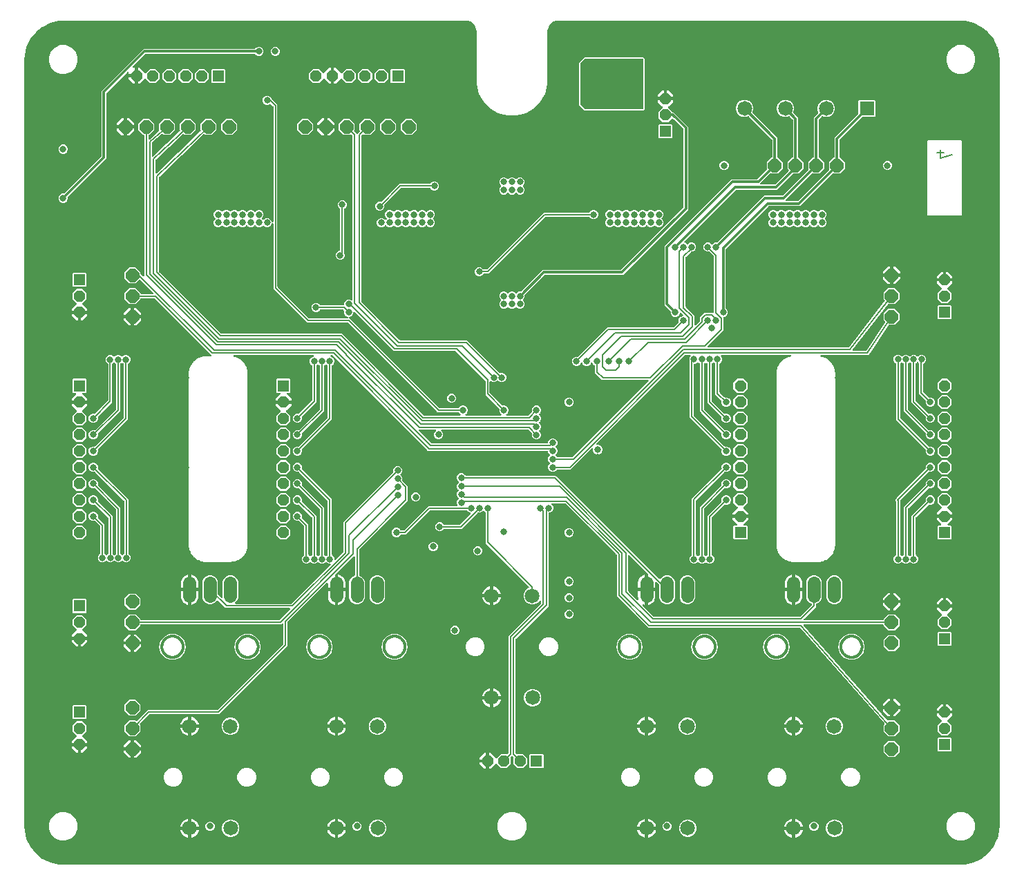
<source format=gbr>
G04 EAGLE Gerber RS-274X export*
G75*
%MOMM*%
%FSLAX34Y34*%
%LPD*%
%INBottom Copper*%
%IPPOS*%
%AMOC8*
5,1,8,0,0,1.08239X$1,22.5*%
G01*
%ADD10C,0.152400*%
%ADD11C,1.609600*%
%ADD12C,0.350000*%
%ADD13C,1.809600*%
%ADD14C,0.909600*%
%ADD15R,1.809600X1.809600*%
%ADD16R,1.422400X1.422400*%
%ADD17P,1.539592X8X202.500000*%
%ADD18P,1.539592X8X22.500000*%
%ADD19P,1.539592X8X292.500000*%
%ADD20R,2.540000X5.080000*%
%ADD21P,1.759533X8X292.500000*%
%ADD22P,1.759533X8X202.500000*%
%ADD23P,1.759533X8X22.500000*%
%ADD24C,0.808000*%
%ADD25C,0.200000*%
%ADD26C,0.300000*%

G36*
X1150029Y2545D02*
X1150029Y2545D01*
X1150056Y2542D01*
X1155258Y2834D01*
X1155349Y2853D01*
X1155424Y2858D01*
X1165567Y5173D01*
X1165691Y5220D01*
X1165778Y5247D01*
X1175152Y9761D01*
X1175262Y9835D01*
X1175341Y9880D01*
X1183475Y16367D01*
X1183566Y16463D01*
X1183633Y16525D01*
X1190120Y24659D01*
X1190187Y24773D01*
X1190239Y24848D01*
X1194753Y34222D01*
X1194793Y34348D01*
X1194827Y34433D01*
X1197142Y44576D01*
X1197150Y44668D01*
X1197166Y44742D01*
X1197458Y49944D01*
X1197455Y49974D01*
X1197459Y50000D01*
X1197459Y990000D01*
X1197455Y990030D01*
X1197458Y990056D01*
X1197166Y995258D01*
X1197147Y995349D01*
X1197142Y995424D01*
X1194827Y1005567D01*
X1194780Y1005691D01*
X1194753Y1005778D01*
X1190239Y1015152D01*
X1190165Y1015262D01*
X1190120Y1015341D01*
X1183633Y1023475D01*
X1183537Y1023566D01*
X1183475Y1023633D01*
X1175341Y1030120D01*
X1175227Y1030187D01*
X1175152Y1030239D01*
X1165778Y1034753D01*
X1165652Y1034793D01*
X1165567Y1034827D01*
X1155424Y1037142D01*
X1155332Y1037150D01*
X1155258Y1037166D01*
X1150056Y1037458D01*
X1150026Y1037455D01*
X1150000Y1037459D01*
X656000Y1037459D01*
X655948Y1037452D01*
X655902Y1037454D01*
X653666Y1037234D01*
X653392Y1037167D01*
X653387Y1037164D01*
X653382Y1037163D01*
X649251Y1035452D01*
X649215Y1035431D01*
X649176Y1035417D01*
X649106Y1035366D01*
X649008Y1035308D01*
X648968Y1035265D01*
X648927Y1035235D01*
X645765Y1032073D01*
X645740Y1032040D01*
X645709Y1032012D01*
X645664Y1031939D01*
X645595Y1031848D01*
X645575Y1031793D01*
X645548Y1031749D01*
X643837Y1027618D01*
X643767Y1027345D01*
X643767Y1027339D01*
X643766Y1027334D01*
X643546Y1025098D01*
X643548Y1025045D01*
X643541Y1025000D01*
X643541Y959268D01*
X640574Y948194D01*
X634841Y938265D01*
X626735Y930159D01*
X616806Y924426D01*
X605732Y921459D01*
X594268Y921459D01*
X583194Y924426D01*
X573265Y930159D01*
X565159Y938265D01*
X559426Y948194D01*
X556459Y959268D01*
X556459Y1025000D01*
X556452Y1025052D01*
X556454Y1025098D01*
X556234Y1027334D01*
X556167Y1027608D01*
X556164Y1027613D01*
X556163Y1027618D01*
X554452Y1031749D01*
X554431Y1031785D01*
X554417Y1031824D01*
X554366Y1031894D01*
X554308Y1031992D01*
X554265Y1032032D01*
X554235Y1032073D01*
X551073Y1035235D01*
X551040Y1035260D01*
X551012Y1035291D01*
X550939Y1035336D01*
X550848Y1035405D01*
X550793Y1035425D01*
X550749Y1035452D01*
X546618Y1037163D01*
X546345Y1037233D01*
X546339Y1037233D01*
X546334Y1037234D01*
X544098Y1037454D01*
X544045Y1037452D01*
X544000Y1037459D01*
X50000Y1037459D01*
X49971Y1037455D01*
X49944Y1037458D01*
X44742Y1037166D01*
X44651Y1037147D01*
X44576Y1037142D01*
X34433Y1034827D01*
X34309Y1034780D01*
X34222Y1034753D01*
X24848Y1030239D01*
X24738Y1030165D01*
X24659Y1030120D01*
X16525Y1023633D01*
X16434Y1023537D01*
X16367Y1023475D01*
X9880Y1015341D01*
X9813Y1015227D01*
X9761Y1015152D01*
X5247Y1005778D01*
X5207Y1005652D01*
X5173Y1005567D01*
X2858Y995424D01*
X2850Y995332D01*
X2834Y995258D01*
X2542Y990056D01*
X2545Y990026D01*
X2541Y990000D01*
X2541Y50000D01*
X2545Y49971D01*
X2542Y49944D01*
X2834Y44742D01*
X2853Y44651D01*
X2858Y44576D01*
X5173Y34433D01*
X5220Y34309D01*
X5247Y34222D01*
X9761Y24848D01*
X9835Y24738D01*
X9880Y24659D01*
X16367Y16525D01*
X16463Y16434D01*
X16525Y16367D01*
X24659Y9880D01*
X24773Y9813D01*
X24848Y9761D01*
X34222Y5247D01*
X34348Y5207D01*
X34433Y5173D01*
X44576Y2858D01*
X44668Y2850D01*
X44742Y2834D01*
X49944Y2542D01*
X49974Y2545D01*
X50000Y2541D01*
X1150000Y2541D01*
X1150029Y2545D01*
G37*
%LPC*%
G36*
X812965Y686945D02*
X812965Y686945D01*
X812964Y686899D01*
X812969Y686882D01*
X812971Y686839D01*
X812986Y686796D01*
X812993Y686751D01*
X813025Y686679D01*
X813039Y686627D01*
X813051Y686608D01*
X813064Y686573D01*
X813089Y686538D01*
X813109Y686494D01*
X813155Y686440D01*
X813188Y686387D01*
X813221Y686357D01*
X813245Y686324D01*
X823613Y675956D01*
X823613Y665096D01*
X823617Y665064D01*
X823615Y665032D01*
X823637Y664925D01*
X823653Y664816D01*
X823666Y664787D01*
X823672Y664755D01*
X823724Y664659D01*
X823769Y664559D01*
X823790Y664535D01*
X823805Y664507D01*
X823881Y664428D01*
X823952Y664345D01*
X823979Y664328D01*
X824002Y664304D01*
X824097Y664251D01*
X824188Y664191D01*
X824219Y664181D01*
X824247Y664165D01*
X824354Y664140D01*
X824458Y664108D01*
X824490Y664108D01*
X824521Y664100D01*
X824631Y664106D01*
X824740Y664105D01*
X824771Y664113D01*
X824803Y664115D01*
X824906Y664151D01*
X825012Y664180D01*
X825039Y664197D01*
X825070Y664207D01*
X825143Y664261D01*
X825252Y664328D01*
X825284Y664364D01*
X825319Y664389D01*
X829933Y669003D01*
X829990Y669080D01*
X830055Y669151D01*
X830075Y669192D01*
X830102Y669229D01*
X830136Y669319D01*
X830178Y669405D01*
X830184Y669447D01*
X830201Y669493D01*
X830211Y669620D01*
X830225Y669710D01*
X830225Y674079D01*
X835735Y679589D01*
X846098Y679589D01*
X846156Y679571D01*
X846259Y679532D01*
X846291Y679530D01*
X846322Y679520D01*
X846431Y679519D01*
X846540Y679510D01*
X846572Y679517D01*
X846604Y679517D01*
X846709Y679546D01*
X846816Y679568D01*
X846845Y679583D01*
X846876Y679592D01*
X846969Y679649D01*
X847065Y679700D01*
X847088Y679723D01*
X847116Y679740D01*
X847189Y679821D01*
X847267Y679897D01*
X847283Y679925D01*
X847305Y679949D01*
X847352Y680047D01*
X847406Y680142D01*
X847414Y680174D01*
X847428Y680203D01*
X847442Y680292D01*
X847471Y680417D01*
X847469Y680465D01*
X847475Y680508D01*
X847475Y748540D01*
X847462Y748635D01*
X847457Y748731D01*
X847442Y748775D01*
X847435Y748820D01*
X847396Y748907D01*
X847364Y748998D01*
X847339Y749032D01*
X847319Y749076D01*
X847236Y749174D01*
X847183Y749247D01*
X842206Y754223D01*
X842199Y754229D01*
X842193Y754236D01*
X842086Y754313D01*
X841981Y754392D01*
X841972Y754396D01*
X841964Y754401D01*
X841841Y754445D01*
X841717Y754492D01*
X841707Y754493D01*
X841698Y754496D01*
X841567Y754504D01*
X841436Y754514D01*
X841427Y754512D01*
X841417Y754512D01*
X841341Y754494D01*
X841160Y754456D01*
X841138Y754445D01*
X841117Y754440D01*
X841107Y754435D01*
X838893Y754435D01*
X836848Y755282D01*
X835282Y756848D01*
X834435Y758893D01*
X834435Y761107D01*
X835282Y763152D01*
X836848Y764718D01*
X838893Y765565D01*
X841107Y765565D01*
X843152Y764718D01*
X844293Y763576D01*
X844345Y763538D01*
X844390Y763492D01*
X844457Y763453D01*
X844519Y763407D01*
X844579Y763384D01*
X844635Y763353D01*
X844710Y763335D01*
X844783Y763307D01*
X844847Y763303D01*
X844909Y763288D01*
X844987Y763292D01*
X845064Y763286D01*
X845127Y763299D01*
X845191Y763302D01*
X845264Y763327D01*
X845340Y763343D01*
X845397Y763373D01*
X845458Y763395D01*
X845514Y763436D01*
X845589Y763476D01*
X845650Y763535D01*
X845707Y763576D01*
X846848Y764718D01*
X848893Y765565D01*
X850873Y765565D01*
X850968Y765578D01*
X851064Y765583D01*
X851107Y765598D01*
X851152Y765605D01*
X851240Y765644D01*
X851331Y765676D01*
X851365Y765701D01*
X851409Y765721D01*
X851507Y765804D01*
X851580Y765857D01*
X908747Y823025D01*
X931033Y823025D01*
X931128Y823038D01*
X931224Y823043D01*
X931267Y823058D01*
X931312Y823065D01*
X931400Y823104D01*
X931491Y823136D01*
X931525Y823161D01*
X931569Y823181D01*
X931667Y823264D01*
X931740Y823317D01*
X963029Y854607D01*
X963068Y854658D01*
X963114Y854703D01*
X963152Y854770D01*
X963198Y854832D01*
X963221Y854893D01*
X963253Y854948D01*
X963271Y855024D01*
X963298Y855096D01*
X963303Y855160D01*
X963318Y855223D01*
X963314Y855300D01*
X963320Y855377D01*
X963307Y855440D01*
X963303Y855504D01*
X963278Y855578D01*
X963262Y855653D01*
X963232Y855710D01*
X963211Y855771D01*
X963169Y855828D01*
X963130Y855902D01*
X963071Y855963D01*
X963047Y855995D01*
X963047Y863998D01*
X968706Y869657D01*
X968740Y869662D01*
X968804Y869661D01*
X968879Y869682D01*
X968955Y869693D01*
X969014Y869719D01*
X969076Y869736D01*
X969142Y869777D01*
X969212Y869809D01*
X969261Y869851D01*
X969316Y869884D01*
X969368Y869942D01*
X969426Y869992D01*
X969462Y870046D01*
X969505Y870094D01*
X969538Y870163D01*
X969581Y870228D01*
X969600Y870290D01*
X969628Y870347D01*
X969639Y870417D01*
X969663Y870498D01*
X969664Y870583D01*
X969675Y870652D01*
X969675Y918953D01*
X975183Y924461D01*
X975189Y924468D01*
X975196Y924474D01*
X975274Y924581D01*
X975352Y924686D01*
X975356Y924695D01*
X975361Y924703D01*
X975405Y924827D01*
X975452Y924950D01*
X975452Y924960D01*
X975456Y924968D01*
X975463Y925100D01*
X975474Y925231D01*
X975472Y925240D01*
X975472Y925250D01*
X975454Y925325D01*
X975416Y925507D01*
X975405Y925529D01*
X975400Y925550D01*
X974427Y927897D01*
X974427Y932103D01*
X976037Y935989D01*
X979011Y938963D01*
X982897Y940573D01*
X987103Y940573D01*
X990989Y938963D01*
X993963Y935989D01*
X995573Y932103D01*
X995573Y927897D01*
X993963Y924011D01*
X990989Y921037D01*
X987103Y919427D01*
X982897Y919427D01*
X980550Y920400D01*
X980540Y920402D01*
X980532Y920407D01*
X980403Y920437D01*
X980276Y920470D01*
X980267Y920469D01*
X980258Y920472D01*
X980125Y920465D01*
X979995Y920461D01*
X979986Y920458D01*
X979976Y920457D01*
X979852Y920414D01*
X979726Y920373D01*
X979718Y920368D01*
X979710Y920365D01*
X979648Y920319D01*
X979493Y920214D01*
X979478Y920196D01*
X979461Y920183D01*
X976017Y916740D01*
X975960Y916663D01*
X975895Y916592D01*
X975875Y916551D01*
X975848Y916514D01*
X975814Y916424D01*
X975772Y916338D01*
X975766Y916296D01*
X975749Y916250D01*
X975739Y916123D01*
X975725Y916033D01*
X975725Y870652D01*
X975734Y870588D01*
X975733Y870524D01*
X975754Y870449D01*
X975765Y870373D01*
X975791Y870314D01*
X975808Y870252D01*
X975849Y870186D01*
X975881Y870116D01*
X975923Y870067D01*
X975956Y870012D01*
X976014Y869960D01*
X976064Y869902D01*
X976118Y869866D01*
X976166Y869823D01*
X976235Y869790D01*
X976300Y869747D01*
X976362Y869728D01*
X976419Y869700D01*
X976489Y869689D01*
X976570Y869665D01*
X976655Y869664D01*
X976694Y869657D01*
X982353Y863998D01*
X982353Y856002D01*
X976698Y850347D01*
X968696Y850347D01*
X968668Y850368D01*
X968624Y850414D01*
X968556Y850452D01*
X968494Y850498D01*
X968434Y850521D01*
X968378Y850553D01*
X968303Y850571D01*
X968230Y850598D01*
X968166Y850603D01*
X968104Y850618D01*
X968026Y850614D01*
X967949Y850620D01*
X967887Y850607D01*
X967822Y850603D01*
X967749Y850578D01*
X967673Y850562D01*
X967616Y850532D01*
X967556Y850511D01*
X967499Y850470D01*
X967424Y850430D01*
X967363Y850370D01*
X967307Y850329D01*
X935208Y818231D01*
X935189Y818205D01*
X935164Y818184D01*
X935104Y818092D01*
X935039Y818005D01*
X935027Y817975D01*
X935010Y817948D01*
X934978Y817843D01*
X934939Y817741D01*
X934937Y817709D01*
X934927Y817678D01*
X934926Y817569D01*
X934918Y817460D01*
X934924Y817428D01*
X934924Y817396D01*
X934953Y817291D01*
X934975Y817184D01*
X934990Y817155D01*
X934999Y817124D01*
X935056Y817031D01*
X935108Y816935D01*
X935130Y816912D01*
X935147Y816884D01*
X935228Y816811D01*
X935304Y816733D01*
X935332Y816717D01*
X935356Y816695D01*
X935455Y816648D01*
X935550Y816594D01*
X935581Y816586D01*
X935610Y816572D01*
X935699Y816558D01*
X935824Y816529D01*
X935873Y816531D01*
X935915Y816525D01*
X949933Y816525D01*
X950028Y816538D01*
X950124Y816543D01*
X950167Y816558D01*
X950212Y816565D01*
X950300Y816604D01*
X950391Y816636D01*
X950425Y816661D01*
X950469Y816681D01*
X950567Y816764D01*
X950640Y816817D01*
X988429Y854607D01*
X988468Y854658D01*
X988514Y854703D01*
X988552Y854770D01*
X988598Y854832D01*
X988621Y854893D01*
X988653Y854948D01*
X988671Y855024D01*
X988698Y855096D01*
X988703Y855160D01*
X988718Y855223D01*
X988714Y855300D01*
X988720Y855377D01*
X988707Y855440D01*
X988703Y855504D01*
X988678Y855578D01*
X988662Y855653D01*
X988632Y855710D01*
X988611Y855771D01*
X988569Y855828D01*
X988530Y855902D01*
X988471Y855963D01*
X988447Y855995D01*
X988447Y863998D01*
X994106Y869657D01*
X994140Y869662D01*
X994204Y869661D01*
X994279Y869682D01*
X994355Y869693D01*
X994414Y869719D01*
X994476Y869736D01*
X994542Y869777D01*
X994612Y869809D01*
X994661Y869851D01*
X994716Y869884D01*
X994768Y869942D01*
X994826Y869992D01*
X994862Y870046D01*
X994905Y870094D01*
X994938Y870163D01*
X994981Y870228D01*
X995000Y870290D01*
X995028Y870347D01*
X995039Y870417D01*
X995063Y870498D01*
X995064Y870583D01*
X995075Y870652D01*
X995075Y894353D01*
X1024135Y923412D01*
X1024192Y923489D01*
X1024257Y923560D01*
X1024277Y923601D01*
X1024304Y923638D01*
X1024338Y923728D01*
X1024380Y923814D01*
X1024386Y923856D01*
X1024403Y923902D01*
X1024413Y924029D01*
X1024427Y924119D01*
X1024427Y939680D01*
X1025320Y940573D01*
X1044680Y940573D01*
X1045573Y939680D01*
X1045573Y920320D01*
X1044680Y919427D01*
X1029119Y919427D01*
X1029024Y919414D01*
X1028928Y919409D01*
X1028885Y919394D01*
X1028840Y919387D01*
X1028752Y919348D01*
X1028661Y919316D01*
X1028627Y919291D01*
X1028583Y919271D01*
X1028485Y919188D01*
X1028412Y919135D01*
X1001417Y892140D01*
X1001360Y892063D01*
X1001295Y891992D01*
X1001275Y891951D01*
X1001248Y891914D01*
X1001214Y891824D01*
X1001172Y891738D01*
X1001166Y891696D01*
X1001149Y891650D01*
X1001139Y891523D01*
X1001125Y891433D01*
X1001125Y870652D01*
X1001134Y870588D01*
X1001133Y870524D01*
X1001154Y870449D01*
X1001165Y870373D01*
X1001191Y870314D01*
X1001208Y870252D01*
X1001249Y870186D01*
X1001281Y870116D01*
X1001323Y870067D01*
X1001356Y870012D01*
X1001414Y869960D01*
X1001464Y869902D01*
X1001518Y869866D01*
X1001566Y869823D01*
X1001635Y869790D01*
X1001700Y869747D01*
X1001762Y869728D01*
X1001819Y869700D01*
X1001889Y869689D01*
X1001970Y869665D01*
X1002055Y869664D01*
X1002094Y869657D01*
X1007753Y863998D01*
X1007753Y856002D01*
X1002098Y850347D01*
X994096Y850347D01*
X994068Y850368D01*
X994024Y850414D01*
X993956Y850452D01*
X993894Y850498D01*
X993834Y850521D01*
X993778Y850553D01*
X993703Y850571D01*
X993630Y850598D01*
X993566Y850603D01*
X993504Y850618D01*
X993426Y850614D01*
X993349Y850620D01*
X993287Y850607D01*
X993222Y850603D01*
X993149Y850578D01*
X993073Y850562D01*
X993016Y850532D01*
X992956Y850511D01*
X992899Y850470D01*
X992824Y850430D01*
X992763Y850370D01*
X992707Y850329D01*
X952853Y810475D01*
X915167Y810475D01*
X915072Y810462D01*
X914976Y810457D01*
X914933Y810442D01*
X914888Y810435D01*
X914800Y810396D01*
X914709Y810364D01*
X914675Y810339D01*
X914631Y810319D01*
X914533Y810236D01*
X914460Y810183D01*
X862317Y758040D01*
X862260Y757963D01*
X862195Y757892D01*
X862175Y757851D01*
X862148Y757814D01*
X862114Y757724D01*
X862072Y757638D01*
X862066Y757596D01*
X862049Y757550D01*
X862039Y757423D01*
X862025Y757333D01*
X862025Y685259D01*
X862038Y685164D01*
X862043Y685068D01*
X862058Y685025D01*
X862065Y684980D01*
X862104Y684892D01*
X862136Y684801D01*
X862161Y684767D01*
X862181Y684723D01*
X862264Y684625D01*
X862317Y684552D01*
X863718Y683152D01*
X864565Y681107D01*
X864565Y678893D01*
X863718Y676848D01*
X862152Y675282D01*
X860107Y674435D01*
X860088Y674435D01*
X860024Y674426D01*
X859960Y674427D01*
X859885Y674406D01*
X859809Y674395D01*
X859750Y674369D01*
X859688Y674352D01*
X859622Y674311D01*
X859552Y674279D01*
X859503Y674237D01*
X859448Y674204D01*
X859396Y674146D01*
X859338Y674096D01*
X859302Y674042D01*
X859259Y673994D01*
X859226Y673925D01*
X859183Y673860D01*
X859164Y673798D01*
X859136Y673741D01*
X859125Y673671D01*
X859101Y673590D01*
X859100Y673505D01*
X859089Y673436D01*
X859089Y658018D01*
X839777Y638707D01*
X839758Y638681D01*
X839733Y638660D01*
X839673Y638568D01*
X839608Y638481D01*
X839596Y638451D01*
X839579Y638424D01*
X839547Y638319D01*
X839508Y638217D01*
X839506Y638185D01*
X839496Y638154D01*
X839495Y638045D01*
X839486Y637936D01*
X839493Y637904D01*
X839493Y637872D01*
X839522Y637767D01*
X839544Y637660D01*
X839559Y637631D01*
X839568Y637600D01*
X839625Y637507D01*
X839677Y637411D01*
X839699Y637388D01*
X839716Y637360D01*
X839797Y637287D01*
X839873Y637209D01*
X839901Y637193D01*
X839925Y637171D01*
X840024Y637124D01*
X840119Y637070D01*
X840150Y637062D01*
X840179Y637048D01*
X840268Y637034D01*
X840393Y637005D01*
X840442Y637007D01*
X840484Y637001D01*
X1012743Y637001D01*
X1012762Y637003D01*
X1012781Y637001D01*
X1012901Y637023D01*
X1013023Y637041D01*
X1013040Y637048D01*
X1013059Y637052D01*
X1013168Y637106D01*
X1013279Y637157D01*
X1013294Y637169D01*
X1013311Y637178D01*
X1013377Y637240D01*
X1013494Y637340D01*
X1013513Y637369D01*
X1013535Y637390D01*
X1056720Y693396D01*
X1056720Y693397D01*
X1056735Y693422D01*
X1056859Y693642D01*
X1056924Y693916D01*
X1056910Y694198D01*
X1056880Y694283D01*
X1056817Y694464D01*
X1056817Y694465D01*
X1056711Y694615D01*
X1056682Y694661D01*
X1056670Y694672D01*
X1056654Y694695D01*
X1056643Y694703D01*
X1056635Y694713D01*
X1055347Y696002D01*
X1055347Y703998D01*
X1061002Y709653D01*
X1068998Y709653D01*
X1074653Y703998D01*
X1074653Y696002D01*
X1068998Y690347D01*
X1061236Y690347D01*
X1061218Y690345D01*
X1061199Y690347D01*
X1061078Y690325D01*
X1060957Y690307D01*
X1060940Y690300D01*
X1060921Y690296D01*
X1060811Y690241D01*
X1060700Y690191D01*
X1060686Y690179D01*
X1060669Y690170D01*
X1060603Y690108D01*
X1060486Y690008D01*
X1060467Y689979D01*
X1060445Y689958D01*
X1017574Y634359D01*
X1017520Y634264D01*
X1017460Y634173D01*
X1017451Y634142D01*
X1017435Y634114D01*
X1017410Y634008D01*
X1017378Y633903D01*
X1017378Y633871D01*
X1017370Y633839D01*
X1017376Y633730D01*
X1017374Y633621D01*
X1017383Y633590D01*
X1017384Y633557D01*
X1017420Y633454D01*
X1017449Y633349D01*
X1017466Y633322D01*
X1017477Y633291D01*
X1017540Y633202D01*
X1017598Y633109D01*
X1017622Y633087D01*
X1017640Y633061D01*
X1017726Y632993D01*
X1017807Y632920D01*
X1017836Y632906D01*
X1017861Y632886D01*
X1017963Y632845D01*
X1018061Y632797D01*
X1018091Y632792D01*
X1018123Y632780D01*
X1018276Y632764D01*
X1018365Y632750D01*
X1033732Y632750D01*
X1033786Y632757D01*
X1033841Y632756D01*
X1033925Y632777D01*
X1034011Y632789D01*
X1034061Y632812D01*
X1034114Y632826D01*
X1034189Y632870D01*
X1034268Y632906D01*
X1034309Y632941D01*
X1034357Y632970D01*
X1034409Y633027D01*
X1034482Y633089D01*
X1034523Y633151D01*
X1034565Y633197D01*
X1057290Y667527D01*
X1057322Y667595D01*
X1057337Y667617D01*
X1057342Y667635D01*
X1057387Y667714D01*
X1057396Y667749D01*
X1057411Y667782D01*
X1057428Y667886D01*
X1057452Y667988D01*
X1057450Y668025D01*
X1057456Y668060D01*
X1057443Y668165D01*
X1057438Y668270D01*
X1057426Y668304D01*
X1057421Y668340D01*
X1057380Y668437D01*
X1057345Y668536D01*
X1057325Y668564D01*
X1057310Y668599D01*
X1057218Y668711D01*
X1057164Y668785D01*
X1055347Y670602D01*
X1055347Y678598D01*
X1061002Y684253D01*
X1068998Y684253D01*
X1074653Y678598D01*
X1074653Y670602D01*
X1068998Y664947D01*
X1062175Y664947D01*
X1062120Y664939D01*
X1062065Y664941D01*
X1061981Y664920D01*
X1061896Y664907D01*
X1061845Y664885D01*
X1061792Y664871D01*
X1061717Y664827D01*
X1061639Y664791D01*
X1061597Y664755D01*
X1061549Y664727D01*
X1061497Y664670D01*
X1061424Y664608D01*
X1061384Y664546D01*
X1061342Y664500D01*
X1038316Y629716D01*
X1038257Y629593D01*
X1038197Y629469D01*
X1038197Y629465D01*
X1038195Y629461D01*
X1038150Y629183D01*
X1038150Y629180D01*
X1037661Y628690D01*
X1037593Y628599D01*
X1037534Y628535D01*
X1037151Y627956D01*
X1037039Y627916D01*
X1036909Y627871D01*
X1036906Y627869D01*
X1036902Y627868D01*
X1036673Y627702D01*
X1036671Y627700D01*
X1035980Y627700D01*
X1035867Y627684D01*
X1035780Y627680D01*
X1035100Y627542D01*
X1034991Y627593D01*
X1034869Y627653D01*
X1034865Y627653D01*
X1034861Y627655D01*
X1034583Y627700D01*
X1034573Y627699D01*
X1034564Y627700D01*
X978879Y627700D01*
X978778Y627686D01*
X978676Y627679D01*
X978639Y627666D01*
X978600Y627660D01*
X978507Y627618D01*
X978410Y627584D01*
X978379Y627560D01*
X978343Y627544D01*
X978265Y627478D01*
X978183Y627417D01*
X978158Y627386D01*
X978128Y627361D01*
X978072Y627275D01*
X978010Y627194D01*
X977996Y627158D01*
X977974Y627125D01*
X977944Y627027D01*
X977907Y626932D01*
X977903Y626893D01*
X977892Y626855D01*
X977890Y626753D01*
X977881Y626651D01*
X977888Y626612D01*
X977888Y626573D01*
X977915Y626475D01*
X977935Y626374D01*
X977953Y626339D01*
X977963Y626301D01*
X978017Y626214D01*
X978063Y626123D01*
X978091Y626095D01*
X978111Y626061D01*
X978187Y625993D01*
X978257Y625919D01*
X978291Y625899D01*
X978321Y625872D01*
X978413Y625828D01*
X978501Y625776D01*
X978537Y625767D01*
X978574Y625749D01*
X978650Y625737D01*
X978679Y625711D01*
X978695Y625704D01*
X978709Y625692D01*
X978792Y625658D01*
X978934Y625591D01*
X978967Y625586D01*
X978994Y625575D01*
X980782Y625146D01*
X980800Y625144D01*
X980817Y625138D01*
X980940Y625131D01*
X981063Y625119D01*
X981080Y625123D01*
X981098Y625122D01*
X981123Y625128D01*
X981418Y625006D01*
X981501Y624984D01*
X981567Y624957D01*
X981871Y624885D01*
X981874Y624881D01*
X981889Y624871D01*
X981900Y624858D01*
X981977Y624811D01*
X982107Y624722D01*
X982139Y624712D01*
X982164Y624697D01*
X983862Y623993D01*
X983880Y623989D01*
X983895Y623980D01*
X984016Y623954D01*
X984136Y623923D01*
X984153Y623924D01*
X984171Y623920D01*
X984197Y623922D01*
X984468Y623756D01*
X984547Y623721D01*
X984608Y623684D01*
X984897Y623565D01*
X984899Y623561D01*
X984912Y623549D01*
X984922Y623534D01*
X984990Y623475D01*
X985105Y623368D01*
X985134Y623353D01*
X985157Y623334D01*
X986725Y622373D01*
X986741Y622366D01*
X986755Y622355D01*
X986870Y622310D01*
X986983Y622261D01*
X987001Y622259D01*
X987018Y622252D01*
X987044Y622250D01*
X987286Y622044D01*
X987359Y621997D01*
X987413Y621951D01*
X987679Y621788D01*
X987681Y621784D01*
X987692Y621770D01*
X987699Y621753D01*
X987758Y621685D01*
X987854Y621561D01*
X987881Y621542D01*
X987900Y621519D01*
X989298Y620325D01*
X989313Y620316D01*
X989325Y620303D01*
X989432Y620240D01*
X989536Y620174D01*
X989553Y620169D01*
X989569Y620160D01*
X989594Y620154D01*
X989801Y619912D01*
X989865Y619855D01*
X989912Y619801D01*
X990149Y619598D01*
X990150Y619593D01*
X990159Y619578D01*
X990163Y619560D01*
X990211Y619484D01*
X990286Y619346D01*
X990310Y619323D01*
X990325Y619298D01*
X991519Y617900D01*
X991533Y617888D01*
X991543Y617873D01*
X991638Y617795D01*
X991731Y617713D01*
X991747Y617706D01*
X991761Y617694D01*
X991785Y617684D01*
X991951Y617413D01*
X992006Y617347D01*
X992044Y617286D01*
X992246Y617048D01*
X992247Y617044D01*
X992253Y617027D01*
X992255Y617009D01*
X992289Y616926D01*
X992342Y616778D01*
X992362Y616752D01*
X992373Y616725D01*
X993334Y615157D01*
X993345Y615143D01*
X993353Y615127D01*
X993435Y615035D01*
X993514Y614940D01*
X993528Y614929D01*
X993540Y614916D01*
X993563Y614903D01*
X993684Y614608D01*
X993728Y614534D01*
X993756Y614468D01*
X993919Y614202D01*
X993918Y614197D01*
X993922Y614180D01*
X993921Y614162D01*
X993942Y614075D01*
X993971Y613920D01*
X993986Y613891D01*
X993993Y613862D01*
X994697Y612164D01*
X994706Y612148D01*
X994711Y612131D01*
X994778Y612027D01*
X994841Y611921D01*
X994854Y611909D01*
X994863Y611894D01*
X994883Y611877D01*
X994957Y611567D01*
X994989Y611487D01*
X995006Y611418D01*
X995125Y611129D01*
X995124Y611125D01*
X995125Y611107D01*
X995121Y611089D01*
X995128Y611000D01*
X995133Y610843D01*
X995144Y610811D01*
X995146Y610782D01*
X995575Y608994D01*
X995582Y608978D01*
X995584Y608960D01*
X995633Y608847D01*
X995679Y608732D01*
X995690Y608718D01*
X995697Y608702D01*
X995714Y608682D01*
X995739Y608364D01*
X995758Y608280D01*
X995764Y608209D01*
X995837Y607905D01*
X995835Y607901D01*
X995832Y607883D01*
X995826Y607867D01*
X995819Y607778D01*
X995799Y607621D01*
X995805Y607589D01*
X995802Y607559D01*
X995940Y605814D01*
X995952Y605758D01*
X995955Y605701D01*
X995983Y605621D01*
X996001Y605541D01*
X996001Y605079D01*
X996007Y605037D01*
X996004Y605000D01*
X996041Y604523D01*
X996037Y604492D01*
X996011Y604402D01*
X996011Y604326D01*
X996001Y604262D01*
X996001Y395738D01*
X996009Y395681D01*
X996007Y395624D01*
X996029Y395542D01*
X996040Y395461D01*
X996004Y395000D01*
X996006Y394958D01*
X996001Y394921D01*
X996001Y394442D01*
X995994Y394412D01*
X995961Y394325D01*
X995955Y394249D01*
X995940Y394186D01*
X995802Y392441D01*
X995804Y392423D01*
X995800Y392405D01*
X995812Y392282D01*
X995820Y392159D01*
X995826Y392142D01*
X995828Y392125D01*
X995838Y392101D01*
X995764Y391791D01*
X995756Y391705D01*
X995739Y391636D01*
X995715Y391324D01*
X995711Y391321D01*
X995704Y391305D01*
X995692Y391291D01*
X995658Y391208D01*
X995591Y391066D01*
X995586Y391033D01*
X995575Y391006D01*
X995146Y389218D01*
X995144Y389200D01*
X995138Y389183D01*
X995131Y389060D01*
X995119Y388937D01*
X995123Y388920D01*
X995122Y388902D01*
X995128Y388877D01*
X995006Y388582D01*
X994984Y388499D01*
X994957Y388433D01*
X994885Y388129D01*
X994881Y388126D01*
X994871Y388112D01*
X994857Y388100D01*
X994811Y388023D01*
X994723Y387893D01*
X994712Y387862D01*
X994697Y387836D01*
X993993Y386138D01*
X993989Y386120D01*
X993980Y386105D01*
X993954Y385984D01*
X993923Y385864D01*
X993924Y385847D01*
X993920Y385829D01*
X993922Y385803D01*
X993756Y385532D01*
X993721Y385452D01*
X993684Y385392D01*
X993565Y385103D01*
X993561Y385101D01*
X993548Y385088D01*
X993534Y385078D01*
X993476Y385010D01*
X993368Y384895D01*
X993353Y384866D01*
X993334Y384843D01*
X992373Y383275D01*
X992366Y383259D01*
X992355Y383245D01*
X992310Y383130D01*
X992261Y383017D01*
X992259Y382999D01*
X992252Y382982D01*
X992250Y382956D01*
X992044Y382714D01*
X991997Y382641D01*
X991951Y382587D01*
X991788Y382321D01*
X991784Y382319D01*
X991769Y382308D01*
X991753Y382301D01*
X991685Y382243D01*
X991561Y382146D01*
X991542Y382119D01*
X991519Y382100D01*
X990325Y380702D01*
X990316Y380687D01*
X990303Y380675D01*
X990240Y380568D01*
X990174Y380464D01*
X990169Y380447D01*
X990160Y380431D01*
X990154Y380406D01*
X989912Y380199D01*
X989855Y380135D01*
X989801Y380088D01*
X989598Y379851D01*
X989593Y379850D01*
X989578Y379841D01*
X989560Y379837D01*
X989484Y379789D01*
X989346Y379714D01*
X989323Y379690D01*
X989298Y379675D01*
X987900Y378481D01*
X987888Y378467D01*
X987873Y378457D01*
X987795Y378362D01*
X987713Y378269D01*
X987706Y378253D01*
X987694Y378239D01*
X987685Y378215D01*
X987413Y378049D01*
X987347Y377994D01*
X987286Y377956D01*
X987048Y377754D01*
X987043Y377753D01*
X987027Y377747D01*
X987009Y377745D01*
X986926Y377711D01*
X986778Y377658D01*
X986752Y377638D01*
X986725Y377627D01*
X985157Y376666D01*
X985143Y376655D01*
X985127Y376647D01*
X985035Y376565D01*
X984940Y376486D01*
X984929Y376472D01*
X984916Y376460D01*
X984903Y376437D01*
X984608Y376316D01*
X984534Y376272D01*
X984468Y376244D01*
X984202Y376081D01*
X984197Y376082D01*
X984180Y376078D01*
X984162Y376079D01*
X984075Y376058D01*
X983920Y376029D01*
X983891Y376014D01*
X983862Y376007D01*
X982164Y375303D01*
X982148Y375294D01*
X982131Y375289D01*
X982027Y375222D01*
X981921Y375159D01*
X981909Y375146D01*
X981894Y375137D01*
X981877Y375117D01*
X981567Y375043D01*
X981487Y375011D01*
X981418Y374994D01*
X981129Y374875D01*
X981125Y374876D01*
X981107Y374875D01*
X981089Y374879D01*
X981000Y374872D01*
X980843Y374867D01*
X980811Y374856D01*
X980782Y374854D01*
X978994Y374425D01*
X978978Y374418D01*
X978960Y374416D01*
X978847Y374366D01*
X978732Y374321D01*
X978718Y374310D01*
X978702Y374303D01*
X978682Y374286D01*
X978364Y374261D01*
X978280Y374242D01*
X978209Y374236D01*
X977905Y374163D01*
X977901Y374165D01*
X977883Y374168D01*
X977867Y374174D01*
X977778Y374181D01*
X977621Y374201D01*
X977589Y374195D01*
X977559Y374198D01*
X975814Y374060D01*
X975758Y374048D01*
X975701Y374045D01*
X975621Y374017D01*
X975542Y373999D01*
X975079Y373999D01*
X975037Y373993D01*
X975000Y373996D01*
X974523Y373959D01*
X974492Y373963D01*
X974402Y373989D01*
X974326Y373989D01*
X974262Y373999D01*
X945738Y373999D01*
X945681Y373991D01*
X945624Y373993D01*
X945542Y373971D01*
X945461Y373960D01*
X945000Y373996D01*
X944958Y373994D01*
X944921Y373999D01*
X944442Y373999D01*
X944412Y374006D01*
X944325Y374039D01*
X944249Y374045D01*
X944186Y374060D01*
X942441Y374198D01*
X942423Y374196D01*
X942405Y374200D01*
X942282Y374188D01*
X942159Y374180D01*
X942142Y374174D01*
X942125Y374172D01*
X942101Y374162D01*
X941791Y374236D01*
X941705Y374244D01*
X941636Y374261D01*
X941324Y374285D01*
X941321Y374289D01*
X941305Y374296D01*
X941291Y374307D01*
X941208Y374342D01*
X941065Y374409D01*
X941033Y374414D01*
X941006Y374425D01*
X939218Y374854D01*
X939200Y374856D01*
X939183Y374862D01*
X939060Y374869D01*
X938937Y374881D01*
X938920Y374877D01*
X938902Y374878D01*
X938877Y374872D01*
X938582Y374994D01*
X938499Y375016D01*
X938433Y375043D01*
X938129Y375115D01*
X938126Y375119D01*
X938111Y375129D01*
X938100Y375142D01*
X938023Y375189D01*
X937893Y375278D01*
X937861Y375288D01*
X937836Y375303D01*
X936138Y376007D01*
X936120Y376011D01*
X936105Y376020D01*
X935984Y376046D01*
X935864Y376077D01*
X935847Y376076D01*
X935829Y376080D01*
X935803Y376078D01*
X935532Y376244D01*
X935453Y376279D01*
X935392Y376316D01*
X935103Y376435D01*
X935101Y376439D01*
X935088Y376451D01*
X935078Y376466D01*
X935010Y376525D01*
X934895Y376632D01*
X934866Y376647D01*
X934843Y376666D01*
X933275Y377627D01*
X933259Y377634D01*
X933245Y377645D01*
X933130Y377690D01*
X933017Y377739D01*
X932999Y377741D01*
X932982Y377748D01*
X932956Y377750D01*
X932714Y377956D01*
X932641Y378003D01*
X932587Y378049D01*
X932321Y378212D01*
X932319Y378216D01*
X932308Y378230D01*
X932301Y378247D01*
X932242Y378315D01*
X932146Y378439D01*
X932119Y378458D01*
X932100Y378481D01*
X930702Y379675D01*
X930687Y379684D01*
X930675Y379697D01*
X930568Y379760D01*
X930464Y379826D01*
X930447Y379831D01*
X930431Y379840D01*
X930406Y379846D01*
X930199Y380088D01*
X930135Y380145D01*
X930088Y380199D01*
X929851Y380402D01*
X929850Y380407D01*
X929841Y380422D01*
X929837Y380440D01*
X929789Y380516D01*
X929714Y380654D01*
X929690Y380677D01*
X929675Y380702D01*
X928481Y382100D01*
X928467Y382112D01*
X928457Y382127D01*
X928362Y382205D01*
X928269Y382287D01*
X928253Y382294D01*
X928239Y382306D01*
X928215Y382316D01*
X928049Y382587D01*
X927994Y382653D01*
X927956Y382714D01*
X927754Y382952D01*
X927753Y382956D01*
X927747Y382973D01*
X927745Y382991D01*
X927711Y383074D01*
X927658Y383222D01*
X927638Y383248D01*
X927627Y383275D01*
X926666Y384843D01*
X926655Y384857D01*
X926647Y384873D01*
X926565Y384965D01*
X926486Y385060D01*
X926472Y385071D01*
X926460Y385084D01*
X926437Y385097D01*
X926316Y385392D01*
X926272Y385466D01*
X926244Y385532D01*
X926081Y385798D01*
X926082Y385803D01*
X926078Y385820D01*
X926079Y385838D01*
X926058Y385925D01*
X926029Y386080D01*
X926014Y386109D01*
X926007Y386138D01*
X925303Y387836D01*
X925294Y387852D01*
X925289Y387869D01*
X925222Y387973D01*
X925159Y388079D01*
X925146Y388091D01*
X925137Y388106D01*
X925117Y388123D01*
X925043Y388433D01*
X925011Y388513D01*
X924994Y388582D01*
X924875Y388871D01*
X924876Y388875D01*
X924875Y388893D01*
X924879Y388911D01*
X924872Y389000D01*
X924867Y389157D01*
X924856Y389189D01*
X924854Y389218D01*
X924425Y391006D01*
X924418Y391022D01*
X924416Y391040D01*
X924366Y391153D01*
X924321Y391268D01*
X924310Y391282D01*
X924303Y391298D01*
X924286Y391318D01*
X924261Y391636D01*
X924242Y391720D01*
X924236Y391791D01*
X924163Y392095D01*
X924165Y392099D01*
X924168Y392117D01*
X924174Y392133D01*
X924181Y392222D01*
X924201Y392379D01*
X924195Y392411D01*
X924198Y392441D01*
X924060Y394186D01*
X924048Y394242D01*
X924045Y394299D01*
X924017Y394379D01*
X923999Y394459D01*
X923999Y394921D01*
X923993Y394963D01*
X923996Y395000D01*
X923959Y395477D01*
X923963Y395508D01*
X923989Y395598D01*
X923989Y395674D01*
X923999Y395738D01*
X923999Y604262D01*
X923991Y604319D01*
X923993Y604376D01*
X923971Y604458D01*
X923960Y604539D01*
X923996Y605000D01*
X923994Y605042D01*
X923999Y605079D01*
X923999Y605558D01*
X924006Y605588D01*
X924039Y605675D01*
X924045Y605751D01*
X924060Y605814D01*
X924198Y607559D01*
X924196Y607577D01*
X924200Y607595D01*
X924188Y607718D01*
X924180Y607841D01*
X924174Y607858D01*
X924172Y607875D01*
X924162Y607899D01*
X924236Y608209D01*
X924244Y608295D01*
X924261Y608364D01*
X924285Y608676D01*
X924289Y608679D01*
X924296Y608695D01*
X924308Y608709D01*
X924342Y608792D01*
X924409Y608934D01*
X924414Y608967D01*
X924425Y608994D01*
X924854Y610782D01*
X924856Y610800D01*
X924862Y610817D01*
X924869Y610940D01*
X924881Y611063D01*
X924877Y611080D01*
X924878Y611098D01*
X924872Y611123D01*
X924994Y611418D01*
X925016Y611501D01*
X925043Y611567D01*
X925115Y611871D01*
X925119Y611874D01*
X925129Y611889D01*
X925142Y611900D01*
X925189Y611977D01*
X925278Y612107D01*
X925288Y612139D01*
X925303Y612164D01*
X926007Y613862D01*
X926011Y613880D01*
X926020Y613895D01*
X926046Y614016D01*
X926077Y614136D01*
X926076Y614153D01*
X926080Y614171D01*
X926078Y614197D01*
X926244Y614468D01*
X926279Y614547D01*
X926316Y614608D01*
X926435Y614897D01*
X926439Y614899D01*
X926451Y614912D01*
X926466Y614922D01*
X926525Y614990D01*
X926632Y615105D01*
X926647Y615134D01*
X926666Y615157D01*
X927627Y616725D01*
X927634Y616741D01*
X927645Y616755D01*
X927690Y616870D01*
X927739Y616983D01*
X927741Y617001D01*
X927748Y617018D01*
X927750Y617044D01*
X927956Y617286D01*
X928003Y617359D01*
X928049Y617413D01*
X928212Y617679D01*
X928216Y617681D01*
X928230Y617692D01*
X928247Y617699D01*
X928315Y617758D01*
X928439Y617854D01*
X928458Y617881D01*
X928481Y617900D01*
X929675Y619298D01*
X929684Y619313D01*
X929697Y619325D01*
X929760Y619432D01*
X929826Y619536D01*
X929831Y619553D01*
X929840Y619569D01*
X929846Y619594D01*
X930088Y619801D01*
X930145Y619865D01*
X930199Y619912D01*
X930402Y620149D01*
X930407Y620150D01*
X930422Y620159D01*
X930440Y620163D01*
X930516Y620211D01*
X930654Y620286D01*
X930677Y620310D01*
X930702Y620325D01*
X932100Y621519D01*
X932112Y621533D01*
X932127Y621543D01*
X932205Y621638D01*
X932287Y621731D01*
X932294Y621747D01*
X932306Y621761D01*
X932316Y621785D01*
X932587Y621951D01*
X932653Y622006D01*
X932714Y622044D01*
X932952Y622246D01*
X932956Y622247D01*
X932973Y622253D01*
X932991Y622255D01*
X933074Y622289D01*
X933222Y622342D01*
X933248Y622362D01*
X933275Y622373D01*
X934843Y623334D01*
X934857Y623345D01*
X934873Y623353D01*
X934965Y623435D01*
X935060Y623514D01*
X935071Y623528D01*
X935084Y623540D01*
X935097Y623563D01*
X935392Y623684D01*
X935466Y623728D01*
X935532Y623756D01*
X935798Y623919D01*
X935803Y623918D01*
X935820Y623922D01*
X935838Y623921D01*
X935925Y623942D01*
X936080Y623971D01*
X936109Y623986D01*
X936138Y623993D01*
X937836Y624697D01*
X937852Y624706D01*
X937869Y624711D01*
X937973Y624778D01*
X938079Y624841D01*
X938091Y624854D01*
X938106Y624863D01*
X938123Y624883D01*
X938433Y624957D01*
X938513Y624989D01*
X938582Y625006D01*
X938871Y625125D01*
X938875Y625124D01*
X938893Y625125D01*
X938911Y625121D01*
X939000Y625128D01*
X939157Y625133D01*
X939189Y625144D01*
X939218Y625146D01*
X941006Y625575D01*
X941022Y625582D01*
X941040Y625584D01*
X941153Y625633D01*
X941268Y625679D01*
X941282Y625690D01*
X941298Y625697D01*
X941340Y625733D01*
X941400Y625741D01*
X941436Y625758D01*
X941475Y625766D01*
X941564Y625816D01*
X941657Y625858D01*
X941687Y625883D01*
X941722Y625902D01*
X941794Y625975D01*
X941872Y626041D01*
X941893Y626074D01*
X941921Y626102D01*
X941970Y626191D01*
X942026Y626277D01*
X942038Y626315D01*
X942056Y626349D01*
X942079Y626449D01*
X942108Y626547D01*
X942109Y626586D01*
X942117Y626625D01*
X942111Y626727D01*
X942112Y626829D01*
X942102Y626867D01*
X942099Y626906D01*
X942064Y627002D01*
X942037Y627101D01*
X942016Y627134D01*
X942003Y627171D01*
X941943Y627253D01*
X941889Y627341D01*
X941860Y627367D01*
X941836Y627399D01*
X941755Y627461D01*
X941679Y627530D01*
X941644Y627547D01*
X941613Y627571D01*
X941518Y627608D01*
X941426Y627653D01*
X941389Y627658D01*
X941350Y627674D01*
X941235Y627682D01*
X941121Y627700D01*
X856988Y627700D01*
X856956Y627696D01*
X856924Y627698D01*
X856817Y627676D01*
X856709Y627660D01*
X856679Y627647D01*
X856648Y627640D01*
X856551Y627589D01*
X856452Y627544D01*
X856427Y627523D01*
X856399Y627508D01*
X856320Y627432D01*
X856238Y627361D01*
X856220Y627334D01*
X856197Y627311D01*
X856143Y627216D01*
X856083Y627125D01*
X856074Y627094D01*
X856058Y627066D01*
X856033Y626959D01*
X856001Y626855D01*
X856000Y626823D01*
X855993Y626791D01*
X855998Y626682D01*
X855997Y626573D01*
X856006Y626542D01*
X856007Y626510D01*
X856043Y626407D01*
X856072Y626301D01*
X856089Y626274D01*
X856100Y626243D01*
X856153Y626170D01*
X856220Y626061D01*
X856256Y626029D01*
X856281Y625994D01*
X856624Y625652D01*
X857471Y623607D01*
X857471Y621393D01*
X856624Y619348D01*
X855058Y617783D01*
X855048Y617778D01*
X855039Y617773D01*
X855030Y617771D01*
X854918Y617701D01*
X854805Y617634D01*
X854798Y617628D01*
X854790Y617623D01*
X854702Y617525D01*
X854612Y617429D01*
X854608Y617420D01*
X854601Y617413D01*
X854544Y617295D01*
X854484Y617177D01*
X854482Y617168D01*
X854478Y617159D01*
X854466Y617083D01*
X854432Y616900D01*
X854434Y616876D01*
X854431Y616855D01*
X854431Y582054D01*
X854439Y581995D01*
X854439Y581978D01*
X854444Y581959D01*
X854449Y581863D01*
X854464Y581819D01*
X854471Y581774D01*
X854510Y581687D01*
X854542Y581596D01*
X854567Y581562D01*
X854587Y581518D01*
X854670Y581420D01*
X854723Y581347D01*
X860294Y575777D01*
X860301Y575771D01*
X860307Y575764D01*
X860414Y575687D01*
X860519Y575608D01*
X860528Y575604D01*
X860536Y575599D01*
X860659Y575555D01*
X860783Y575508D01*
X860793Y575507D01*
X860801Y575504D01*
X860933Y575497D01*
X861064Y575486D01*
X861073Y575488D01*
X861083Y575488D01*
X861158Y575506D01*
X861340Y575544D01*
X861361Y575555D01*
X861383Y575560D01*
X861393Y575565D01*
X863607Y575565D01*
X865652Y574718D01*
X867218Y573152D01*
X868065Y571107D01*
X868065Y568893D01*
X867218Y566848D01*
X865652Y565282D01*
X863607Y564435D01*
X861393Y564435D01*
X859348Y565282D01*
X857782Y566848D01*
X856935Y568893D01*
X856935Y571107D01*
X856940Y571117D01*
X856942Y571127D01*
X856947Y571135D01*
X856977Y571264D01*
X857010Y571391D01*
X857009Y571400D01*
X857012Y571409D01*
X857005Y571542D01*
X857001Y571673D01*
X856998Y571681D01*
X856997Y571691D01*
X856954Y571816D01*
X856913Y571941D01*
X856908Y571949D01*
X856905Y571957D01*
X856859Y572020D01*
X856754Y572174D01*
X856736Y572189D01*
X856723Y572206D01*
X849381Y579548D01*
X849381Y616855D01*
X849380Y616864D01*
X849381Y616874D01*
X849360Y617004D01*
X849341Y617134D01*
X849338Y617143D01*
X849336Y617152D01*
X849279Y617272D01*
X849225Y617391D01*
X849219Y617398D01*
X849215Y617407D01*
X849127Y617505D01*
X849042Y617605D01*
X849034Y617611D01*
X849028Y617618D01*
X848962Y617658D01*
X848806Y617760D01*
X848783Y617767D01*
X848764Y617778D01*
X848754Y617783D01*
X847811Y618726D01*
X847759Y618764D01*
X847714Y618810D01*
X847647Y618849D01*
X847585Y618895D01*
X847525Y618918D01*
X847469Y618949D01*
X847394Y618967D01*
X847321Y618995D01*
X847257Y618999D01*
X847194Y619014D01*
X847117Y619010D01*
X847040Y619016D01*
X846977Y619003D01*
X846913Y619000D01*
X846840Y618975D01*
X846764Y618959D01*
X846707Y618929D01*
X846646Y618907D01*
X846590Y618866D01*
X846515Y618826D01*
X846454Y618767D01*
X846397Y618726D01*
X845454Y617782D01*
X845444Y617778D01*
X845435Y617773D01*
X845426Y617771D01*
X845314Y617701D01*
X845201Y617634D01*
X845194Y617628D01*
X845186Y617623D01*
X845098Y617525D01*
X845008Y617429D01*
X845004Y617420D01*
X844997Y617413D01*
X844940Y617295D01*
X844880Y617177D01*
X844878Y617168D01*
X844874Y617159D01*
X844862Y617083D01*
X844828Y616900D01*
X844830Y616876D01*
X844827Y616855D01*
X844827Y571658D01*
X844840Y571563D01*
X844845Y571467D01*
X844860Y571423D01*
X844867Y571378D01*
X844906Y571291D01*
X844938Y571200D01*
X844963Y571166D01*
X844983Y571122D01*
X845066Y571024D01*
X845119Y570951D01*
X860294Y555777D01*
X860301Y555771D01*
X860307Y555764D01*
X860414Y555687D01*
X860519Y555608D01*
X860528Y555604D01*
X860536Y555599D01*
X860659Y555555D01*
X860783Y555508D01*
X860793Y555507D01*
X860802Y555504D01*
X860933Y555496D01*
X861064Y555486D01*
X861073Y555488D01*
X861083Y555488D01*
X861159Y555506D01*
X861340Y555544D01*
X861362Y555555D01*
X861383Y555560D01*
X861393Y555565D01*
X863607Y555565D01*
X865652Y554718D01*
X867218Y553152D01*
X868065Y551107D01*
X868065Y548893D01*
X867218Y546848D01*
X865652Y545282D01*
X863607Y544435D01*
X861393Y544435D01*
X859348Y545282D01*
X857782Y546848D01*
X856935Y548893D01*
X856935Y551107D01*
X856940Y551117D01*
X856942Y551127D01*
X856947Y551135D01*
X856977Y551263D01*
X857010Y551390D01*
X857009Y551400D01*
X857012Y551409D01*
X857005Y551541D01*
X857001Y551672D01*
X856998Y551681D01*
X856997Y551691D01*
X856954Y551815D01*
X856913Y551941D01*
X856908Y551948D01*
X856905Y551957D01*
X856859Y552020D01*
X856754Y552174D01*
X856736Y552189D01*
X856723Y552206D01*
X841549Y567381D01*
X839777Y569152D01*
X839777Y616855D01*
X839776Y616864D01*
X839777Y616874D01*
X839756Y617004D01*
X839737Y617134D01*
X839734Y617143D01*
X839732Y617152D01*
X839675Y617272D01*
X839621Y617391D01*
X839615Y617398D01*
X839611Y617407D01*
X839523Y617505D01*
X839438Y617605D01*
X839430Y617611D01*
X839424Y617618D01*
X839358Y617658D01*
X839202Y617760D01*
X839179Y617767D01*
X839160Y617778D01*
X839150Y617783D01*
X838207Y618726D01*
X838155Y618764D01*
X838110Y618810D01*
X838043Y618849D01*
X837981Y618895D01*
X837921Y618918D01*
X837865Y618949D01*
X837790Y618967D01*
X837717Y618995D01*
X837653Y618999D01*
X837590Y619014D01*
X837513Y619010D01*
X837436Y619016D01*
X837373Y619003D01*
X837309Y619000D01*
X837236Y618975D01*
X837160Y618959D01*
X837103Y618929D01*
X837042Y618907D01*
X836986Y618866D01*
X836911Y618826D01*
X836850Y618767D01*
X836793Y618726D01*
X835850Y617782D01*
X835840Y617778D01*
X835831Y617773D01*
X835822Y617771D01*
X835710Y617701D01*
X835597Y617634D01*
X835590Y617628D01*
X835582Y617623D01*
X835494Y617525D01*
X835404Y617429D01*
X835400Y617420D01*
X835393Y617413D01*
X835336Y617295D01*
X835276Y617177D01*
X835274Y617168D01*
X835270Y617159D01*
X835258Y617083D01*
X835224Y616900D01*
X835226Y616876D01*
X835223Y616855D01*
X835223Y561262D01*
X835236Y561167D01*
X835241Y561071D01*
X835256Y561027D01*
X835263Y560982D01*
X835302Y560895D01*
X835334Y560804D01*
X835359Y560770D01*
X835379Y560726D01*
X835462Y560628D01*
X835515Y560555D01*
X860294Y535777D01*
X860301Y535771D01*
X860307Y535764D01*
X860414Y535687D01*
X860519Y535608D01*
X860528Y535604D01*
X860536Y535599D01*
X860659Y535555D01*
X860783Y535508D01*
X860793Y535507D01*
X860802Y535504D01*
X860933Y535496D01*
X861064Y535486D01*
X861073Y535488D01*
X861083Y535488D01*
X861159Y535506D01*
X861340Y535544D01*
X861362Y535555D01*
X861383Y535560D01*
X861393Y535565D01*
X863607Y535565D01*
X865652Y534718D01*
X867218Y533152D01*
X868065Y531107D01*
X868065Y528893D01*
X867218Y526848D01*
X865652Y525282D01*
X863607Y524435D01*
X861393Y524435D01*
X859348Y525282D01*
X857782Y526848D01*
X856935Y528893D01*
X856935Y531107D01*
X856940Y531117D01*
X856942Y531127D01*
X856947Y531135D01*
X856977Y531263D01*
X857010Y531390D01*
X857009Y531400D01*
X857012Y531409D01*
X857005Y531541D01*
X857001Y531672D01*
X856998Y531681D01*
X856997Y531691D01*
X856954Y531815D01*
X856913Y531941D01*
X856908Y531948D01*
X856905Y531957D01*
X856859Y532020D01*
X856754Y532174D01*
X856736Y532189D01*
X856723Y532206D01*
X831945Y556985D01*
X830173Y558756D01*
X830173Y616855D01*
X830172Y616864D01*
X830173Y616874D01*
X830152Y617004D01*
X830133Y617134D01*
X830130Y617143D01*
X830128Y617152D01*
X830071Y617272D01*
X830017Y617391D01*
X830011Y617398D01*
X830007Y617407D01*
X829919Y617505D01*
X829834Y617605D01*
X829826Y617611D01*
X829820Y617618D01*
X829754Y617658D01*
X829598Y617760D01*
X829575Y617767D01*
X829556Y617778D01*
X829546Y617783D01*
X828603Y618726D01*
X828551Y618764D01*
X828506Y618810D01*
X828439Y618849D01*
X828377Y618895D01*
X828317Y618918D01*
X828261Y618949D01*
X828186Y618967D01*
X828113Y618995D01*
X828049Y618999D01*
X827986Y619014D01*
X827909Y619010D01*
X827832Y619016D01*
X827769Y619003D01*
X827705Y619000D01*
X827632Y618975D01*
X827556Y618959D01*
X827499Y618929D01*
X827438Y618907D01*
X827382Y618866D01*
X827307Y618826D01*
X827246Y618767D01*
X827189Y618726D01*
X826246Y617782D01*
X824201Y616935D01*
X823638Y616935D01*
X823574Y616926D01*
X823510Y616927D01*
X823435Y616906D01*
X823359Y616895D01*
X823300Y616869D01*
X823238Y616852D01*
X823172Y616811D01*
X823102Y616779D01*
X823053Y616737D01*
X822998Y616704D01*
X822946Y616646D01*
X822888Y616596D01*
X822852Y616542D01*
X822809Y616494D01*
X822776Y616425D01*
X822733Y616360D01*
X822714Y616298D01*
X822686Y616241D01*
X822675Y616171D01*
X822651Y616090D01*
X822650Y616005D01*
X822639Y615936D01*
X822639Y553846D01*
X822652Y553751D01*
X822657Y553655D01*
X822672Y553611D01*
X822679Y553566D01*
X822718Y553479D01*
X822750Y553388D01*
X822775Y553354D01*
X822795Y553310D01*
X822878Y553212D01*
X822931Y553139D01*
X860294Y515777D01*
X860301Y515771D01*
X860307Y515764D01*
X860414Y515687D01*
X860519Y515608D01*
X860528Y515604D01*
X860536Y515599D01*
X860659Y515555D01*
X860783Y515508D01*
X860793Y515507D01*
X860802Y515504D01*
X860933Y515496D01*
X861064Y515486D01*
X861073Y515488D01*
X861083Y515488D01*
X861159Y515506D01*
X861340Y515544D01*
X861362Y515555D01*
X861383Y515560D01*
X861393Y515565D01*
X863607Y515565D01*
X865652Y514718D01*
X867218Y513152D01*
X868065Y511107D01*
X868065Y508893D01*
X867218Y506848D01*
X865652Y505282D01*
X863607Y504435D01*
X861393Y504435D01*
X859348Y505282D01*
X857782Y506848D01*
X856935Y508893D01*
X856935Y511107D01*
X856940Y511117D01*
X856942Y511127D01*
X856947Y511135D01*
X856977Y511263D01*
X857010Y511390D01*
X857009Y511400D01*
X857012Y511409D01*
X857005Y511541D01*
X857001Y511672D01*
X856998Y511681D01*
X856997Y511691D01*
X856954Y511815D01*
X856913Y511941D01*
X856908Y511948D01*
X856905Y511957D01*
X856859Y512020D01*
X856754Y512174D01*
X856736Y512189D01*
X856723Y512206D01*
X819361Y549569D01*
X817589Y551340D01*
X817589Y620800D01*
X817590Y620802D01*
X817597Y620932D01*
X817608Y621063D01*
X817606Y621073D01*
X817606Y621083D01*
X817588Y621159D01*
X817550Y621340D01*
X817539Y621361D01*
X817534Y621383D01*
X817529Y621393D01*
X817529Y623607D01*
X818376Y625652D01*
X818719Y625994D01*
X818738Y626020D01*
X818762Y626041D01*
X818822Y626133D01*
X818888Y626220D01*
X818899Y626250D01*
X818917Y626277D01*
X818949Y626382D01*
X818987Y626484D01*
X818990Y626516D01*
X818999Y626547D01*
X819001Y626656D01*
X819009Y626765D01*
X819003Y626796D01*
X819003Y626829D01*
X818974Y626934D01*
X818952Y627041D01*
X818936Y627069D01*
X818928Y627101D01*
X818870Y627194D01*
X818819Y627290D01*
X818797Y627313D01*
X818780Y627341D01*
X818699Y627414D01*
X818622Y627492D01*
X818594Y627508D01*
X818570Y627530D01*
X818472Y627577D01*
X818377Y627631D01*
X818346Y627638D01*
X818317Y627653D01*
X818227Y627667D01*
X818103Y627696D01*
X818054Y627694D01*
X818012Y627700D01*
X812531Y627700D01*
X812436Y627687D01*
X812340Y627682D01*
X812297Y627667D01*
X812252Y627660D01*
X812165Y627621D01*
X812074Y627589D01*
X812039Y627564D01*
X811995Y627544D01*
X811898Y627461D01*
X811825Y627407D01*
X703490Y519073D01*
X703470Y519047D01*
X703446Y519026D01*
X703386Y518934D01*
X703320Y518847D01*
X703309Y518817D01*
X703291Y518790D01*
X703260Y518685D01*
X703221Y518583D01*
X703218Y518551D01*
X703209Y518520D01*
X703208Y518411D01*
X703199Y518302D01*
X703206Y518270D01*
X703205Y518238D01*
X703234Y518133D01*
X703257Y518026D01*
X703272Y517997D01*
X703280Y517966D01*
X703338Y517873D01*
X703389Y517777D01*
X703412Y517754D01*
X703429Y517726D01*
X703510Y517653D01*
X703586Y517575D01*
X703614Y517559D01*
X703638Y517537D01*
X703736Y517490D01*
X703831Y517436D01*
X703863Y517428D01*
X703892Y517414D01*
X703981Y517400D01*
X704106Y517371D01*
X704154Y517373D01*
X704196Y517367D01*
X706107Y517367D01*
X708152Y516520D01*
X709718Y514954D01*
X710565Y512909D01*
X710565Y510695D01*
X709718Y508650D01*
X708152Y507084D01*
X706107Y506237D01*
X703893Y506237D01*
X701848Y507084D01*
X700282Y508650D01*
X699435Y510695D01*
X699435Y512606D01*
X699431Y512638D01*
X699433Y512670D01*
X699411Y512777D01*
X699395Y512885D01*
X699382Y512914D01*
X699376Y512946D01*
X699324Y513042D01*
X699279Y513142D01*
X699258Y513166D01*
X699243Y513195D01*
X699167Y513273D01*
X699096Y513356D01*
X699069Y513374D01*
X699046Y513397D01*
X698951Y513451D01*
X698860Y513511D01*
X698829Y513520D01*
X698801Y513536D01*
X698694Y513561D01*
X698590Y513593D01*
X698558Y513593D01*
X698527Y513601D01*
X698417Y513595D01*
X698308Y513597D01*
X698277Y513588D01*
X698245Y513586D01*
X698142Y513551D01*
X698036Y513522D01*
X698009Y513505D01*
X697978Y513494D01*
X697905Y513441D01*
X697796Y513373D01*
X697764Y513337D01*
X697729Y513312D01*
X671893Y487475D01*
X655645Y487475D01*
X655636Y487474D01*
X655626Y487475D01*
X655496Y487454D01*
X655366Y487435D01*
X655357Y487432D01*
X655348Y487430D01*
X655228Y487373D01*
X655109Y487319D01*
X655102Y487313D01*
X655093Y487309D01*
X654995Y487221D01*
X654895Y487136D01*
X654889Y487128D01*
X654882Y487122D01*
X654842Y487056D01*
X654740Y486900D01*
X654733Y486877D01*
X654722Y486858D01*
X654717Y486848D01*
X653152Y485282D01*
X651107Y484435D01*
X648893Y484435D01*
X646848Y485282D01*
X645282Y486848D01*
X644435Y488893D01*
X644435Y491107D01*
X645282Y493152D01*
X646424Y494293D01*
X646462Y494345D01*
X646508Y494390D01*
X646547Y494457D01*
X646593Y494519D01*
X646616Y494579D01*
X646647Y494635D01*
X646665Y494710D01*
X646693Y494783D01*
X646697Y494847D01*
X646712Y494910D01*
X646708Y494987D01*
X646714Y495064D01*
X646701Y495127D01*
X646698Y495191D01*
X646673Y495264D01*
X646657Y495340D01*
X646627Y495397D01*
X646605Y495458D01*
X646564Y495514D01*
X646524Y495589D01*
X646465Y495650D01*
X646424Y495707D01*
X645282Y496848D01*
X644435Y498893D01*
X644435Y501107D01*
X645282Y503152D01*
X646424Y504293D01*
X646462Y504345D01*
X646508Y504390D01*
X646547Y504457D01*
X646593Y504519D01*
X646616Y504579D01*
X646647Y504635D01*
X646665Y504710D01*
X646693Y504783D01*
X646697Y504847D01*
X646712Y504909D01*
X646708Y504987D01*
X646714Y505064D01*
X646701Y505127D01*
X646698Y505191D01*
X646673Y505264D01*
X646657Y505340D01*
X646627Y505397D01*
X646605Y505458D01*
X646564Y505514D01*
X646524Y505589D01*
X646465Y505650D01*
X646424Y505707D01*
X645282Y506848D01*
X644435Y508893D01*
X644435Y509476D01*
X644426Y509540D01*
X644427Y509604D01*
X644406Y509679D01*
X644395Y509755D01*
X644369Y509814D01*
X644352Y509876D01*
X644311Y509942D01*
X644279Y510012D01*
X644237Y510061D01*
X644204Y510116D01*
X644146Y510168D01*
X644096Y510226D01*
X644042Y510262D01*
X643994Y510305D01*
X643925Y510338D01*
X643860Y510381D01*
X643798Y510400D01*
X643741Y510428D01*
X643671Y510439D01*
X643590Y510463D01*
X643505Y510464D01*
X643436Y510475D01*
X497143Y510475D01*
X380436Y627183D01*
X380359Y627240D01*
X380288Y627305D01*
X380247Y627325D01*
X380210Y627352D01*
X380120Y627386D01*
X380034Y627428D01*
X379992Y627434D01*
X379946Y627451D01*
X379819Y627461D01*
X379729Y627475D01*
X378424Y627475D01*
X378338Y627463D01*
X378251Y627460D01*
X378199Y627443D01*
X378145Y627435D01*
X378066Y627400D01*
X377983Y627373D01*
X377938Y627342D01*
X377888Y627319D01*
X377822Y627263D01*
X377750Y627214D01*
X377715Y627172D01*
X377674Y627136D01*
X377626Y627063D01*
X377571Y626996D01*
X377549Y626946D01*
X377519Y626900D01*
X377494Y626817D01*
X377459Y626737D01*
X377453Y626683D01*
X377437Y626630D01*
X377436Y626543D01*
X377425Y626457D01*
X377434Y626403D01*
X377433Y626348D01*
X377456Y626264D01*
X377470Y626179D01*
X377493Y626129D01*
X377508Y626076D01*
X377554Y626002D01*
X377591Y625924D01*
X377627Y625883D01*
X377656Y625836D01*
X377721Y625778D01*
X377778Y625713D01*
X377822Y625687D01*
X377866Y625647D01*
X377968Y625598D01*
X378042Y625553D01*
X380058Y624718D01*
X381624Y623152D01*
X382471Y621107D01*
X382471Y618893D01*
X381624Y616848D01*
X380058Y615283D01*
X380048Y615278D01*
X380039Y615273D01*
X380030Y615271D01*
X379918Y615201D01*
X379805Y615134D01*
X379798Y615128D01*
X379790Y615123D01*
X379702Y615025D01*
X379612Y614929D01*
X379608Y614920D01*
X379601Y614913D01*
X379544Y614795D01*
X379484Y614677D01*
X379482Y614668D01*
X379478Y614659D01*
X379466Y614583D01*
X379432Y614400D01*
X379434Y614376D01*
X379431Y614355D01*
X379431Y548860D01*
X342777Y512206D01*
X342771Y512199D01*
X342764Y512193D01*
X342687Y512086D01*
X342608Y511981D01*
X342604Y511972D01*
X342599Y511964D01*
X342555Y511841D01*
X342508Y511717D01*
X342507Y511707D01*
X342504Y511699D01*
X342497Y511567D01*
X342486Y511436D01*
X342488Y511427D01*
X342488Y511417D01*
X342506Y511342D01*
X342544Y511160D01*
X342555Y511139D01*
X342560Y511117D01*
X342565Y511107D01*
X342565Y508893D01*
X341718Y506848D01*
X340152Y505282D01*
X338107Y504435D01*
X335893Y504435D01*
X333848Y505282D01*
X332282Y506848D01*
X331435Y508893D01*
X331435Y511107D01*
X332282Y513152D01*
X333848Y514718D01*
X335893Y515565D01*
X338107Y515565D01*
X338117Y515560D01*
X338127Y515558D01*
X338135Y515553D01*
X338264Y515523D01*
X338391Y515490D01*
X338400Y515491D01*
X338409Y515488D01*
X338542Y515495D01*
X338673Y515499D01*
X338681Y515502D01*
X338691Y515503D01*
X338816Y515546D01*
X338941Y515587D01*
X338949Y515592D01*
X338957Y515595D01*
X339020Y515641D01*
X339174Y515746D01*
X339189Y515764D01*
X339206Y515777D01*
X374089Y550659D01*
X374146Y550736D01*
X374211Y550807D01*
X374231Y550848D01*
X374258Y550885D01*
X374292Y550975D01*
X374334Y551061D01*
X374340Y551103D01*
X374357Y551149D01*
X374367Y551276D01*
X374381Y551366D01*
X374381Y614355D01*
X374380Y614364D01*
X374381Y614374D01*
X374360Y614504D01*
X374341Y614634D01*
X374338Y614643D01*
X374336Y614652D01*
X374279Y614772D01*
X374225Y614891D01*
X374219Y614898D01*
X374215Y614907D01*
X374127Y615005D01*
X374042Y615105D01*
X374034Y615111D01*
X374028Y615118D01*
X373962Y615158D01*
X373806Y615260D01*
X373783Y615267D01*
X373764Y615278D01*
X373754Y615283D01*
X372811Y616226D01*
X372759Y616264D01*
X372714Y616310D01*
X372647Y616349D01*
X372585Y616395D01*
X372525Y616418D01*
X372469Y616449D01*
X372394Y616467D01*
X372321Y616495D01*
X372257Y616499D01*
X372194Y616514D01*
X372117Y616510D01*
X372040Y616516D01*
X371977Y616503D01*
X371913Y616500D01*
X371840Y616475D01*
X371764Y616459D01*
X371707Y616429D01*
X371646Y616407D01*
X371590Y616366D01*
X371515Y616326D01*
X371454Y616267D01*
X371397Y616226D01*
X370454Y615282D01*
X370444Y615278D01*
X370435Y615273D01*
X370426Y615271D01*
X370314Y615201D01*
X370201Y615134D01*
X370194Y615128D01*
X370186Y615123D01*
X370098Y615025D01*
X370008Y614929D01*
X370004Y614920D01*
X369997Y614913D01*
X369940Y614795D01*
X369880Y614677D01*
X369878Y614668D01*
X369874Y614659D01*
X369862Y614583D01*
X369828Y614400D01*
X369830Y614376D01*
X369827Y614355D01*
X369827Y559256D01*
X342777Y532206D01*
X342771Y532199D01*
X342764Y532193D01*
X342687Y532086D01*
X342608Y531981D01*
X342604Y531972D01*
X342599Y531964D01*
X342555Y531841D01*
X342508Y531717D01*
X342507Y531707D01*
X342504Y531699D01*
X342497Y531567D01*
X342486Y531436D01*
X342488Y531427D01*
X342488Y531417D01*
X342506Y531342D01*
X342544Y531160D01*
X342555Y531139D01*
X342560Y531117D01*
X342565Y531107D01*
X342565Y528893D01*
X341718Y526848D01*
X340152Y525282D01*
X338107Y524435D01*
X335893Y524435D01*
X333848Y525282D01*
X332282Y526848D01*
X331435Y528893D01*
X331435Y531107D01*
X332282Y533152D01*
X333848Y534718D01*
X335893Y535565D01*
X338107Y535565D01*
X338117Y535560D01*
X338127Y535558D01*
X338135Y535553D01*
X338264Y535523D01*
X338391Y535490D01*
X338400Y535491D01*
X338409Y535488D01*
X338542Y535495D01*
X338673Y535499D01*
X338681Y535502D01*
X338691Y535503D01*
X338816Y535546D01*
X338941Y535587D01*
X338949Y535592D01*
X338957Y535595D01*
X339020Y535641D01*
X339174Y535746D01*
X339189Y535764D01*
X339206Y535777D01*
X364485Y561055D01*
X364542Y561132D01*
X364607Y561203D01*
X364627Y561244D01*
X364654Y561281D01*
X364688Y561371D01*
X364730Y561457D01*
X364736Y561499D01*
X364753Y561545D01*
X364763Y561672D01*
X364777Y561762D01*
X364777Y614355D01*
X364776Y614364D01*
X364777Y614374D01*
X364756Y614504D01*
X364737Y614634D01*
X364734Y614643D01*
X364732Y614652D01*
X364675Y614772D01*
X364621Y614891D01*
X364615Y614898D01*
X364611Y614907D01*
X364523Y615005D01*
X364438Y615105D01*
X364430Y615111D01*
X364424Y615118D01*
X364358Y615158D01*
X364202Y615260D01*
X364179Y615267D01*
X364160Y615278D01*
X364150Y615283D01*
X363207Y616226D01*
X363155Y616264D01*
X363110Y616310D01*
X363043Y616349D01*
X362981Y616395D01*
X362921Y616418D01*
X362865Y616449D01*
X362790Y616467D01*
X362717Y616495D01*
X362653Y616499D01*
X362590Y616514D01*
X362513Y616510D01*
X362436Y616516D01*
X362373Y616503D01*
X362309Y616500D01*
X362236Y616475D01*
X362160Y616459D01*
X362103Y616429D01*
X362042Y616407D01*
X361986Y616366D01*
X361911Y616326D01*
X361850Y616267D01*
X361793Y616226D01*
X360850Y615282D01*
X360840Y615278D01*
X360831Y615273D01*
X360822Y615271D01*
X360710Y615201D01*
X360597Y615134D01*
X360590Y615128D01*
X360582Y615123D01*
X360494Y615025D01*
X360404Y614929D01*
X360400Y614920D01*
X360393Y614913D01*
X360336Y614795D01*
X360276Y614677D01*
X360274Y614668D01*
X360270Y614659D01*
X360258Y614583D01*
X360224Y614400D01*
X360226Y614376D01*
X360223Y614355D01*
X360223Y569652D01*
X342777Y552206D01*
X342771Y552199D01*
X342764Y552193D01*
X342687Y552086D01*
X342608Y551981D01*
X342604Y551972D01*
X342599Y551964D01*
X342555Y551841D01*
X342508Y551717D01*
X342507Y551707D01*
X342504Y551699D01*
X342497Y551567D01*
X342486Y551436D01*
X342488Y551427D01*
X342488Y551417D01*
X342506Y551342D01*
X342544Y551160D01*
X342555Y551139D01*
X342560Y551117D01*
X342565Y551107D01*
X342565Y548893D01*
X341718Y546848D01*
X340152Y545282D01*
X338107Y544435D01*
X335893Y544435D01*
X333848Y545282D01*
X332282Y546848D01*
X331435Y548893D01*
X331435Y551107D01*
X332282Y553152D01*
X333848Y554718D01*
X335893Y555565D01*
X338107Y555565D01*
X338117Y555560D01*
X338127Y555558D01*
X338135Y555553D01*
X338264Y555523D01*
X338391Y555490D01*
X338400Y555491D01*
X338409Y555488D01*
X338542Y555495D01*
X338673Y555499D01*
X338681Y555502D01*
X338691Y555503D01*
X338816Y555546D01*
X338941Y555587D01*
X338949Y555592D01*
X338957Y555595D01*
X339020Y555641D01*
X339174Y555746D01*
X339189Y555764D01*
X339206Y555777D01*
X354881Y571451D01*
X354938Y571528D01*
X355003Y571599D01*
X355023Y571640D01*
X355050Y571677D01*
X355084Y571767D01*
X355126Y571853D01*
X355132Y571895D01*
X355149Y571941D01*
X355159Y572068D01*
X355173Y572158D01*
X355173Y614355D01*
X355172Y614364D01*
X355173Y614374D01*
X355152Y614504D01*
X355133Y614634D01*
X355130Y614643D01*
X355128Y614652D01*
X355071Y614772D01*
X355017Y614891D01*
X355011Y614898D01*
X355007Y614907D01*
X354919Y615005D01*
X354834Y615105D01*
X354826Y615111D01*
X354820Y615118D01*
X354754Y615158D01*
X354598Y615260D01*
X354575Y615267D01*
X354556Y615278D01*
X354546Y615283D01*
X352980Y616848D01*
X352133Y618893D01*
X352133Y621107D01*
X352980Y623152D01*
X354546Y624718D01*
X356562Y625553D01*
X356637Y625597D01*
X356716Y625633D01*
X356758Y625668D01*
X356805Y625696D01*
X356864Y625760D01*
X356930Y625816D01*
X356961Y625862D01*
X356998Y625902D01*
X357037Y625979D01*
X357085Y626052D01*
X357101Y626105D01*
X357126Y626154D01*
X357142Y626239D01*
X357167Y626322D01*
X357168Y626377D01*
X357178Y626431D01*
X357170Y626517D01*
X357171Y626604D01*
X357156Y626657D01*
X357151Y626711D01*
X357119Y626792D01*
X357096Y626876D01*
X357067Y626923D01*
X357047Y626973D01*
X356993Y627042D01*
X356948Y627116D01*
X356907Y627152D01*
X356873Y627196D01*
X356803Y627247D01*
X356738Y627305D01*
X356689Y627329D01*
X356644Y627361D01*
X356563Y627390D01*
X356485Y627428D01*
X356434Y627436D01*
X356379Y627455D01*
X356265Y627462D01*
X356180Y627475D01*
X259522Y627475D01*
X259499Y627472D01*
X259475Y627474D01*
X259359Y627452D01*
X259243Y627435D01*
X259221Y627426D01*
X259198Y627421D01*
X259093Y627367D01*
X258986Y627319D01*
X258968Y627304D01*
X258947Y627293D01*
X258861Y627212D01*
X258772Y627136D01*
X258759Y627116D01*
X258741Y627099D01*
X258682Y626998D01*
X258617Y626900D01*
X258610Y626877D01*
X258598Y626856D01*
X258569Y626743D01*
X258535Y626630D01*
X258535Y626606D01*
X258529Y626583D01*
X258533Y626465D01*
X258531Y626348D01*
X258538Y626325D01*
X258538Y626301D01*
X258575Y626190D01*
X258606Y626076D01*
X258619Y626056D01*
X258626Y626033D01*
X258693Y625937D01*
X258754Y625836D01*
X258772Y625820D01*
X258786Y625801D01*
X258877Y625726D01*
X258964Y625647D01*
X258985Y625637D01*
X259004Y625622D01*
X259089Y625587D01*
X259218Y625524D01*
X259254Y625519D01*
X259289Y625504D01*
X260782Y625146D01*
X260800Y625144D01*
X260817Y625138D01*
X260940Y625131D01*
X261063Y625119D01*
X261080Y625123D01*
X261098Y625122D01*
X261123Y625128D01*
X261418Y625006D01*
X261501Y624984D01*
X261567Y624957D01*
X261871Y624885D01*
X261874Y624881D01*
X261889Y624871D01*
X261900Y624858D01*
X261977Y624811D01*
X262107Y624722D01*
X262139Y624712D01*
X262164Y624697D01*
X263862Y623993D01*
X263880Y623989D01*
X263895Y623980D01*
X264016Y623954D01*
X264136Y623923D01*
X264153Y623924D01*
X264171Y623920D01*
X264197Y623922D01*
X264468Y623756D01*
X264547Y623721D01*
X264608Y623684D01*
X264897Y623565D01*
X264899Y623561D01*
X264912Y623549D01*
X264922Y623534D01*
X264990Y623475D01*
X265105Y623368D01*
X265134Y623353D01*
X265157Y623334D01*
X266725Y622373D01*
X266741Y622366D01*
X266755Y622355D01*
X266870Y622310D01*
X266983Y622261D01*
X267001Y622259D01*
X267018Y622252D01*
X267044Y622250D01*
X267286Y622044D01*
X267359Y621997D01*
X267413Y621951D01*
X267679Y621788D01*
X267681Y621784D01*
X267692Y621770D01*
X267699Y621753D01*
X267758Y621685D01*
X267854Y621561D01*
X267881Y621542D01*
X267900Y621519D01*
X269298Y620325D01*
X269313Y620316D01*
X269325Y620303D01*
X269432Y620240D01*
X269536Y620174D01*
X269553Y620169D01*
X269569Y620160D01*
X269594Y620154D01*
X269801Y619912D01*
X269865Y619855D01*
X269912Y619801D01*
X270149Y619598D01*
X270150Y619593D01*
X270159Y619578D01*
X270163Y619560D01*
X270211Y619484D01*
X270286Y619346D01*
X270310Y619323D01*
X270325Y619298D01*
X271519Y617900D01*
X271533Y617888D01*
X271543Y617873D01*
X271638Y617795D01*
X271731Y617713D01*
X271747Y617706D01*
X271761Y617694D01*
X271785Y617684D01*
X271951Y617413D01*
X272006Y617347D01*
X272044Y617286D01*
X272246Y617048D01*
X272247Y617044D01*
X272253Y617027D01*
X272255Y617009D01*
X272289Y616926D01*
X272342Y616778D01*
X272362Y616752D01*
X272373Y616725D01*
X273334Y615157D01*
X273345Y615143D01*
X273353Y615127D01*
X273435Y615035D01*
X273514Y614940D01*
X273528Y614929D01*
X273540Y614916D01*
X273563Y614903D01*
X273684Y614608D01*
X273728Y614534D01*
X273756Y614468D01*
X273919Y614202D01*
X273918Y614197D01*
X273922Y614180D01*
X273921Y614162D01*
X273942Y614075D01*
X273971Y613920D01*
X273986Y613891D01*
X273993Y613862D01*
X274697Y612164D01*
X274706Y612148D01*
X274711Y612131D01*
X274778Y612027D01*
X274841Y611921D01*
X274854Y611909D01*
X274863Y611894D01*
X274883Y611877D01*
X274957Y611567D01*
X274989Y611487D01*
X275006Y611418D01*
X275125Y611129D01*
X275124Y611125D01*
X275125Y611107D01*
X275121Y611089D01*
X275128Y611000D01*
X275133Y610843D01*
X275144Y610811D01*
X275146Y610782D01*
X275575Y608994D01*
X275582Y608978D01*
X275584Y608960D01*
X275634Y608847D01*
X275679Y608732D01*
X275690Y608718D01*
X275697Y608702D01*
X275714Y608682D01*
X275739Y608364D01*
X275758Y608280D01*
X275764Y608209D01*
X275837Y607905D01*
X275835Y607901D01*
X275832Y607883D01*
X275826Y607867D01*
X275819Y607778D01*
X275799Y607621D01*
X275805Y607589D01*
X275802Y607559D01*
X275940Y605814D01*
X275952Y605758D01*
X275955Y605701D01*
X275983Y605621D01*
X276001Y605541D01*
X276001Y605079D01*
X276007Y605037D01*
X276004Y605000D01*
X276041Y604523D01*
X276037Y604492D01*
X276011Y604402D01*
X276011Y604326D01*
X276001Y604262D01*
X276001Y395738D01*
X276009Y395681D01*
X276007Y395624D01*
X276029Y395542D01*
X276040Y395461D01*
X276004Y395000D01*
X276006Y394958D01*
X276001Y394921D01*
X276001Y394442D01*
X275994Y394412D01*
X275961Y394325D01*
X275955Y394249D01*
X275940Y394186D01*
X275802Y392441D01*
X275804Y392423D01*
X275800Y392405D01*
X275812Y392282D01*
X275820Y392159D01*
X275826Y392142D01*
X275828Y392125D01*
X275838Y392101D01*
X275764Y391791D01*
X275756Y391705D01*
X275739Y391636D01*
X275715Y391324D01*
X275711Y391321D01*
X275704Y391305D01*
X275692Y391291D01*
X275658Y391208D01*
X275591Y391066D01*
X275586Y391033D01*
X275575Y391006D01*
X275146Y389218D01*
X275144Y389200D01*
X275138Y389183D01*
X275131Y389060D01*
X275119Y388937D01*
X275123Y388920D01*
X275122Y388902D01*
X275128Y388877D01*
X275006Y388582D01*
X274984Y388499D01*
X274957Y388433D01*
X274885Y388129D01*
X274881Y388126D01*
X274871Y388111D01*
X274858Y388100D01*
X274811Y388023D01*
X274722Y387893D01*
X274712Y387861D01*
X274697Y387836D01*
X273993Y386138D01*
X273989Y386120D01*
X273980Y386105D01*
X273954Y385984D01*
X273923Y385864D01*
X273924Y385847D01*
X273920Y385829D01*
X273922Y385803D01*
X273756Y385532D01*
X273721Y385453D01*
X273684Y385392D01*
X273565Y385103D01*
X273561Y385101D01*
X273549Y385088D01*
X273534Y385078D01*
X273475Y385010D01*
X273368Y384895D01*
X273353Y384866D01*
X273334Y384843D01*
X272373Y383275D01*
X272366Y383259D01*
X272355Y383245D01*
X272310Y383130D01*
X272261Y383017D01*
X272259Y382999D01*
X272252Y382982D01*
X272250Y382956D01*
X272044Y382714D01*
X271997Y382641D01*
X271951Y382587D01*
X271788Y382321D01*
X271784Y382319D01*
X271770Y382308D01*
X271753Y382301D01*
X271685Y382242D01*
X271561Y382146D01*
X271542Y382119D01*
X271519Y382100D01*
X270325Y380702D01*
X270316Y380687D01*
X270303Y380675D01*
X270240Y380568D01*
X270174Y380464D01*
X270169Y380447D01*
X270160Y380431D01*
X270154Y380406D01*
X269912Y380199D01*
X269855Y380135D01*
X269801Y380088D01*
X269598Y379851D01*
X269593Y379850D01*
X269578Y379841D01*
X269560Y379837D01*
X269484Y379789D01*
X269346Y379714D01*
X269323Y379690D01*
X269298Y379675D01*
X267900Y378481D01*
X267888Y378467D01*
X267873Y378457D01*
X267795Y378362D01*
X267713Y378269D01*
X267706Y378253D01*
X267694Y378239D01*
X267684Y378215D01*
X267413Y378049D01*
X267347Y377994D01*
X267286Y377956D01*
X267048Y377754D01*
X267044Y377753D01*
X267027Y377747D01*
X267009Y377745D01*
X266926Y377711D01*
X266778Y377658D01*
X266752Y377638D01*
X266725Y377627D01*
X265157Y376666D01*
X265143Y376655D01*
X265127Y376647D01*
X265035Y376565D01*
X264940Y376486D01*
X264929Y376472D01*
X264916Y376460D01*
X264903Y376437D01*
X264608Y376316D01*
X264534Y376272D01*
X264468Y376244D01*
X264202Y376081D01*
X264197Y376082D01*
X264180Y376078D01*
X264162Y376079D01*
X264075Y376058D01*
X263920Y376029D01*
X263891Y376014D01*
X263862Y376007D01*
X262164Y375303D01*
X262148Y375294D01*
X262131Y375289D01*
X262027Y375222D01*
X261921Y375159D01*
X261909Y375146D01*
X261894Y375137D01*
X261877Y375117D01*
X261567Y375043D01*
X261487Y375011D01*
X261418Y374994D01*
X261129Y374875D01*
X261125Y374876D01*
X261107Y374875D01*
X261089Y374879D01*
X261000Y374872D01*
X260843Y374867D01*
X260811Y374856D01*
X260782Y374854D01*
X258994Y374425D01*
X258978Y374418D01*
X258960Y374416D01*
X258847Y374367D01*
X258732Y374321D01*
X258718Y374310D01*
X258702Y374303D01*
X258682Y374286D01*
X258364Y374261D01*
X258280Y374242D01*
X258209Y374236D01*
X257905Y374163D01*
X257901Y374165D01*
X257883Y374168D01*
X257867Y374174D01*
X257778Y374181D01*
X257621Y374201D01*
X257589Y374195D01*
X257559Y374198D01*
X255814Y374060D01*
X255758Y374048D01*
X255701Y374045D01*
X255621Y374017D01*
X255541Y373999D01*
X255079Y373999D01*
X255037Y373993D01*
X255000Y373996D01*
X254523Y373959D01*
X254492Y373963D01*
X254402Y373989D01*
X254326Y373989D01*
X254262Y373999D01*
X225738Y373999D01*
X225681Y373991D01*
X225624Y373993D01*
X225542Y373971D01*
X225461Y373960D01*
X225000Y373996D01*
X224958Y373994D01*
X224921Y373999D01*
X224442Y373999D01*
X224412Y374006D01*
X224325Y374039D01*
X224249Y374045D01*
X224186Y374060D01*
X222441Y374198D01*
X222423Y374196D01*
X222405Y374200D01*
X222282Y374188D01*
X222159Y374180D01*
X222142Y374174D01*
X222125Y374172D01*
X222101Y374162D01*
X221791Y374236D01*
X221705Y374244D01*
X221636Y374261D01*
X221324Y374285D01*
X221321Y374289D01*
X221305Y374296D01*
X221291Y374308D01*
X221208Y374342D01*
X221066Y374409D01*
X221033Y374414D01*
X221006Y374425D01*
X219218Y374854D01*
X219200Y374856D01*
X219183Y374862D01*
X219060Y374869D01*
X218937Y374881D01*
X218920Y374877D01*
X218902Y374878D01*
X218877Y374872D01*
X218582Y374994D01*
X218499Y375016D01*
X218433Y375043D01*
X218129Y375115D01*
X218126Y375119D01*
X218111Y375129D01*
X218100Y375143D01*
X218023Y375189D01*
X217893Y375277D01*
X217862Y375288D01*
X217836Y375303D01*
X216138Y376007D01*
X216120Y376011D01*
X216105Y376020D01*
X215984Y376046D01*
X215864Y376077D01*
X215846Y376076D01*
X215829Y376080D01*
X215803Y376078D01*
X215532Y376244D01*
X215453Y376279D01*
X215392Y376316D01*
X215103Y376435D01*
X215101Y376439D01*
X215088Y376451D01*
X215078Y376466D01*
X215010Y376525D01*
X214895Y376632D01*
X214866Y376647D01*
X214843Y376666D01*
X213275Y377627D01*
X213259Y377634D01*
X213245Y377645D01*
X213130Y377690D01*
X213017Y377739D01*
X212999Y377741D01*
X212982Y377748D01*
X212956Y377750D01*
X212714Y377956D01*
X212641Y378003D01*
X212587Y378049D01*
X212321Y378212D01*
X212319Y378216D01*
X212308Y378230D01*
X212301Y378247D01*
X212242Y378315D01*
X212146Y378439D01*
X212119Y378458D01*
X212100Y378481D01*
X210702Y379675D01*
X210687Y379684D01*
X210675Y379697D01*
X210568Y379760D01*
X210464Y379826D01*
X210447Y379831D01*
X210431Y379840D01*
X210406Y379846D01*
X210199Y380088D01*
X210135Y380145D01*
X210088Y380199D01*
X209851Y380402D01*
X209850Y380407D01*
X209841Y380422D01*
X209837Y380440D01*
X209789Y380516D01*
X209714Y380654D01*
X209690Y380677D01*
X209675Y380702D01*
X208481Y382100D01*
X208467Y382112D01*
X208457Y382127D01*
X208362Y382205D01*
X208269Y382287D01*
X208253Y382294D01*
X208239Y382306D01*
X208215Y382316D01*
X208049Y382587D01*
X207994Y382653D01*
X207956Y382714D01*
X207754Y382952D01*
X207753Y382956D01*
X207747Y382973D01*
X207745Y382991D01*
X207711Y383074D01*
X207658Y383222D01*
X207638Y383248D01*
X207627Y383275D01*
X206666Y384843D01*
X206655Y384857D01*
X206647Y384873D01*
X206565Y384965D01*
X206486Y385060D01*
X206472Y385071D01*
X206460Y385084D01*
X206437Y385097D01*
X206315Y385392D01*
X206272Y385466D01*
X206244Y385532D01*
X206081Y385798D01*
X206082Y385803D01*
X206078Y385820D01*
X206079Y385838D01*
X206058Y385925D01*
X206029Y386080D01*
X206014Y386109D01*
X206007Y386138D01*
X205303Y387836D01*
X205294Y387852D01*
X205289Y387869D01*
X205222Y387973D01*
X205159Y388079D01*
X205146Y388091D01*
X205137Y388106D01*
X205117Y388123D01*
X205043Y388433D01*
X205011Y388513D01*
X204994Y388582D01*
X204875Y388871D01*
X204876Y388875D01*
X204875Y388893D01*
X204879Y388911D01*
X204872Y389000D01*
X204867Y389157D01*
X204856Y389189D01*
X204854Y389218D01*
X204425Y391006D01*
X204418Y391022D01*
X204416Y391040D01*
X204366Y391153D01*
X204321Y391268D01*
X204310Y391282D01*
X204303Y391298D01*
X204286Y391318D01*
X204261Y391636D01*
X204242Y391720D01*
X204236Y391791D01*
X204163Y392095D01*
X204165Y392099D01*
X204168Y392117D01*
X204174Y392133D01*
X204181Y392222D01*
X204201Y392379D01*
X204195Y392411D01*
X204198Y392441D01*
X204060Y394186D01*
X204048Y394242D01*
X204045Y394299D01*
X204017Y394379D01*
X203999Y394458D01*
X203999Y394921D01*
X203993Y394963D01*
X203996Y395000D01*
X203959Y395477D01*
X203963Y395508D01*
X203989Y395598D01*
X203989Y395674D01*
X203999Y395738D01*
X203999Y604262D01*
X203991Y604319D01*
X203993Y604376D01*
X203971Y604458D01*
X203960Y604539D01*
X203996Y605000D01*
X203994Y605042D01*
X203999Y605079D01*
X203999Y605558D01*
X204006Y605588D01*
X204039Y605675D01*
X204045Y605751D01*
X204060Y605814D01*
X204198Y607559D01*
X204196Y607577D01*
X204200Y607595D01*
X204188Y607718D01*
X204180Y607841D01*
X204174Y607858D01*
X204172Y607875D01*
X204162Y607899D01*
X204236Y608209D01*
X204244Y608295D01*
X204261Y608364D01*
X204285Y608676D01*
X204289Y608679D01*
X204296Y608695D01*
X204307Y608709D01*
X204342Y608792D01*
X204409Y608935D01*
X204414Y608967D01*
X204425Y608994D01*
X204854Y610782D01*
X204856Y610800D01*
X204862Y610817D01*
X204869Y610940D01*
X204881Y611063D01*
X204877Y611080D01*
X204878Y611098D01*
X204872Y611123D01*
X204994Y611418D01*
X205015Y611501D01*
X205043Y611567D01*
X205115Y611871D01*
X205119Y611874D01*
X205129Y611889D01*
X205142Y611900D01*
X205189Y611977D01*
X205278Y612107D01*
X205288Y612139D01*
X205303Y612164D01*
X206007Y613862D01*
X206011Y613880D01*
X206020Y613895D01*
X206046Y614016D01*
X206077Y614136D01*
X206076Y614153D01*
X206080Y614171D01*
X206078Y614197D01*
X206244Y614468D01*
X206278Y614547D01*
X206315Y614608D01*
X206435Y614897D01*
X206439Y614899D01*
X206451Y614912D01*
X206466Y614922D01*
X206525Y614990D01*
X206632Y615105D01*
X206647Y615134D01*
X206666Y615157D01*
X207627Y616725D01*
X207634Y616741D01*
X207645Y616755D01*
X207690Y616870D01*
X207739Y616983D01*
X207741Y617001D01*
X207748Y617018D01*
X207750Y617044D01*
X207956Y617286D01*
X208003Y617359D01*
X208049Y617413D01*
X208212Y617679D01*
X208216Y617681D01*
X208230Y617692D01*
X208247Y617699D01*
X208315Y617758D01*
X208439Y617854D01*
X208458Y617881D01*
X208481Y617900D01*
X209675Y619298D01*
X209684Y619313D01*
X209697Y619325D01*
X209760Y619432D01*
X209826Y619536D01*
X209831Y619553D01*
X209840Y619569D01*
X209846Y619594D01*
X210088Y619801D01*
X210145Y619865D01*
X210199Y619912D01*
X210402Y620149D01*
X210407Y620150D01*
X210422Y620159D01*
X210440Y620163D01*
X210516Y620211D01*
X210654Y620286D01*
X210677Y620310D01*
X210702Y620325D01*
X212100Y621519D01*
X212112Y621533D01*
X212127Y621543D01*
X212205Y621638D01*
X212287Y621731D01*
X212294Y621747D01*
X212306Y621761D01*
X212315Y621785D01*
X212587Y621951D01*
X212653Y622006D01*
X212714Y622044D01*
X212952Y622246D01*
X212956Y622247D01*
X212973Y622253D01*
X212991Y622255D01*
X213074Y622289D01*
X213222Y622342D01*
X213248Y622362D01*
X213275Y622373D01*
X214843Y623334D01*
X214857Y623345D01*
X214873Y623353D01*
X214965Y623435D01*
X215060Y623514D01*
X215071Y623528D01*
X215084Y623540D01*
X215097Y623563D01*
X215392Y623684D01*
X215466Y623728D01*
X215532Y623756D01*
X215798Y623919D01*
X215803Y623918D01*
X215820Y623922D01*
X215838Y623921D01*
X215925Y623942D01*
X216080Y623971D01*
X216109Y623986D01*
X216138Y623993D01*
X217836Y624697D01*
X217852Y624706D01*
X217869Y624711D01*
X217973Y624778D01*
X218079Y624841D01*
X218091Y624854D01*
X218106Y624863D01*
X218123Y624883D01*
X218433Y624957D01*
X218513Y624989D01*
X218582Y625006D01*
X218871Y625125D01*
X218875Y625124D01*
X218893Y625125D01*
X218911Y625121D01*
X219000Y625128D01*
X219157Y625133D01*
X219189Y625144D01*
X219218Y625146D01*
X221006Y625575D01*
X221022Y625582D01*
X221040Y625584D01*
X221153Y625634D01*
X221268Y625679D01*
X221282Y625690D01*
X221298Y625697D01*
X221318Y625714D01*
X221636Y625739D01*
X221720Y625758D01*
X221791Y625764D01*
X222095Y625837D01*
X222099Y625835D01*
X222117Y625832D01*
X222133Y625826D01*
X222222Y625819D01*
X222379Y625799D01*
X222411Y625805D01*
X222441Y625802D01*
X224186Y625940D01*
X224242Y625952D01*
X224299Y625955D01*
X224379Y625983D01*
X224459Y626001D01*
X224921Y626001D01*
X224963Y626007D01*
X225000Y626004D01*
X225477Y626041D01*
X225508Y626037D01*
X225598Y626011D01*
X225674Y626011D01*
X225738Y626001D01*
X231016Y626001D01*
X231048Y626005D01*
X231080Y626003D01*
X231187Y626025D01*
X231296Y626041D01*
X231325Y626054D01*
X231357Y626060D01*
X231453Y626112D01*
X231553Y626157D01*
X231577Y626178D01*
X231605Y626193D01*
X231684Y626269D01*
X231767Y626340D01*
X231784Y626367D01*
X231808Y626390D01*
X231861Y626485D01*
X231921Y626576D01*
X231931Y626607D01*
X231947Y626635D01*
X231972Y626742D01*
X232004Y626846D01*
X232004Y626878D01*
X232012Y626909D01*
X232006Y627019D01*
X232007Y627128D01*
X231999Y627159D01*
X231997Y627191D01*
X231961Y627294D01*
X231932Y627400D01*
X231915Y627427D01*
X231905Y627458D01*
X231851Y627531D01*
X231784Y627640D01*
X231748Y627672D01*
X231723Y627707D01*
X162247Y697183D01*
X162170Y697240D01*
X162099Y697305D01*
X162058Y697325D01*
X162021Y697352D01*
X161931Y697386D01*
X161845Y697428D01*
X161803Y697434D01*
X161757Y697451D01*
X161630Y697461D01*
X161540Y697475D01*
X145652Y697475D01*
X145588Y697466D01*
X145524Y697467D01*
X145449Y697446D01*
X145373Y697435D01*
X145314Y697409D01*
X145252Y697392D01*
X145186Y697351D01*
X145116Y697319D01*
X145067Y697277D01*
X145012Y697244D01*
X144960Y697186D01*
X144902Y697136D01*
X144866Y697082D01*
X144823Y697034D01*
X144790Y696965D01*
X144747Y696900D01*
X144728Y696838D01*
X144700Y696781D01*
X144689Y696711D01*
X144665Y696630D01*
X144664Y696545D01*
X144653Y696476D01*
X144653Y696002D01*
X138998Y690347D01*
X131002Y690347D01*
X125347Y696002D01*
X125347Y703998D01*
X131002Y709653D01*
X138998Y709653D01*
X144653Y703998D01*
X144653Y703524D01*
X144662Y703460D01*
X144661Y703396D01*
X144682Y703321D01*
X144693Y703245D01*
X144719Y703186D01*
X144736Y703124D01*
X144777Y703058D01*
X144809Y702988D01*
X144851Y702939D01*
X144884Y702884D01*
X144942Y702832D01*
X144992Y702774D01*
X145046Y702738D01*
X145094Y702695D01*
X145163Y702662D01*
X145228Y702619D01*
X145290Y702600D01*
X145347Y702572D01*
X145417Y702561D01*
X145498Y702537D01*
X145583Y702536D01*
X145652Y702525D01*
X159892Y702525D01*
X159924Y702529D01*
X159956Y702527D01*
X160063Y702549D01*
X160172Y702565D01*
X160201Y702578D01*
X160233Y702584D01*
X160329Y702636D01*
X160429Y702681D01*
X160453Y702702D01*
X160481Y702717D01*
X160560Y702793D01*
X160643Y702864D01*
X160660Y702891D01*
X160684Y702914D01*
X160737Y703009D01*
X160797Y703100D01*
X160807Y703131D01*
X160823Y703159D01*
X160848Y703266D01*
X160880Y703370D01*
X160880Y703402D01*
X160888Y703433D01*
X160882Y703543D01*
X160883Y703652D01*
X160875Y703683D01*
X160873Y703715D01*
X160837Y703818D01*
X160808Y703924D01*
X160791Y703951D01*
X160781Y703982D01*
X160727Y704055D01*
X160660Y704164D01*
X160624Y704196D01*
X160599Y704231D01*
X144747Y720083D01*
X144696Y720121D01*
X144651Y720167D01*
X144583Y720205D01*
X144521Y720252D01*
X144461Y720275D01*
X144405Y720306D01*
X144330Y720324D01*
X144257Y720351D01*
X144193Y720356D01*
X144131Y720371D01*
X144053Y720367D01*
X143976Y720373D01*
X143913Y720360D01*
X143849Y720357D01*
X143776Y720331D01*
X143700Y720316D01*
X143643Y720285D01*
X143583Y720264D01*
X143526Y720223D01*
X143451Y720183D01*
X143390Y720124D01*
X143334Y720083D01*
X138998Y715747D01*
X131002Y715747D01*
X125347Y721402D01*
X125347Y729398D01*
X131002Y735053D01*
X138998Y735053D01*
X144653Y729398D01*
X144653Y727732D01*
X144666Y727637D01*
X144671Y727541D01*
X144686Y727498D01*
X144693Y727452D01*
X144732Y727365D01*
X144764Y727274D01*
X144789Y727240D01*
X144809Y727196D01*
X144892Y727098D01*
X144945Y727025D01*
X145817Y726153D01*
X147669Y724301D01*
X147695Y724282D01*
X147716Y724257D01*
X147808Y724197D01*
X147895Y724132D01*
X147925Y724120D01*
X147952Y724103D01*
X148057Y724071D01*
X148159Y724032D01*
X148191Y724030D01*
X148222Y724020D01*
X148331Y724019D01*
X148440Y724010D01*
X148472Y724017D01*
X148504Y724017D01*
X148609Y724046D01*
X148716Y724068D01*
X148745Y724083D01*
X148776Y724092D01*
X148869Y724149D01*
X148965Y724201D01*
X148988Y724223D01*
X149016Y724240D01*
X149089Y724321D01*
X149167Y724397D01*
X149183Y724425D01*
X149205Y724449D01*
X149252Y724548D01*
X149306Y724643D01*
X149314Y724674D01*
X149328Y724703D01*
X149342Y724792D01*
X149371Y724917D01*
X149369Y724966D01*
X149375Y725008D01*
X149375Y896848D01*
X149366Y896912D01*
X149367Y896976D01*
X149346Y897051D01*
X149335Y897127D01*
X149309Y897186D01*
X149292Y897248D01*
X149251Y897314D01*
X149219Y897384D01*
X149177Y897433D01*
X149144Y897488D01*
X149086Y897540D01*
X149036Y897598D01*
X148982Y897634D01*
X148934Y897677D01*
X148865Y897710D01*
X148800Y897753D01*
X148738Y897772D01*
X148681Y897800D01*
X148611Y897811D01*
X148530Y897835D01*
X148445Y897836D01*
X148376Y897847D01*
X147902Y897847D01*
X142247Y903502D01*
X142247Y911498D01*
X147902Y917153D01*
X155898Y917153D01*
X161553Y911498D01*
X161553Y903502D01*
X155898Y897847D01*
X155424Y897847D01*
X155360Y897838D01*
X155296Y897839D01*
X155221Y897818D01*
X155145Y897807D01*
X155086Y897781D01*
X155024Y897764D01*
X154958Y897723D01*
X154888Y897691D01*
X154839Y897649D01*
X154784Y897616D01*
X154732Y897558D01*
X154674Y897508D01*
X154638Y897454D01*
X154595Y897406D01*
X154562Y897337D01*
X154519Y897272D01*
X154500Y897210D01*
X154472Y897153D01*
X154461Y897083D01*
X154437Y897002D01*
X154436Y896917D01*
X154425Y896848D01*
X154425Y892925D01*
X154425Y892924D01*
X154446Y892777D01*
X154465Y892645D01*
X154528Y892504D01*
X154581Y892388D01*
X154680Y892273D01*
X154764Y892174D01*
X154765Y892174D01*
X154878Y892099D01*
X155000Y892020D01*
X155001Y892020D01*
X155001Y892019D01*
X155140Y891977D01*
X155270Y891937D01*
X155271Y891937D01*
X155415Y891935D01*
X155552Y891934D01*
X155553Y891934D01*
X155675Y891968D01*
X155824Y892009D01*
X155825Y892009D01*
X155831Y892014D01*
X156064Y892157D01*
X156073Y892168D01*
X156085Y892175D01*
X167455Y902192D01*
X167517Y902264D01*
X167586Y902331D01*
X167608Y902371D01*
X167638Y902406D01*
X167677Y902493D01*
X167725Y902577D01*
X167735Y902621D01*
X167754Y902663D01*
X167768Y902758D01*
X167790Y902851D01*
X167787Y902897D01*
X167794Y902942D01*
X167780Y903037D01*
X167775Y903133D01*
X167760Y903176D01*
X167754Y903222D01*
X167714Y903309D01*
X167683Y903399D01*
X167657Y903434D01*
X167647Y903456D01*
X167647Y911498D01*
X173302Y917153D01*
X181298Y917153D01*
X186953Y911498D01*
X186953Y903502D01*
X181298Y897847D01*
X173302Y897847D01*
X172495Y898654D01*
X172468Y898674D01*
X172447Y898699D01*
X172356Y898758D01*
X172269Y898824D01*
X172238Y898835D01*
X172211Y898853D01*
X172107Y898885D01*
X172005Y898923D01*
X171973Y898926D01*
X171941Y898935D01*
X171832Y898937D01*
X171724Y898945D01*
X171692Y898938D01*
X171659Y898939D01*
X171554Y898910D01*
X171448Y898887D01*
X171419Y898872D01*
X171387Y898863D01*
X171311Y898815D01*
X171199Y898755D01*
X171164Y898721D01*
X171127Y898698D01*
X159163Y888158D01*
X159081Y888061D01*
X158995Y887966D01*
X158989Y887954D01*
X158980Y887943D01*
X158928Y887827D01*
X158872Y887713D01*
X158870Y887700D01*
X158864Y887686D01*
X158826Y887417D01*
X158825Y887408D01*
X158825Y872023D01*
X158827Y872006D01*
X158825Y871989D01*
X158847Y871867D01*
X158865Y871743D01*
X158871Y871728D01*
X158874Y871712D01*
X158930Y871600D01*
X158981Y871487D01*
X158992Y871474D01*
X158999Y871459D01*
X159083Y871367D01*
X159164Y871272D01*
X159178Y871263D01*
X159190Y871251D01*
X159296Y871186D01*
X159400Y871118D01*
X159416Y871113D01*
X159431Y871104D01*
X159551Y871072D01*
X159670Y871035D01*
X159687Y871035D01*
X159703Y871031D01*
X159827Y871033D01*
X159952Y871032D01*
X159968Y871036D01*
X159985Y871036D01*
X160104Y871074D01*
X160224Y871107D01*
X160238Y871116D01*
X160254Y871121D01*
X160328Y871171D01*
X160464Y871255D01*
X160485Y871279D01*
X160508Y871295D01*
X193127Y901965D01*
X193177Y902027D01*
X193234Y902083D01*
X193265Y902137D01*
X193304Y902185D01*
X193334Y902259D01*
X193373Y902328D01*
X193388Y902388D01*
X193411Y902446D01*
X193420Y902525D01*
X193438Y902602D01*
X193435Y902665D01*
X193442Y902726D01*
X193428Y902805D01*
X193424Y902884D01*
X193403Y902943D01*
X193393Y903004D01*
X193357Y903075D01*
X193331Y903150D01*
X193297Y903197D01*
X193268Y903257D01*
X193198Y903333D01*
X193150Y903399D01*
X193047Y903502D01*
X193047Y911498D01*
X198702Y917153D01*
X206698Y917153D01*
X212353Y911498D01*
X212353Y903502D01*
X206698Y897847D01*
X198702Y897847D01*
X198136Y898413D01*
X198096Y898443D01*
X198063Y898479D01*
X197984Y898527D01*
X197910Y898583D01*
X197864Y898600D01*
X197822Y898625D01*
X197733Y898649D01*
X197646Y898682D01*
X197597Y898686D01*
X197550Y898699D01*
X197457Y898697D01*
X197365Y898704D01*
X197317Y898694D01*
X197268Y898693D01*
X197179Y898665D01*
X197089Y898646D01*
X197046Y898623D01*
X196999Y898609D01*
X196931Y898563D01*
X196840Y898514D01*
X196792Y898467D01*
X196744Y898435D01*
X163695Y867360D01*
X163625Y867273D01*
X163551Y867190D01*
X163538Y867163D01*
X163519Y867139D01*
X163476Y867037D01*
X163428Y866936D01*
X163423Y866908D01*
X163411Y866879D01*
X163394Y866720D01*
X163380Y866632D01*
X163380Y851190D01*
X163383Y851168D01*
X163381Y851146D01*
X163403Y851029D01*
X163420Y850911D01*
X163429Y850891D01*
X163433Y850869D01*
X163487Y850762D01*
X163536Y850654D01*
X163551Y850637D01*
X163561Y850617D01*
X163642Y850530D01*
X163720Y850439D01*
X163738Y850427D01*
X163753Y850411D01*
X163856Y850350D01*
X163955Y850285D01*
X163977Y850278D01*
X163996Y850267D01*
X164111Y850237D01*
X164225Y850203D01*
X164247Y850202D01*
X164269Y850197D01*
X164388Y850200D01*
X164507Y850199D01*
X164529Y850205D01*
X164551Y850205D01*
X164664Y850242D01*
X164779Y850274D01*
X164798Y850286D01*
X164819Y850292D01*
X164894Y850345D01*
X165019Y850422D01*
X165044Y850450D01*
X165072Y850469D01*
X218616Y901892D01*
X218661Y901950D01*
X218715Y902002D01*
X218748Y902061D01*
X218789Y902114D01*
X218817Y902183D01*
X218854Y902248D01*
X218869Y902313D01*
X218894Y902376D01*
X218901Y902450D01*
X218919Y902522D01*
X218915Y902589D01*
X218922Y902656D01*
X218908Y902729D01*
X218904Y902804D01*
X218882Y902867D01*
X218870Y902934D01*
X218836Y903000D01*
X218812Y903070D01*
X218775Y903120D01*
X218742Y903185D01*
X218676Y903256D01*
X218630Y903319D01*
X218447Y903502D01*
X218447Y911498D01*
X224102Y917153D01*
X232098Y917153D01*
X237753Y911498D01*
X237753Y903502D01*
X232098Y897847D01*
X224102Y897847D01*
X223615Y898334D01*
X223571Y898367D01*
X223534Y898406D01*
X223459Y898451D01*
X223389Y898504D01*
X223338Y898523D01*
X223292Y898550D01*
X223207Y898572D01*
X223125Y898603D01*
X223071Y898607D01*
X223019Y898621D01*
X222931Y898618D01*
X222844Y898625D01*
X222791Y898614D01*
X222737Y898612D01*
X222654Y898585D01*
X222568Y898567D01*
X222520Y898542D01*
X222469Y898525D01*
X222405Y898481D01*
X222319Y898435D01*
X222267Y898384D01*
X222216Y898349D01*
X167832Y846119D01*
X167766Y846036D01*
X167695Y845957D01*
X167680Y845925D01*
X167658Y845897D01*
X167619Y845799D01*
X167572Y845703D01*
X167567Y845670D01*
X167553Y845635D01*
X167539Y845489D01*
X167525Y845398D01*
X167525Y730460D01*
X167538Y730365D01*
X167543Y730269D01*
X167558Y730225D01*
X167565Y730180D01*
X167604Y730093D01*
X167636Y730002D01*
X167661Y729968D01*
X167681Y729924D01*
X167764Y729826D01*
X167817Y729753D01*
X243441Y654129D01*
X243518Y654072D01*
X243589Y654007D01*
X243630Y653987D01*
X243667Y653960D01*
X243757Y653926D01*
X243843Y653884D01*
X243885Y653878D01*
X243931Y653861D01*
X244058Y653851D01*
X244148Y653837D01*
X391734Y653837D01*
X491753Y553817D01*
X491830Y553760D01*
X491901Y553695D01*
X491942Y553675D01*
X491979Y553648D01*
X492069Y553614D01*
X492155Y553572D01*
X492197Y553566D01*
X492243Y553549D01*
X492370Y553539D01*
X492460Y553525D01*
X536193Y553525D01*
X536225Y553529D01*
X536257Y553527D01*
X536364Y553549D01*
X536472Y553565D01*
X536502Y553578D01*
X536533Y553584D01*
X536630Y553636D01*
X536729Y553681D01*
X536754Y553702D01*
X536782Y553717D01*
X536860Y553793D01*
X536944Y553864D01*
X536961Y553891D01*
X536984Y553914D01*
X537038Y554009D01*
X537098Y554100D01*
X537108Y554131D01*
X537123Y554159D01*
X537149Y554265D01*
X537180Y554370D01*
X537181Y554402D01*
X537188Y554433D01*
X537183Y554543D01*
X537184Y554652D01*
X537176Y554683D01*
X537174Y554715D01*
X537138Y554818D01*
X537109Y554924D01*
X537092Y554951D01*
X537081Y554982D01*
X537028Y555055D01*
X536961Y555164D01*
X536925Y555196D01*
X536900Y555231D01*
X535282Y556848D01*
X535278Y556858D01*
X535273Y556867D01*
X535271Y556876D01*
X535201Y556988D01*
X535134Y557101D01*
X535128Y557108D01*
X535123Y557116D01*
X535025Y557204D01*
X534929Y557294D01*
X534920Y557298D01*
X534913Y557305D01*
X534795Y557362D01*
X534677Y557422D01*
X534668Y557424D01*
X534659Y557428D01*
X534583Y557440D01*
X534400Y557474D01*
X534376Y557472D01*
X534355Y557475D01*
X508954Y557475D01*
X399247Y667183D01*
X399170Y667240D01*
X399099Y667305D01*
X399058Y667325D01*
X399021Y667352D01*
X398931Y667386D01*
X398845Y667428D01*
X398803Y667434D01*
X398757Y667451D01*
X398630Y667461D01*
X398540Y667475D01*
X348954Y667475D01*
X307539Y708890D01*
X307539Y788637D01*
X307527Y788722D01*
X307524Y788809D01*
X307507Y788861D01*
X307499Y788916D01*
X307464Y788995D01*
X307437Y789077D01*
X307406Y789123D01*
X307383Y789173D01*
X307327Y789239D01*
X307278Y789310D01*
X307236Y789345D01*
X307200Y789387D01*
X307127Y789435D01*
X307060Y789490D01*
X307010Y789511D01*
X306964Y789541D01*
X306881Y789567D01*
X306801Y789601D01*
X306747Y789608D01*
X306694Y789624D01*
X306607Y789625D01*
X306521Y789636D01*
X306467Y789627D01*
X306412Y789628D01*
X306328Y789604D01*
X306243Y789591D01*
X306193Y789567D01*
X306140Y789552D01*
X306066Y789507D01*
X305988Y789470D01*
X305947Y789433D01*
X305900Y789404D01*
X305842Y789340D01*
X305777Y789282D01*
X305751Y789239D01*
X305711Y789195D01*
X305662Y789093D01*
X305617Y789019D01*
X304718Y786848D01*
X303152Y785282D01*
X301107Y784435D01*
X298893Y784435D01*
X296848Y785282D01*
X295707Y786424D01*
X295655Y786462D01*
X295610Y786508D01*
X295543Y786547D01*
X295481Y786593D01*
X295421Y786616D01*
X295365Y786647D01*
X295290Y786665D01*
X295217Y786693D01*
X295153Y786697D01*
X295090Y786712D01*
X295013Y786708D01*
X294936Y786714D01*
X294873Y786701D01*
X294809Y786698D01*
X294736Y786673D01*
X294660Y786657D01*
X294603Y786627D01*
X294542Y786605D01*
X294486Y786564D01*
X294411Y786524D01*
X294350Y786465D01*
X294293Y786424D01*
X293152Y785282D01*
X291107Y784435D01*
X288893Y784435D01*
X286848Y785282D01*
X285707Y786424D01*
X285655Y786462D01*
X285610Y786508D01*
X285543Y786547D01*
X285481Y786593D01*
X285421Y786616D01*
X285365Y786647D01*
X285290Y786665D01*
X285217Y786693D01*
X285153Y786697D01*
X285090Y786712D01*
X285013Y786708D01*
X284936Y786714D01*
X284873Y786701D01*
X284809Y786698D01*
X284736Y786673D01*
X284660Y786657D01*
X284603Y786627D01*
X284542Y786605D01*
X284486Y786564D01*
X284411Y786524D01*
X284350Y786465D01*
X284293Y786424D01*
X283152Y785282D01*
X281107Y784435D01*
X278893Y784435D01*
X276848Y785282D01*
X275707Y786424D01*
X275655Y786462D01*
X275610Y786508D01*
X275543Y786547D01*
X275481Y786593D01*
X275421Y786616D01*
X275365Y786647D01*
X275290Y786665D01*
X275217Y786693D01*
X275153Y786697D01*
X275090Y786712D01*
X275013Y786708D01*
X274936Y786714D01*
X274873Y786701D01*
X274809Y786698D01*
X274736Y786673D01*
X274660Y786657D01*
X274603Y786627D01*
X274542Y786605D01*
X274486Y786564D01*
X274411Y786524D01*
X274350Y786465D01*
X274293Y786424D01*
X273152Y785282D01*
X271107Y784435D01*
X268893Y784435D01*
X266848Y785282D01*
X265707Y786424D01*
X265655Y786462D01*
X265610Y786508D01*
X265543Y786547D01*
X265481Y786593D01*
X265421Y786616D01*
X265365Y786647D01*
X265290Y786665D01*
X265217Y786693D01*
X265153Y786697D01*
X265090Y786712D01*
X265013Y786708D01*
X264936Y786714D01*
X264873Y786701D01*
X264809Y786698D01*
X264736Y786673D01*
X264660Y786657D01*
X264603Y786627D01*
X264542Y786605D01*
X264486Y786564D01*
X264411Y786524D01*
X264350Y786465D01*
X264293Y786424D01*
X263152Y785282D01*
X261107Y784435D01*
X258893Y784435D01*
X256848Y785282D01*
X255707Y786424D01*
X255655Y786462D01*
X255610Y786508D01*
X255543Y786547D01*
X255481Y786593D01*
X255421Y786616D01*
X255365Y786647D01*
X255290Y786665D01*
X255217Y786693D01*
X255153Y786697D01*
X255090Y786712D01*
X255013Y786708D01*
X254936Y786714D01*
X254873Y786701D01*
X254809Y786698D01*
X254736Y786673D01*
X254660Y786657D01*
X254603Y786627D01*
X254542Y786605D01*
X254486Y786564D01*
X254411Y786524D01*
X254350Y786465D01*
X254293Y786424D01*
X253152Y785282D01*
X251107Y784435D01*
X248893Y784435D01*
X246848Y785282D01*
X245707Y786424D01*
X245655Y786462D01*
X245610Y786508D01*
X245543Y786547D01*
X245481Y786593D01*
X245421Y786616D01*
X245365Y786647D01*
X245290Y786665D01*
X245217Y786693D01*
X245153Y786697D01*
X245091Y786712D01*
X245013Y786708D01*
X244936Y786714D01*
X244873Y786701D01*
X244809Y786698D01*
X244736Y786673D01*
X244660Y786657D01*
X244603Y786627D01*
X244542Y786605D01*
X244486Y786564D01*
X244411Y786524D01*
X244350Y786465D01*
X244293Y786424D01*
X243152Y785282D01*
X241107Y784435D01*
X238893Y784435D01*
X236848Y785282D01*
X235282Y786848D01*
X234435Y788893D01*
X234435Y791107D01*
X235282Y793152D01*
X236424Y794293D01*
X236462Y794345D01*
X236508Y794390D01*
X236547Y794457D01*
X236593Y794519D01*
X236616Y794579D01*
X236647Y794635D01*
X236665Y794710D01*
X236693Y794783D01*
X236697Y794847D01*
X236712Y794910D01*
X236708Y794987D01*
X236714Y795064D01*
X236701Y795127D01*
X236698Y795191D01*
X236673Y795264D01*
X236657Y795340D01*
X236627Y795397D01*
X236605Y795458D01*
X236564Y795514D01*
X236524Y795589D01*
X236465Y795650D01*
X236424Y795707D01*
X235282Y796848D01*
X234435Y798893D01*
X234435Y801107D01*
X235282Y803152D01*
X236848Y804718D01*
X238893Y805565D01*
X241107Y805565D01*
X243152Y804718D01*
X244293Y803576D01*
X244345Y803538D01*
X244390Y803492D01*
X244457Y803453D01*
X244519Y803407D01*
X244579Y803384D01*
X244635Y803353D01*
X244710Y803335D01*
X244783Y803307D01*
X244847Y803303D01*
X244909Y803288D01*
X244987Y803292D01*
X245064Y803286D01*
X245127Y803299D01*
X245191Y803302D01*
X245264Y803327D01*
X245340Y803343D01*
X245397Y803373D01*
X245458Y803395D01*
X245514Y803436D01*
X245589Y803476D01*
X245650Y803535D01*
X245707Y803576D01*
X246848Y804718D01*
X248893Y805565D01*
X251107Y805565D01*
X253152Y804718D01*
X254293Y803576D01*
X254345Y803538D01*
X254390Y803492D01*
X254457Y803453D01*
X254519Y803407D01*
X254579Y803384D01*
X254635Y803353D01*
X254710Y803335D01*
X254783Y803307D01*
X254847Y803303D01*
X254909Y803288D01*
X254987Y803292D01*
X255064Y803286D01*
X255127Y803299D01*
X255191Y803302D01*
X255264Y803327D01*
X255340Y803343D01*
X255397Y803373D01*
X255458Y803395D01*
X255514Y803436D01*
X255589Y803476D01*
X255650Y803535D01*
X255707Y803576D01*
X256848Y804718D01*
X258893Y805565D01*
X261107Y805565D01*
X263152Y804718D01*
X264293Y803576D01*
X264345Y803538D01*
X264390Y803492D01*
X264457Y803453D01*
X264519Y803407D01*
X264579Y803384D01*
X264635Y803353D01*
X264710Y803335D01*
X264783Y803307D01*
X264847Y803303D01*
X264909Y803288D01*
X264987Y803292D01*
X265064Y803286D01*
X265127Y803299D01*
X265191Y803302D01*
X265264Y803327D01*
X265340Y803343D01*
X265397Y803373D01*
X265458Y803395D01*
X265514Y803436D01*
X265589Y803476D01*
X265650Y803535D01*
X265707Y803576D01*
X266848Y804718D01*
X268893Y805565D01*
X271107Y805565D01*
X273152Y804718D01*
X274293Y803576D01*
X274345Y803538D01*
X274390Y803492D01*
X274457Y803453D01*
X274519Y803407D01*
X274579Y803384D01*
X274635Y803353D01*
X274710Y803335D01*
X274783Y803307D01*
X274847Y803303D01*
X274909Y803288D01*
X274987Y803292D01*
X275064Y803286D01*
X275127Y803299D01*
X275191Y803302D01*
X275264Y803327D01*
X275340Y803343D01*
X275397Y803373D01*
X275458Y803395D01*
X275514Y803436D01*
X275589Y803476D01*
X275650Y803535D01*
X275707Y803576D01*
X276848Y804718D01*
X278893Y805565D01*
X281107Y805565D01*
X283152Y804718D01*
X284293Y803576D01*
X284345Y803538D01*
X284390Y803492D01*
X284457Y803453D01*
X284519Y803407D01*
X284579Y803384D01*
X284635Y803353D01*
X284710Y803335D01*
X284783Y803307D01*
X284847Y803303D01*
X284910Y803288D01*
X284987Y803292D01*
X285064Y803286D01*
X285127Y803299D01*
X285191Y803302D01*
X285264Y803327D01*
X285340Y803343D01*
X285397Y803373D01*
X285458Y803395D01*
X285514Y803436D01*
X285589Y803476D01*
X285650Y803535D01*
X285707Y803576D01*
X286848Y804718D01*
X288893Y805565D01*
X291107Y805565D01*
X293152Y804718D01*
X294718Y803152D01*
X295565Y801107D01*
X295565Y798893D01*
X294718Y796848D01*
X293576Y795707D01*
X293538Y795655D01*
X293492Y795610D01*
X293453Y795543D01*
X293407Y795481D01*
X293384Y795421D01*
X293353Y795365D01*
X293335Y795290D01*
X293307Y795217D01*
X293303Y795153D01*
X293288Y795091D01*
X293292Y795013D01*
X293286Y794936D01*
X293299Y794873D01*
X293302Y794809D01*
X293328Y794736D01*
X293343Y794660D01*
X293373Y794603D01*
X293395Y794542D01*
X293436Y794486D01*
X293476Y794411D01*
X293535Y794350D01*
X293576Y794293D01*
X294293Y793576D01*
X294345Y793538D01*
X294390Y793492D01*
X294457Y793453D01*
X294519Y793407D01*
X294579Y793384D01*
X294635Y793353D01*
X294710Y793335D01*
X294783Y793307D01*
X294847Y793303D01*
X294909Y793288D01*
X294987Y793292D01*
X295064Y793286D01*
X295127Y793299D01*
X295191Y793302D01*
X295264Y793328D01*
X295340Y793343D01*
X295397Y793373D01*
X295458Y793395D01*
X295514Y793436D01*
X295589Y793476D01*
X295650Y793535D01*
X295707Y793576D01*
X296848Y794718D01*
X298893Y795565D01*
X301107Y795565D01*
X303152Y794718D01*
X304718Y793152D01*
X305617Y790981D01*
X305661Y790906D01*
X305697Y790827D01*
X305732Y790786D01*
X305760Y790738D01*
X305824Y790679D01*
X305880Y790613D01*
X305926Y790583D01*
X305966Y790545D01*
X306043Y790506D01*
X306116Y790459D01*
X306169Y790443D01*
X306218Y790418D01*
X306303Y790402D01*
X306386Y790376D01*
X306441Y790375D01*
X306495Y790365D01*
X306581Y790374D01*
X306668Y790372D01*
X306721Y790387D01*
X306775Y790392D01*
X306856Y790424D01*
X306940Y790448D01*
X306987Y790477D01*
X307037Y790497D01*
X307106Y790550D01*
X307180Y790596D01*
X307217Y790637D01*
X307260Y790670D01*
X307310Y790741D01*
X307369Y790805D01*
X307393Y790855D01*
X307425Y790899D01*
X307454Y790981D01*
X307492Y791059D01*
X307500Y791109D01*
X307519Y791165D01*
X307526Y791278D01*
X307539Y791363D01*
X307539Y931976D01*
X307526Y932071D01*
X307521Y932167D01*
X307506Y932211D01*
X307499Y932256D01*
X307460Y932343D01*
X307428Y932434D01*
X307403Y932468D01*
X307383Y932512D01*
X307300Y932610D01*
X307247Y932683D01*
X304606Y935323D01*
X304555Y935362D01*
X304510Y935408D01*
X304442Y935446D01*
X304381Y935493D01*
X304321Y935515D01*
X304265Y935547D01*
X304189Y935565D01*
X304117Y935592D01*
X304053Y935597D01*
X303990Y935612D01*
X303913Y935608D01*
X303836Y935614D01*
X303773Y935601D01*
X303708Y935598D01*
X303635Y935572D01*
X303559Y935556D01*
X303503Y935526D01*
X303442Y935505D01*
X303385Y935464D01*
X303310Y935424D01*
X303250Y935365D01*
X303193Y935323D01*
X303152Y935282D01*
X301107Y934435D01*
X298893Y934435D01*
X296848Y935282D01*
X295282Y936848D01*
X294435Y938893D01*
X294435Y941107D01*
X295282Y943152D01*
X296848Y944718D01*
X298893Y945565D01*
X301107Y945565D01*
X303152Y944718D01*
X304718Y943152D01*
X305207Y941971D01*
X305228Y941936D01*
X305241Y941896D01*
X305292Y941827D01*
X305350Y941729D01*
X305393Y941688D01*
X305423Y941647D01*
X312589Y934482D01*
X312589Y711396D01*
X312602Y711301D01*
X312607Y711205D01*
X312622Y711161D01*
X312629Y711116D01*
X312668Y711029D01*
X312700Y710938D01*
X312725Y710904D01*
X312745Y710860D01*
X312828Y710762D01*
X312881Y710689D01*
X350753Y672817D01*
X350830Y672760D01*
X350901Y672695D01*
X350942Y672675D01*
X350979Y672648D01*
X351069Y672614D01*
X351155Y672572D01*
X351197Y672566D01*
X351243Y672549D01*
X351370Y672539D01*
X351460Y672525D01*
X398482Y672525D01*
X398568Y672537D01*
X398655Y672540D01*
X398707Y672557D01*
X398761Y672565D01*
X398840Y672600D01*
X398923Y672627D01*
X398968Y672658D01*
X399018Y672681D01*
X399084Y672737D01*
X399156Y672786D01*
X399191Y672828D01*
X399232Y672864D01*
X399280Y672937D01*
X399335Y673004D01*
X399357Y673054D01*
X399387Y673100D01*
X399412Y673183D01*
X399447Y673263D01*
X399453Y673317D01*
X399469Y673370D01*
X399470Y673457D01*
X399481Y673543D01*
X399472Y673597D01*
X399473Y673652D01*
X399450Y673736D01*
X399436Y673821D01*
X399413Y673871D01*
X399398Y673924D01*
X399352Y673998D01*
X399315Y674076D01*
X399279Y674117D01*
X399250Y674164D01*
X399185Y674222D01*
X399128Y674287D01*
X399084Y674313D01*
X399040Y674353D01*
X398938Y674402D01*
X398864Y674447D01*
X396848Y675282D01*
X395282Y676848D01*
X394435Y678893D01*
X394435Y681107D01*
X394440Y681117D01*
X394442Y681127D01*
X394447Y681135D01*
X394477Y681264D01*
X394510Y681391D01*
X394509Y681400D01*
X394512Y681409D01*
X394505Y681542D01*
X394501Y681673D01*
X394498Y681681D01*
X394497Y681691D01*
X394454Y681816D01*
X394413Y681941D01*
X394408Y681949D01*
X394405Y681957D01*
X394359Y682020D01*
X394254Y682174D01*
X394236Y682189D01*
X394223Y682206D01*
X393247Y683183D01*
X393170Y683240D01*
X393099Y683305D01*
X393058Y683325D01*
X393021Y683352D01*
X392931Y683386D01*
X392845Y683428D01*
X392803Y683434D01*
X392757Y683451D01*
X392630Y683461D01*
X392540Y683475D01*
X365645Y683475D01*
X365636Y683474D01*
X365626Y683475D01*
X365496Y683454D01*
X365366Y683435D01*
X365357Y683432D01*
X365348Y683430D01*
X365228Y683373D01*
X365109Y683319D01*
X365102Y683313D01*
X365093Y683309D01*
X364995Y683221D01*
X364895Y683136D01*
X364889Y683128D01*
X364882Y683122D01*
X364842Y683056D01*
X364740Y682900D01*
X364733Y682877D01*
X364722Y682858D01*
X364717Y682848D01*
X363152Y681282D01*
X361107Y680435D01*
X358893Y680435D01*
X356848Y681282D01*
X355282Y682848D01*
X354435Y684893D01*
X354435Y687107D01*
X355282Y689152D01*
X356848Y690718D01*
X358893Y691565D01*
X361107Y691565D01*
X363152Y690718D01*
X364717Y689152D01*
X364722Y689142D01*
X364727Y689133D01*
X364729Y689124D01*
X364799Y689012D01*
X364866Y688899D01*
X364872Y688892D01*
X364877Y688884D01*
X364975Y688796D01*
X365071Y688706D01*
X365080Y688702D01*
X365087Y688695D01*
X365205Y688638D01*
X365323Y688578D01*
X365332Y688576D01*
X365341Y688572D01*
X365417Y688560D01*
X365600Y688526D01*
X365624Y688528D01*
X365645Y688525D01*
X393436Y688525D01*
X393500Y688534D01*
X393564Y688533D01*
X393639Y688554D01*
X393715Y688565D01*
X393774Y688591D01*
X393836Y688608D01*
X393902Y688649D01*
X393972Y688681D01*
X394021Y688723D01*
X394076Y688756D01*
X394128Y688814D01*
X394186Y688864D01*
X394222Y688918D01*
X394265Y688966D01*
X394298Y689035D01*
X394341Y689100D01*
X394360Y689162D01*
X394388Y689219D01*
X394399Y689289D01*
X394423Y689370D01*
X394424Y689455D01*
X394435Y689524D01*
X394435Y691107D01*
X395282Y693152D01*
X396848Y694718D01*
X398893Y695565D01*
X401107Y695565D01*
X403213Y694692D01*
X403295Y694631D01*
X403325Y694620D01*
X403352Y694602D01*
X403457Y694570D01*
X403559Y694532D01*
X403591Y694529D01*
X403622Y694520D01*
X403731Y694518D01*
X403840Y694510D01*
X403872Y694516D01*
X403904Y694516D01*
X404009Y694545D01*
X404116Y694567D01*
X404144Y694582D01*
X404176Y694591D01*
X404269Y694648D01*
X404365Y694700D01*
X404388Y694722D01*
X404416Y694739D01*
X404489Y694820D01*
X404567Y694896D01*
X404583Y694924D01*
X404605Y694948D01*
X404652Y695047D01*
X404706Y695142D01*
X404714Y695173D01*
X404728Y695202D01*
X404742Y695292D01*
X404771Y695416D01*
X404769Y695465D01*
X404775Y695507D01*
X404775Y896040D01*
X404762Y896135D01*
X404757Y896231D01*
X404742Y896275D01*
X404735Y896320D01*
X404696Y896407D01*
X404664Y896498D01*
X404639Y896532D01*
X404619Y896576D01*
X404536Y896674D01*
X404483Y896747D01*
X403047Y898183D01*
X402995Y898221D01*
X402951Y898267D01*
X402883Y898305D01*
X402821Y898352D01*
X402761Y898375D01*
X402705Y898406D01*
X402630Y898424D01*
X402557Y898451D01*
X402493Y898456D01*
X402431Y898471D01*
X402353Y898467D01*
X402276Y898473D01*
X402213Y898460D01*
X402149Y898457D01*
X402076Y898431D01*
X402000Y898416D01*
X401943Y898385D01*
X401883Y898364D01*
X401826Y898323D01*
X401751Y898283D01*
X401690Y898224D01*
X401634Y898183D01*
X401298Y897847D01*
X393302Y897847D01*
X387647Y903502D01*
X387647Y911498D01*
X393302Y917153D01*
X401298Y917153D01*
X406953Y911498D01*
X406953Y903502D01*
X406617Y903166D01*
X406579Y903115D01*
X406533Y903070D01*
X406495Y903003D01*
X406448Y902941D01*
X406425Y902881D01*
X406394Y902825D01*
X406376Y902749D01*
X406349Y902677D01*
X406344Y902613D01*
X406329Y902550D01*
X406333Y902473D01*
X406327Y902396D01*
X406340Y902333D01*
X406343Y902269D01*
X406369Y902195D01*
X406384Y902120D01*
X406415Y902063D01*
X406436Y902002D01*
X406477Y901946D01*
X406517Y901871D01*
X406576Y901810D01*
X406617Y901753D01*
X409293Y899077D01*
X409345Y899039D01*
X409390Y898992D01*
X409457Y898954D01*
X409519Y898908D01*
X409579Y898885D01*
X409635Y898853D01*
X409710Y898836D01*
X409783Y898808D01*
X409847Y898803D01*
X409910Y898789D01*
X409987Y898792D01*
X410064Y898786D01*
X410127Y898800D01*
X410191Y898803D01*
X410264Y898828D01*
X410340Y898844D01*
X410397Y898874D01*
X410458Y898895D01*
X410514Y898937D01*
X410589Y898977D01*
X410650Y899036D01*
X410707Y899077D01*
X411947Y900317D01*
X411947Y900318D01*
X413383Y901753D01*
X413421Y901805D01*
X413467Y901849D01*
X413505Y901917D01*
X413552Y901979D01*
X413575Y902039D01*
X413606Y902095D01*
X413624Y902170D01*
X413651Y902243D01*
X413656Y902307D01*
X413671Y902369D01*
X413667Y902447D01*
X413673Y902524D01*
X413660Y902587D01*
X413657Y902651D01*
X413631Y902724D01*
X413616Y902800D01*
X413585Y902857D01*
X413564Y902917D01*
X413523Y902974D01*
X413483Y903049D01*
X413424Y903110D01*
X413383Y903166D01*
X413047Y903502D01*
X413047Y911498D01*
X418702Y917153D01*
X426698Y917153D01*
X432353Y911498D01*
X432353Y903502D01*
X426698Y897847D01*
X418702Y897847D01*
X418366Y898183D01*
X418315Y898221D01*
X418270Y898267D01*
X418203Y898305D01*
X418141Y898352D01*
X418081Y898375D01*
X418025Y898406D01*
X417949Y898424D01*
X417877Y898451D01*
X417813Y898456D01*
X417750Y898471D01*
X417673Y898467D01*
X417596Y898473D01*
X417533Y898460D01*
X417469Y898457D01*
X417395Y898431D01*
X417320Y898416D01*
X417263Y898385D01*
X417202Y898364D01*
X417146Y898323D01*
X417071Y898283D01*
X417010Y898224D01*
X416953Y898183D01*
X415517Y896747D01*
X415460Y896670D01*
X415395Y896599D01*
X415375Y896558D01*
X415348Y896521D01*
X415314Y896431D01*
X415272Y896345D01*
X415266Y896303D01*
X415249Y896257D01*
X415239Y896130D01*
X415225Y896040D01*
X415225Y693760D01*
X415238Y693665D01*
X415243Y693569D01*
X415258Y693525D01*
X415265Y693480D01*
X415304Y693393D01*
X415336Y693302D01*
X415361Y693268D01*
X415381Y693224D01*
X415464Y693126D01*
X415517Y693053D01*
X462358Y646213D01*
X462434Y646155D01*
X462506Y646091D01*
X462547Y646071D01*
X462583Y646044D01*
X462673Y646010D01*
X462760Y645968D01*
X462802Y645961D01*
X462847Y645944D01*
X462975Y645934D01*
X463064Y645920D01*
X544952Y645920D01*
X546724Y644149D01*
X585096Y605777D01*
X585103Y605771D01*
X585109Y605764D01*
X585216Y605687D01*
X585321Y605608D01*
X585330Y605604D01*
X585338Y605599D01*
X585461Y605555D01*
X585585Y605508D01*
X585595Y605507D01*
X585604Y605504D01*
X585735Y605496D01*
X585866Y605486D01*
X585875Y605488D01*
X585885Y605488D01*
X585961Y605506D01*
X586142Y605544D01*
X586164Y605555D01*
X586185Y605560D01*
X586195Y605565D01*
X588409Y605565D01*
X590454Y604718D01*
X592020Y603152D01*
X592867Y601107D01*
X592867Y598893D01*
X592020Y596848D01*
X590454Y595282D01*
X588409Y594435D01*
X586195Y594435D01*
X584150Y595282D01*
X583207Y596226D01*
X583155Y596264D01*
X583110Y596310D01*
X583043Y596349D01*
X582981Y596395D01*
X582921Y596418D01*
X582865Y596449D01*
X582790Y596467D01*
X582717Y596495D01*
X582653Y596499D01*
X582591Y596514D01*
X582513Y596510D01*
X582436Y596516D01*
X582373Y596503D01*
X582309Y596500D01*
X582236Y596475D01*
X582160Y596459D01*
X582103Y596429D01*
X582042Y596407D01*
X581986Y596366D01*
X581911Y596326D01*
X581850Y596267D01*
X581793Y596226D01*
X580850Y595282D01*
X578805Y594435D01*
X576591Y594435D01*
X574546Y595282D01*
X574231Y595598D01*
X574205Y595617D01*
X574184Y595642D01*
X574092Y595702D01*
X574005Y595767D01*
X573975Y595778D01*
X573948Y595796D01*
X573843Y595828D01*
X573741Y595867D01*
X573709Y595869D01*
X573678Y595878D01*
X573569Y595880D01*
X573460Y595888D01*
X573428Y595882D01*
X573396Y595882D01*
X573291Y595853D01*
X573184Y595831D01*
X573155Y595816D01*
X573124Y595807D01*
X573031Y595750D01*
X572935Y595698D01*
X572912Y595676D01*
X572884Y595659D01*
X572811Y595578D01*
X572733Y595502D01*
X572717Y595474D01*
X572695Y595450D01*
X572648Y595351D01*
X572594Y595256D01*
X572586Y595225D01*
X572572Y595196D01*
X572558Y595106D01*
X572529Y594982D01*
X572531Y594933D01*
X572525Y594891D01*
X572525Y581460D01*
X572538Y581365D01*
X572543Y581269D01*
X572558Y581225D01*
X572565Y581180D01*
X572604Y581093D01*
X572636Y581002D01*
X572661Y580968D01*
X572681Y580924D01*
X572764Y580826D01*
X572817Y580753D01*
X587794Y565777D01*
X587801Y565771D01*
X587807Y565764D01*
X587914Y565687D01*
X588019Y565608D01*
X588028Y565604D01*
X588036Y565599D01*
X588159Y565555D01*
X588283Y565508D01*
X588293Y565507D01*
X588301Y565504D01*
X588433Y565497D01*
X588564Y565486D01*
X588573Y565488D01*
X588583Y565488D01*
X588658Y565506D01*
X588840Y565544D01*
X588861Y565555D01*
X588883Y565560D01*
X588893Y565565D01*
X591107Y565565D01*
X593152Y564718D01*
X594718Y563152D01*
X595565Y561107D01*
X595565Y558893D01*
X594718Y556848D01*
X593100Y555231D01*
X593081Y555205D01*
X593056Y555184D01*
X592996Y555092D01*
X592931Y555005D01*
X592920Y554975D01*
X592902Y554948D01*
X592870Y554843D01*
X592831Y554741D01*
X592829Y554709D01*
X592820Y554678D01*
X592818Y554569D01*
X592810Y554460D01*
X592816Y554428D01*
X592816Y554396D01*
X592845Y554291D01*
X592867Y554184D01*
X592882Y554155D01*
X592891Y554124D01*
X592948Y554031D01*
X593000Y553935D01*
X593022Y553912D01*
X593039Y553884D01*
X593120Y553811D01*
X593196Y553733D01*
X593225Y553717D01*
X593248Y553695D01*
X593347Y553648D01*
X593442Y553594D01*
X593473Y553586D01*
X593502Y553572D01*
X593591Y553558D01*
X593716Y553529D01*
X593765Y553531D01*
X593807Y553525D01*
X619540Y553525D01*
X619635Y553538D01*
X619731Y553543D01*
X619775Y553558D01*
X619820Y553565D01*
X619907Y553604D01*
X619998Y553636D01*
X620032Y553661D01*
X620076Y553681D01*
X620174Y553764D01*
X620247Y553817D01*
X624223Y557794D01*
X624229Y557801D01*
X624236Y557807D01*
X624313Y557914D01*
X624392Y558019D01*
X624396Y558028D01*
X624401Y558036D01*
X624445Y558158D01*
X624492Y558283D01*
X624493Y558293D01*
X624496Y558302D01*
X624503Y558433D01*
X624514Y558564D01*
X624512Y558573D01*
X624512Y558583D01*
X624494Y558659D01*
X624456Y558840D01*
X624445Y558862D01*
X624440Y558883D01*
X624435Y558893D01*
X624435Y561107D01*
X625282Y563152D01*
X626848Y564718D01*
X628893Y565565D01*
X631107Y565565D01*
X633152Y564718D01*
X634718Y563152D01*
X635565Y561107D01*
X635565Y558893D01*
X634718Y556848D01*
X633524Y555655D01*
X633486Y555603D01*
X633440Y555558D01*
X633401Y555491D01*
X633355Y555429D01*
X633332Y555369D01*
X633301Y555313D01*
X633283Y555238D01*
X633255Y555165D01*
X633251Y555101D01*
X633236Y555039D01*
X633240Y554961D01*
X633234Y554884D01*
X633247Y554821D01*
X633250Y554757D01*
X633275Y554684D01*
X633291Y554608D01*
X633321Y554551D01*
X633343Y554490D01*
X633384Y554434D01*
X633424Y554359D01*
X633483Y554298D01*
X633524Y554241D01*
X634718Y553048D01*
X635565Y551003D01*
X635565Y548789D01*
X634718Y546744D01*
X633524Y545551D01*
X633486Y545499D01*
X633440Y545454D01*
X633401Y545387D01*
X633355Y545325D01*
X633332Y545265D01*
X633301Y545209D01*
X633283Y545133D01*
X633255Y545061D01*
X633251Y544997D01*
X633236Y544935D01*
X633240Y544857D01*
X633234Y544780D01*
X633247Y544717D01*
X633250Y544653D01*
X633275Y544580D01*
X633291Y544504D01*
X633321Y544447D01*
X633343Y544386D01*
X633384Y544330D01*
X633424Y544255D01*
X633483Y544194D01*
X633524Y544137D01*
X634718Y542944D01*
X635565Y540899D01*
X635565Y538685D01*
X634718Y536640D01*
X633524Y535447D01*
X633486Y535395D01*
X633440Y535350D01*
X633401Y535283D01*
X633355Y535221D01*
X633332Y535161D01*
X633301Y535105D01*
X633283Y535030D01*
X633255Y534957D01*
X633251Y534893D01*
X633236Y534831D01*
X633240Y534753D01*
X633234Y534676D01*
X633247Y534613D01*
X633250Y534549D01*
X633275Y534476D01*
X633291Y534400D01*
X633321Y534343D01*
X633343Y534282D01*
X633384Y534226D01*
X633424Y534151D01*
X633483Y534090D01*
X633524Y534033D01*
X634718Y532840D01*
X635565Y530795D01*
X635565Y528581D01*
X634718Y526536D01*
X633152Y524970D01*
X631107Y524123D01*
X628893Y524123D01*
X626848Y524970D01*
X625282Y526536D01*
X624435Y528581D01*
X624435Y530795D01*
X624440Y530806D01*
X624442Y530815D01*
X624447Y530823D01*
X624477Y530951D01*
X624510Y531079D01*
X624509Y531088D01*
X624512Y531097D01*
X624505Y531229D01*
X624501Y531361D01*
X624498Y531370D01*
X624497Y531379D01*
X624454Y531504D01*
X624413Y531629D01*
X624408Y531637D01*
X624405Y531645D01*
X624359Y531708D01*
X624254Y531862D01*
X624236Y531877D01*
X624223Y531894D01*
X620247Y535871D01*
X620170Y535928D01*
X620099Y535993D01*
X620058Y536013D01*
X620021Y536040D01*
X619931Y536074D01*
X619845Y536116D01*
X619803Y536122D01*
X619757Y536139D01*
X619630Y536149D01*
X619540Y536163D01*
X514119Y536163D01*
X514087Y536159D01*
X514055Y536161D01*
X513948Y536139D01*
X513840Y536123D01*
X513810Y536110D01*
X513779Y536104D01*
X513682Y536052D01*
X513583Y536007D01*
X513558Y535986D01*
X513530Y535971D01*
X513452Y535895D01*
X513368Y535824D01*
X513351Y535797D01*
X513328Y535774D01*
X513274Y535679D01*
X513214Y535588D01*
X513204Y535557D01*
X513189Y535529D01*
X513163Y535423D01*
X513132Y535318D01*
X513131Y535286D01*
X513124Y535255D01*
X513129Y535145D01*
X513128Y535036D01*
X513136Y535005D01*
X513138Y534973D01*
X513174Y534870D01*
X513203Y534764D01*
X513220Y534737D01*
X513231Y534706D01*
X513284Y534633D01*
X513351Y534524D01*
X513371Y534506D01*
X513374Y534501D01*
X513392Y534485D01*
X513412Y534457D01*
X514718Y533152D01*
X515565Y531107D01*
X515565Y528893D01*
X514718Y526848D01*
X513152Y525282D01*
X511107Y524435D01*
X508893Y524435D01*
X506848Y525282D01*
X505282Y526848D01*
X504435Y528893D01*
X504435Y531107D01*
X505282Y533152D01*
X506588Y534457D01*
X506600Y534474D01*
X506609Y534481D01*
X506614Y534489D01*
X506632Y534504D01*
X506692Y534596D01*
X506757Y534683D01*
X506768Y534713D01*
X506786Y534740D01*
X506818Y534845D01*
X506857Y534947D01*
X506859Y534979D01*
X506868Y535010D01*
X506870Y535119D01*
X506878Y535228D01*
X506872Y535260D01*
X506872Y535292D01*
X506843Y535397D01*
X506821Y535504D01*
X506806Y535533D01*
X506797Y535564D01*
X506740Y535657D01*
X506688Y535753D01*
X506666Y535776D01*
X506649Y535804D01*
X506568Y535877D01*
X506492Y535955D01*
X506463Y535971D01*
X506440Y535993D01*
X506341Y536040D01*
X506246Y536094D01*
X506215Y536102D01*
X506186Y536116D01*
X506096Y536130D01*
X505972Y536159D01*
X505923Y536157D01*
X505881Y536163D01*
X486820Y536163D01*
X486788Y536159D01*
X486756Y536161D01*
X486649Y536139D01*
X486540Y536123D01*
X486511Y536110D01*
X486479Y536104D01*
X486383Y536052D01*
X486283Y536007D01*
X486259Y535986D01*
X486231Y535971D01*
X486152Y535895D01*
X486069Y535824D01*
X486052Y535797D01*
X486028Y535774D01*
X485975Y535679D01*
X485915Y535588D01*
X485905Y535557D01*
X485889Y535529D01*
X485864Y535422D01*
X485832Y535318D01*
X485832Y535286D01*
X485824Y535255D01*
X485830Y535145D01*
X485829Y535036D01*
X485837Y535005D01*
X485839Y534973D01*
X485875Y534870D01*
X485904Y534764D01*
X485921Y534737D01*
X485931Y534706D01*
X485985Y534633D01*
X486052Y534524D01*
X486072Y534506D01*
X486075Y534501D01*
X486093Y534485D01*
X486113Y534457D01*
X500753Y519817D01*
X500830Y519760D01*
X500901Y519695D01*
X500942Y519675D01*
X500979Y519648D01*
X501069Y519614D01*
X501155Y519572D01*
X501197Y519566D01*
X501243Y519549D01*
X501370Y519539D01*
X501460Y519525D01*
X643436Y519525D01*
X643500Y519534D01*
X643564Y519533D01*
X643639Y519554D01*
X643715Y519565D01*
X643774Y519591D01*
X643836Y519608D01*
X643902Y519649D01*
X643972Y519681D01*
X644021Y519723D01*
X644076Y519756D01*
X644128Y519814D01*
X644186Y519864D01*
X644222Y519918D01*
X644265Y519966D01*
X644298Y520035D01*
X644341Y520100D01*
X644360Y520162D01*
X644388Y520219D01*
X644399Y520289D01*
X644423Y520370D01*
X644424Y520455D01*
X644435Y520524D01*
X644435Y521107D01*
X645282Y523152D01*
X646848Y524718D01*
X648893Y525565D01*
X651107Y525565D01*
X653152Y524718D01*
X654718Y523152D01*
X655565Y521107D01*
X655565Y518893D01*
X654718Y516848D01*
X653576Y515707D01*
X653538Y515655D01*
X653492Y515610D01*
X653453Y515543D01*
X653407Y515481D01*
X653384Y515421D01*
X653353Y515365D01*
X653335Y515290D01*
X653307Y515217D01*
X653303Y515153D01*
X653288Y515091D01*
X653292Y515013D01*
X653286Y514936D01*
X653299Y514873D01*
X653302Y514809D01*
X653327Y514736D01*
X653343Y514660D01*
X653373Y514603D01*
X653395Y514542D01*
X653436Y514486D01*
X653476Y514411D01*
X653535Y514350D01*
X653576Y514293D01*
X654718Y513152D01*
X655565Y511107D01*
X655565Y508893D01*
X654718Y506848D01*
X653576Y505707D01*
X653538Y505655D01*
X653492Y505610D01*
X653453Y505543D01*
X653407Y505481D01*
X653384Y505421D01*
X653353Y505365D01*
X653335Y505290D01*
X653307Y505217D01*
X653303Y505153D01*
X653288Y505090D01*
X653292Y505013D01*
X653286Y504936D01*
X653299Y504873D01*
X653302Y504809D01*
X653327Y504736D01*
X653343Y504660D01*
X653373Y504603D01*
X653395Y504542D01*
X653436Y504486D01*
X653476Y504411D01*
X653535Y504350D01*
X653576Y504293D01*
X654718Y503152D01*
X654722Y503142D01*
X654727Y503133D01*
X654729Y503124D01*
X654799Y503012D01*
X654866Y502899D01*
X654872Y502892D01*
X654877Y502884D01*
X654975Y502796D01*
X655071Y502706D01*
X655080Y502702D01*
X655087Y502695D01*
X655205Y502638D01*
X655323Y502578D01*
X655332Y502576D01*
X655341Y502572D01*
X655417Y502560D01*
X655600Y502526D01*
X655624Y502528D01*
X655645Y502525D01*
X673903Y502525D01*
X673998Y502538D01*
X674094Y502543D01*
X674137Y502558D01*
X674182Y502565D01*
X674270Y502604D01*
X674361Y502636D01*
X674395Y502661D01*
X674439Y502681D01*
X674537Y502764D01*
X674610Y502817D01*
X767062Y595269D01*
X767081Y595295D01*
X767106Y595316D01*
X767166Y595408D01*
X767231Y595495D01*
X767243Y595525D01*
X767260Y595552D01*
X767292Y595657D01*
X767331Y595759D01*
X767333Y595791D01*
X767343Y595822D01*
X767344Y595931D01*
X767352Y596040D01*
X767346Y596072D01*
X767346Y596104D01*
X767317Y596209D01*
X767295Y596316D01*
X767280Y596345D01*
X767271Y596376D01*
X767214Y596469D01*
X767162Y596565D01*
X767140Y596588D01*
X767123Y596616D01*
X767042Y596689D01*
X766966Y596767D01*
X766938Y596783D01*
X766914Y596805D01*
X766815Y596852D01*
X766720Y596906D01*
X766689Y596914D01*
X766660Y596928D01*
X766571Y596942D01*
X766446Y596971D01*
X766397Y596969D01*
X766355Y596975D01*
X710454Y596975D01*
X701475Y605954D01*
X701475Y614355D01*
X701474Y614364D01*
X701475Y614374D01*
X701454Y614504D01*
X701435Y614634D01*
X701432Y614643D01*
X701430Y614652D01*
X701373Y614772D01*
X701319Y614891D01*
X701313Y614898D01*
X701309Y614907D01*
X701221Y615005D01*
X701136Y615105D01*
X701128Y615111D01*
X701122Y615118D01*
X701056Y615158D01*
X700900Y615260D01*
X700877Y615267D01*
X700858Y615278D01*
X700848Y615283D01*
X699282Y616848D01*
X698673Y618319D01*
X698657Y618346D01*
X698647Y618377D01*
X698585Y618468D01*
X698530Y618561D01*
X698506Y618584D01*
X698488Y618610D01*
X698404Y618680D01*
X698324Y618754D01*
X698295Y618769D01*
X698270Y618790D01*
X698170Y618833D01*
X698072Y618882D01*
X698041Y618888D01*
X698011Y618901D01*
X697903Y618914D01*
X697795Y618935D01*
X697763Y618931D01*
X697731Y618935D01*
X697623Y618918D01*
X697515Y618907D01*
X697485Y618896D01*
X697453Y618890D01*
X697354Y618843D01*
X697253Y618803D01*
X697227Y618783D01*
X697198Y618769D01*
X697116Y618697D01*
X697030Y618630D01*
X697011Y618603D01*
X696987Y618582D01*
X696940Y618505D01*
X696865Y618401D01*
X696849Y618355D01*
X696827Y618319D01*
X696218Y616848D01*
X694652Y615282D01*
X692607Y614435D01*
X690393Y614435D01*
X688348Y615282D01*
X686782Y616848D01*
X686173Y618319D01*
X686157Y618346D01*
X686147Y618377D01*
X686085Y618467D01*
X686030Y618561D01*
X686006Y618584D01*
X685988Y618610D01*
X685904Y618680D01*
X685824Y618754D01*
X685795Y618769D01*
X685770Y618789D01*
X685670Y618833D01*
X685572Y618882D01*
X685541Y618888D01*
X685511Y618901D01*
X685403Y618914D01*
X685295Y618935D01*
X685263Y618931D01*
X685231Y618935D01*
X685123Y618918D01*
X685015Y618907D01*
X684985Y618896D01*
X684953Y618890D01*
X684854Y618843D01*
X684753Y618803D01*
X684727Y618783D01*
X684698Y618769D01*
X684616Y618697D01*
X684530Y618629D01*
X684511Y618603D01*
X684487Y618582D01*
X684440Y618505D01*
X684365Y618401D01*
X684349Y618355D01*
X684327Y618319D01*
X683718Y616848D01*
X682152Y615282D01*
X680107Y614435D01*
X677893Y614435D01*
X675848Y615282D01*
X674282Y616848D01*
X673435Y618893D01*
X673435Y621107D01*
X674282Y623152D01*
X675848Y624718D01*
X677893Y625565D01*
X680107Y625565D01*
X680117Y625560D01*
X680127Y625558D01*
X680135Y625553D01*
X680264Y625523D01*
X680391Y625490D01*
X680400Y625491D01*
X680409Y625488D01*
X680542Y625495D01*
X680673Y625499D01*
X680681Y625502D01*
X680691Y625503D01*
X680816Y625546D01*
X680941Y625587D01*
X680949Y625592D01*
X680957Y625595D01*
X681020Y625641D01*
X681174Y625746D01*
X681189Y625764D01*
X681206Y625777D01*
X716954Y661525D01*
X797540Y661525D01*
X797635Y661538D01*
X797731Y661543D01*
X797775Y661558D01*
X797820Y661565D01*
X797907Y661604D01*
X797998Y661636D01*
X798032Y661661D01*
X798076Y661681D01*
X798174Y661764D01*
X798247Y661817D01*
X804223Y667794D01*
X804229Y667801D01*
X804236Y667807D01*
X804313Y667914D01*
X804392Y668019D01*
X804396Y668028D01*
X804401Y668036D01*
X804445Y668158D01*
X804492Y668283D01*
X804493Y668293D01*
X804496Y668301D01*
X804503Y668433D01*
X804514Y668564D01*
X804512Y668573D01*
X804512Y668583D01*
X804494Y668658D01*
X804456Y668840D01*
X804445Y668861D01*
X804440Y668883D01*
X804435Y668893D01*
X804435Y671107D01*
X805282Y673152D01*
X806848Y674718D01*
X808893Y675565D01*
X808952Y675565D01*
X808984Y675569D01*
X809016Y675567D01*
X809123Y675589D01*
X809232Y675605D01*
X809261Y675618D01*
X809293Y675624D01*
X809389Y675676D01*
X809489Y675721D01*
X809513Y675742D01*
X809541Y675757D01*
X809620Y675833D01*
X809703Y675904D01*
X809720Y675931D01*
X809744Y675954D01*
X809797Y676049D01*
X809857Y676140D01*
X809867Y676171D01*
X809883Y676199D01*
X809908Y676306D01*
X809940Y676410D01*
X809940Y676442D01*
X809948Y676473D01*
X809942Y676583D01*
X809943Y676692D01*
X809935Y676723D01*
X809933Y676755D01*
X809897Y676858D01*
X809868Y676964D01*
X809851Y676991D01*
X809841Y677022D01*
X809787Y677095D01*
X809720Y677204D01*
X809684Y677236D01*
X809659Y677271D01*
X807271Y679659D01*
X807245Y679678D01*
X807224Y679703D01*
X807132Y679763D01*
X807045Y679828D01*
X807015Y679840D01*
X806988Y679857D01*
X806883Y679889D01*
X806781Y679928D01*
X806749Y679930D01*
X806718Y679940D01*
X806609Y679941D01*
X806500Y679950D01*
X806468Y679943D01*
X806436Y679943D01*
X806331Y679914D01*
X806224Y679892D01*
X806195Y679877D01*
X806164Y679868D01*
X806071Y679811D01*
X805975Y679759D01*
X805952Y679737D01*
X805924Y679720D01*
X805851Y679639D01*
X805773Y679563D01*
X805757Y679535D01*
X805735Y679511D01*
X805688Y679412D01*
X805634Y679317D01*
X805626Y679286D01*
X805612Y679257D01*
X805598Y679168D01*
X805569Y679043D01*
X805571Y678994D01*
X805565Y678952D01*
X805565Y678893D01*
X804718Y676848D01*
X803152Y675282D01*
X801107Y674435D01*
X798893Y674435D01*
X796848Y675282D01*
X795282Y676848D01*
X794435Y678893D01*
X794435Y680873D01*
X794422Y680968D01*
X794417Y681064D01*
X794402Y681107D01*
X794395Y681152D01*
X794356Y681240D01*
X794324Y681331D01*
X794299Y681365D01*
X794279Y681409D01*
X794196Y681507D01*
X794143Y681580D01*
X786975Y688747D01*
X786975Y761253D01*
X868747Y843025D01*
X900233Y843025D01*
X900328Y843038D01*
X900424Y843043D01*
X900467Y843058D01*
X900512Y843065D01*
X900600Y843104D01*
X900691Y843136D01*
X900725Y843161D01*
X900769Y843181D01*
X900867Y843264D01*
X900940Y843317D01*
X912229Y854607D01*
X912268Y854658D01*
X912314Y854703D01*
X912352Y854770D01*
X912398Y854832D01*
X912421Y854893D01*
X912453Y854948D01*
X912471Y855024D01*
X912498Y855096D01*
X912503Y855160D01*
X912518Y855223D01*
X912514Y855300D01*
X912520Y855377D01*
X912507Y855440D01*
X912503Y855504D01*
X912478Y855578D01*
X912462Y855653D01*
X912432Y855710D01*
X912411Y855771D01*
X912369Y855828D01*
X912330Y855902D01*
X912271Y855963D01*
X912247Y855995D01*
X912247Y863998D01*
X917906Y869657D01*
X917940Y869662D01*
X918004Y869661D01*
X918079Y869682D01*
X918155Y869693D01*
X918214Y869719D01*
X918276Y869736D01*
X918342Y869777D01*
X918412Y869809D01*
X918461Y869851D01*
X918516Y869884D01*
X918568Y869942D01*
X918626Y869992D01*
X918662Y870046D01*
X918705Y870094D01*
X918738Y870163D01*
X918781Y870228D01*
X918800Y870290D01*
X918828Y870347D01*
X918839Y870417D01*
X918863Y870498D01*
X918864Y870583D01*
X918875Y870652D01*
X918875Y891433D01*
X918862Y891528D01*
X918857Y891624D01*
X918842Y891667D01*
X918835Y891712D01*
X918796Y891800D01*
X918764Y891891D01*
X918739Y891925D01*
X918719Y891969D01*
X918636Y892067D01*
X918583Y892140D01*
X890539Y920183D01*
X890532Y920189D01*
X890526Y920196D01*
X890419Y920274D01*
X890314Y920352D01*
X890305Y920356D01*
X890297Y920361D01*
X890173Y920405D01*
X890050Y920452D01*
X890040Y920452D01*
X890032Y920456D01*
X889900Y920463D01*
X889769Y920474D01*
X889760Y920472D01*
X889750Y920472D01*
X889675Y920454D01*
X889493Y920416D01*
X889471Y920405D01*
X889450Y920400D01*
X887103Y919427D01*
X882897Y919427D01*
X879011Y921037D01*
X876037Y924011D01*
X874427Y927897D01*
X874427Y932103D01*
X876037Y935989D01*
X879011Y938963D01*
X882897Y940573D01*
X887103Y940573D01*
X890989Y938963D01*
X893963Y935989D01*
X895573Y932103D01*
X895573Y927897D01*
X894600Y925550D01*
X894598Y925540D01*
X894593Y925532D01*
X894563Y925402D01*
X894530Y925276D01*
X894531Y925267D01*
X894528Y925258D01*
X894535Y925125D01*
X894539Y924995D01*
X894542Y924986D01*
X894543Y924976D01*
X894586Y924852D01*
X894627Y924726D01*
X894632Y924718D01*
X894635Y924710D01*
X894681Y924648D01*
X894786Y924493D01*
X894804Y924478D01*
X894817Y924461D01*
X924925Y894353D01*
X924925Y870652D01*
X924934Y870588D01*
X924933Y870524D01*
X924954Y870449D01*
X924965Y870373D01*
X924991Y870314D01*
X925008Y870252D01*
X925049Y870186D01*
X925081Y870116D01*
X925123Y870067D01*
X925156Y870012D01*
X925214Y869960D01*
X925264Y869902D01*
X925318Y869866D01*
X925366Y869823D01*
X925435Y869790D01*
X925500Y869747D01*
X925562Y869728D01*
X925619Y869700D01*
X925689Y869689D01*
X925770Y869665D01*
X925855Y869664D01*
X925894Y869657D01*
X931553Y863998D01*
X931553Y856002D01*
X925898Y850347D01*
X917896Y850347D01*
X917868Y850368D01*
X917824Y850414D01*
X917756Y850452D01*
X917694Y850498D01*
X917634Y850521D01*
X917578Y850553D01*
X917503Y850571D01*
X917430Y850598D01*
X917366Y850603D01*
X917304Y850618D01*
X917226Y850614D01*
X917149Y850620D01*
X917087Y850607D01*
X917022Y850603D01*
X916949Y850578D01*
X916873Y850562D01*
X916816Y850532D01*
X916756Y850511D01*
X916699Y850470D01*
X916624Y850430D01*
X916563Y850370D01*
X916507Y850329D01*
X905218Y839040D01*
X905217Y839040D01*
X904408Y838231D01*
X904389Y838205D01*
X904364Y838184D01*
X904304Y838092D01*
X904239Y838005D01*
X904228Y837975D01*
X904210Y837948D01*
X904178Y837843D01*
X904139Y837741D01*
X904137Y837709D01*
X904127Y837678D01*
X904126Y837569D01*
X904118Y837460D01*
X904124Y837428D01*
X904124Y837396D01*
X904153Y837291D01*
X904175Y837184D01*
X904190Y837155D01*
X904199Y837124D01*
X904256Y837031D01*
X904308Y836935D01*
X904330Y836912D01*
X904347Y836884D01*
X904428Y836811D01*
X904504Y836733D01*
X904532Y836717D01*
X904556Y836695D01*
X904654Y836648D01*
X904750Y836594D01*
X904781Y836586D01*
X904810Y836572D01*
X904900Y836558D01*
X905024Y836529D01*
X905073Y836531D01*
X905115Y836525D01*
X921833Y836525D01*
X921928Y836538D01*
X922024Y836543D01*
X922067Y836558D01*
X922112Y836565D01*
X922200Y836604D01*
X922291Y836636D01*
X922325Y836661D01*
X922369Y836681D01*
X922467Y836764D01*
X922540Y836817D01*
X938979Y853257D01*
X939018Y853308D01*
X939064Y853353D01*
X939102Y853420D01*
X939148Y853482D01*
X939171Y853542D01*
X939203Y853598D01*
X939221Y853674D01*
X939248Y853746D01*
X939253Y853810D01*
X939268Y853873D01*
X939264Y853950D01*
X939270Y854027D01*
X939257Y854090D01*
X939253Y854154D01*
X939228Y854228D01*
X939212Y854303D01*
X939182Y854360D01*
X939161Y854421D01*
X939119Y854478D01*
X939080Y854552D01*
X939021Y854613D01*
X938979Y854670D01*
X937647Y856002D01*
X937647Y863998D01*
X943306Y869657D01*
X943340Y869662D01*
X943404Y869661D01*
X943479Y869682D01*
X943555Y869693D01*
X943614Y869719D01*
X943676Y869736D01*
X943742Y869777D01*
X943812Y869809D01*
X943861Y869851D01*
X943916Y869884D01*
X943968Y869942D01*
X944026Y869992D01*
X944062Y870046D01*
X944105Y870094D01*
X944138Y870163D01*
X944181Y870228D01*
X944200Y870290D01*
X944228Y870347D01*
X944239Y870417D01*
X944263Y870498D01*
X944264Y870583D01*
X944275Y870652D01*
X944275Y916033D01*
X944262Y916128D01*
X944257Y916224D01*
X944242Y916267D01*
X944235Y916312D01*
X944196Y916400D01*
X944164Y916491D01*
X944139Y916525D01*
X944119Y916569D01*
X944036Y916667D01*
X943983Y916740D01*
X940539Y920183D01*
X940532Y920189D01*
X940526Y920196D01*
X940419Y920274D01*
X940314Y920352D01*
X940305Y920356D01*
X940297Y920361D01*
X940173Y920405D01*
X940050Y920452D01*
X940040Y920452D01*
X940032Y920456D01*
X939900Y920463D01*
X939769Y920474D01*
X939760Y920472D01*
X939750Y920472D01*
X939675Y920454D01*
X939493Y920416D01*
X939471Y920405D01*
X939450Y920400D01*
X937103Y919427D01*
X932897Y919427D01*
X929011Y921037D01*
X926037Y924011D01*
X924427Y927897D01*
X924427Y932103D01*
X926037Y935989D01*
X929011Y938963D01*
X932897Y940573D01*
X937103Y940573D01*
X940989Y938963D01*
X943963Y935989D01*
X945573Y932103D01*
X945573Y927897D01*
X944600Y925550D01*
X944598Y925540D01*
X944593Y925532D01*
X944563Y925402D01*
X944530Y925276D01*
X944531Y925267D01*
X944528Y925258D01*
X944535Y925125D01*
X944539Y924995D01*
X944542Y924986D01*
X944543Y924976D01*
X944586Y924852D01*
X944627Y924726D01*
X944632Y924718D01*
X944635Y924710D01*
X944681Y924648D01*
X944786Y924493D01*
X944804Y924478D01*
X944817Y924461D01*
X950325Y918953D01*
X950325Y870652D01*
X950334Y870588D01*
X950333Y870524D01*
X950354Y870449D01*
X950365Y870373D01*
X950391Y870314D01*
X950408Y870252D01*
X950449Y870186D01*
X950481Y870116D01*
X950523Y870067D01*
X950556Y870012D01*
X950614Y869960D01*
X950664Y869902D01*
X950718Y869866D01*
X950766Y869823D01*
X950835Y869790D01*
X950900Y869747D01*
X950962Y869728D01*
X951019Y869700D01*
X951089Y869689D01*
X951170Y869665D01*
X951255Y869664D01*
X951294Y869657D01*
X956953Y863998D01*
X956953Y856002D01*
X951298Y850347D01*
X945039Y850347D01*
X944944Y850334D01*
X944848Y850329D01*
X944805Y850314D01*
X944760Y850307D01*
X944672Y850268D01*
X944581Y850236D01*
X944547Y850211D01*
X944503Y850191D01*
X944405Y850108D01*
X944332Y850055D01*
X924753Y830475D01*
X875167Y830475D01*
X875072Y830462D01*
X874976Y830457D01*
X874933Y830442D01*
X874888Y830435D01*
X874800Y830396D01*
X874709Y830364D01*
X874675Y830339D01*
X874631Y830319D01*
X874533Y830236D01*
X874460Y830183D01*
X811270Y766993D01*
X811199Y766898D01*
X811124Y766806D01*
X811115Y766785D01*
X811101Y766767D01*
X811059Y766656D01*
X811012Y766547D01*
X811009Y766524D01*
X811001Y766503D01*
X810992Y766385D01*
X810978Y766267D01*
X810981Y766245D01*
X810980Y766222D01*
X811004Y766106D01*
X811023Y765989D01*
X811033Y765968D01*
X811037Y765946D01*
X811093Y765841D01*
X811144Y765734D01*
X811159Y765717D01*
X811170Y765697D01*
X811252Y765612D01*
X811331Y765523D01*
X811350Y765512D01*
X811366Y765495D01*
X811529Y765403D01*
X811594Y765363D01*
X813152Y764718D01*
X814293Y763576D01*
X814345Y763538D01*
X814390Y763492D01*
X814457Y763453D01*
X814519Y763407D01*
X814579Y763384D01*
X814635Y763353D01*
X814710Y763335D01*
X814783Y763307D01*
X814847Y763303D01*
X814909Y763288D01*
X814987Y763292D01*
X815064Y763286D01*
X815127Y763299D01*
X815191Y763302D01*
X815264Y763327D01*
X815340Y763343D01*
X815397Y763373D01*
X815458Y763395D01*
X815514Y763436D01*
X815589Y763476D01*
X815650Y763535D01*
X815707Y763576D01*
X816848Y764718D01*
X818893Y765565D01*
X821107Y765565D01*
X823152Y764718D01*
X824718Y763152D01*
X825565Y761107D01*
X825565Y758893D01*
X824718Y756848D01*
X823152Y755282D01*
X821107Y754435D01*
X819918Y754435D01*
X819823Y754422D01*
X819727Y754417D01*
X819684Y754402D01*
X819639Y754395D01*
X819552Y754356D01*
X819461Y754324D01*
X819426Y754299D01*
X819382Y754279D01*
X819285Y754196D01*
X819212Y754143D01*
X813245Y748176D01*
X813188Y748100D01*
X813123Y748028D01*
X813103Y747987D01*
X813076Y747951D01*
X813042Y747861D01*
X813000Y747774D01*
X812994Y747732D01*
X812977Y747687D01*
X812967Y747559D01*
X812953Y747470D01*
X812953Y687030D01*
X812965Y686945D01*
G37*
%LPD*%
%LPC*%
G36*
X571999Y129000D02*
X571999Y129000D01*
X571990Y129063D01*
X571991Y129128D01*
X571970Y129202D01*
X571959Y129279D01*
X571933Y129338D01*
X571916Y129400D01*
X571875Y129466D01*
X571843Y129536D01*
X571801Y129585D01*
X571768Y129640D01*
X571710Y129691D01*
X571660Y129750D01*
X571606Y129786D01*
X571558Y129829D01*
X571489Y129862D01*
X571424Y129905D01*
X571362Y129924D01*
X571305Y129952D01*
X571235Y129962D01*
X571154Y129987D01*
X571069Y129988D01*
X571000Y129999D01*
X569999Y129999D01*
X569999Y130001D01*
X571000Y130001D01*
X571064Y130010D01*
X571128Y130009D01*
X571203Y130030D01*
X571279Y130041D01*
X571338Y130067D01*
X571400Y130084D01*
X571466Y130125D01*
X571536Y130157D01*
X571585Y130199D01*
X571640Y130232D01*
X571692Y130290D01*
X571750Y130340D01*
X571786Y130394D01*
X571829Y130442D01*
X571862Y130511D01*
X571905Y130576D01*
X571924Y130638D01*
X571952Y130696D01*
X571962Y130765D01*
X571987Y130846D01*
X571988Y130931D01*
X571999Y131000D01*
X571999Y139653D01*
X573998Y139653D01*
X579713Y133938D01*
X579764Y133843D01*
X579809Y133743D01*
X579830Y133719D01*
X579845Y133690D01*
X579921Y133612D01*
X579992Y133529D01*
X580019Y133511D01*
X580042Y133488D01*
X580137Y133434D01*
X580228Y133374D01*
X580259Y133365D01*
X580287Y133349D01*
X580394Y133324D01*
X580498Y133292D01*
X580530Y133292D01*
X580561Y133284D01*
X580671Y133290D01*
X580780Y133288D01*
X580811Y133297D01*
X580843Y133298D01*
X580946Y133334D01*
X581052Y133363D01*
X581079Y133380D01*
X581110Y133391D01*
X581183Y133444D01*
X581292Y133512D01*
X581324Y133548D01*
X581359Y133573D01*
X586423Y138637D01*
X593577Y138637D01*
X593615Y138599D01*
X593667Y138560D01*
X593712Y138514D01*
X593779Y138476D01*
X593841Y138430D01*
X593901Y138407D01*
X593957Y138375D01*
X594032Y138357D01*
X594105Y138330D01*
X594169Y138325D01*
X594231Y138310D01*
X594309Y138314D01*
X594386Y138308D01*
X594449Y138321D01*
X594513Y138325D01*
X594586Y138350D01*
X594662Y138366D01*
X594719Y138396D01*
X594779Y138417D01*
X594836Y138459D01*
X594911Y138498D01*
X594972Y138557D01*
X595028Y138599D01*
X595183Y138753D01*
X595195Y138770D01*
X595205Y138778D01*
X595228Y138813D01*
X595240Y138830D01*
X595305Y138901D01*
X595325Y138942D01*
X595352Y138979D01*
X595386Y139069D01*
X595428Y139155D01*
X595434Y139197D01*
X595451Y139243D01*
X595461Y139370D01*
X595475Y139460D01*
X595475Y283046D01*
X635183Y322753D01*
X635240Y322830D01*
X635305Y322901D01*
X635325Y322942D01*
X635352Y322979D01*
X635386Y323069D01*
X635428Y323155D01*
X635434Y323197D01*
X635451Y323243D01*
X635461Y323370D01*
X635475Y323460D01*
X635475Y325611D01*
X635471Y325643D01*
X635473Y325675D01*
X635451Y325782D01*
X635435Y325890D01*
X635422Y325919D01*
X635416Y325951D01*
X635364Y326047D01*
X635319Y326147D01*
X635298Y326171D01*
X635283Y326200D01*
X635207Y326278D01*
X635136Y326361D01*
X635109Y326379D01*
X635086Y326402D01*
X634991Y326456D01*
X634900Y326516D01*
X634869Y326525D01*
X634841Y326541D01*
X634735Y326566D01*
X634630Y326598D01*
X634598Y326598D01*
X634567Y326606D01*
X634457Y326600D01*
X634348Y326602D01*
X634317Y326593D01*
X634285Y326592D01*
X634182Y326556D01*
X634076Y326527D01*
X634049Y326510D01*
X634018Y326499D01*
X633945Y326446D01*
X633836Y326378D01*
X633804Y326342D01*
X633769Y326317D01*
X630989Y323537D01*
X627103Y321927D01*
X622897Y321927D01*
X619011Y323537D01*
X616037Y326511D01*
X614427Y330397D01*
X614427Y334603D01*
X616037Y338489D01*
X619011Y341463D01*
X620426Y342049D01*
X620528Y342110D01*
X620633Y342165D01*
X620649Y342181D01*
X620669Y342193D01*
X620750Y342279D01*
X620835Y342362D01*
X620846Y342382D01*
X620862Y342399D01*
X620916Y342504D01*
X620974Y342608D01*
X620979Y342630D01*
X620990Y342650D01*
X621012Y342766D01*
X621039Y342882D01*
X621038Y342905D01*
X621042Y342927D01*
X621031Y343045D01*
X621025Y343164D01*
X621017Y343185D01*
X621015Y343208D01*
X620971Y343318D01*
X620932Y343430D01*
X620919Y343448D01*
X620910Y343470D01*
X620796Y343617D01*
X620750Y343679D01*
X569247Y395183D01*
X567475Y396954D01*
X567475Y434355D01*
X567474Y434364D01*
X567475Y434374D01*
X567454Y434504D01*
X567435Y434634D01*
X567432Y434643D01*
X567430Y434652D01*
X567373Y434772D01*
X567319Y434891D01*
X567313Y434898D01*
X567309Y434907D01*
X567221Y435005D01*
X567136Y435105D01*
X567128Y435111D01*
X567122Y435118D01*
X567056Y435158D01*
X566900Y435260D01*
X566877Y435267D01*
X566858Y435278D01*
X566848Y435283D01*
X565707Y436424D01*
X565655Y436462D01*
X565610Y436508D01*
X565543Y436547D01*
X565481Y436593D01*
X565421Y436616D01*
X565365Y436647D01*
X565290Y436665D01*
X565217Y436693D01*
X565153Y436697D01*
X565090Y436712D01*
X565013Y436708D01*
X564936Y436714D01*
X564873Y436701D01*
X564809Y436698D01*
X564736Y436673D01*
X564660Y436657D01*
X564603Y436627D01*
X564542Y436605D01*
X564486Y436564D01*
X564411Y436524D01*
X564350Y436465D01*
X564293Y436424D01*
X563152Y435282D01*
X561107Y434435D01*
X558893Y434435D01*
X558883Y434440D01*
X558873Y434442D01*
X558865Y434447D01*
X558737Y434477D01*
X558610Y434510D01*
X558600Y434509D01*
X558591Y434512D01*
X558459Y434505D01*
X558328Y434501D01*
X558319Y434498D01*
X558309Y434497D01*
X558185Y434454D01*
X558059Y434413D01*
X558052Y434408D01*
X558043Y434405D01*
X557980Y434359D01*
X557826Y434254D01*
X557811Y434236D01*
X557794Y434223D01*
X538046Y414475D01*
X517145Y414475D01*
X517136Y414474D01*
X517126Y414475D01*
X516996Y414454D01*
X516866Y414435D01*
X516857Y414432D01*
X516848Y414430D01*
X516728Y414373D01*
X516609Y414319D01*
X516602Y414313D01*
X516593Y414309D01*
X516495Y414221D01*
X516395Y414136D01*
X516389Y414128D01*
X516382Y414122D01*
X516342Y414056D01*
X516240Y413900D01*
X516233Y413877D01*
X516222Y413858D01*
X516217Y413848D01*
X514652Y412282D01*
X512607Y411435D01*
X510393Y411435D01*
X508348Y412282D01*
X506782Y413848D01*
X505935Y415893D01*
X505935Y418107D01*
X506782Y420152D01*
X508348Y421718D01*
X510393Y422565D01*
X512607Y422565D01*
X514652Y421718D01*
X516217Y420152D01*
X516222Y420142D01*
X516227Y420133D01*
X516229Y420124D01*
X516299Y420012D01*
X516366Y419899D01*
X516372Y419892D01*
X516377Y419884D01*
X516475Y419796D01*
X516571Y419706D01*
X516580Y419702D01*
X516587Y419695D01*
X516705Y419638D01*
X516823Y419578D01*
X516832Y419576D01*
X516841Y419572D01*
X516917Y419560D01*
X517100Y419526D01*
X517124Y419528D01*
X517145Y419525D01*
X535540Y419525D01*
X535635Y419538D01*
X535731Y419543D01*
X535775Y419558D01*
X535820Y419565D01*
X535907Y419604D01*
X535998Y419636D01*
X536032Y419661D01*
X536076Y419681D01*
X536174Y419764D01*
X536247Y419817D01*
X549230Y432800D01*
X549301Y432895D01*
X549376Y432987D01*
X549385Y433008D01*
X549399Y433026D01*
X549441Y433137D01*
X549488Y433246D01*
X549491Y433268D01*
X549499Y433290D01*
X549508Y433408D01*
X549522Y433526D01*
X549519Y433548D01*
X549520Y433571D01*
X549496Y433687D01*
X549477Y433804D01*
X549467Y433825D01*
X549463Y433847D01*
X549407Y433952D01*
X549356Y434059D01*
X549341Y434076D01*
X549330Y434096D01*
X549248Y434181D01*
X549169Y434270D01*
X549150Y434281D01*
X549134Y434298D01*
X548972Y434390D01*
X548906Y434430D01*
X546848Y435282D01*
X545283Y436848D01*
X545278Y436858D01*
X545273Y436867D01*
X545271Y436876D01*
X545201Y436988D01*
X545134Y437101D01*
X545128Y437108D01*
X545123Y437116D01*
X545025Y437204D01*
X544929Y437294D01*
X544920Y437298D01*
X544913Y437305D01*
X544795Y437362D01*
X544677Y437422D01*
X544668Y437424D01*
X544659Y437428D01*
X544583Y437440D01*
X544400Y437474D01*
X544376Y437472D01*
X544355Y437475D01*
X499720Y437475D01*
X499625Y437462D01*
X499529Y437457D01*
X499485Y437442D01*
X499440Y437435D01*
X499353Y437396D01*
X499262Y437364D01*
X499228Y437339D01*
X499184Y437319D01*
X499086Y437236D01*
X499013Y437183D01*
X469516Y407685D01*
X464115Y407685D01*
X464106Y407684D01*
X464096Y407685D01*
X463966Y407664D01*
X463836Y407645D01*
X463827Y407642D01*
X463818Y407640D01*
X463698Y407583D01*
X463579Y407529D01*
X463572Y407523D01*
X463563Y407519D01*
X463465Y407431D01*
X463365Y407346D01*
X463359Y407338D01*
X463352Y407332D01*
X463312Y407266D01*
X463210Y407110D01*
X463203Y407087D01*
X463192Y407068D01*
X463187Y407058D01*
X461622Y405492D01*
X459577Y404645D01*
X457363Y404645D01*
X455318Y405492D01*
X453752Y407058D01*
X452905Y409103D01*
X452905Y411317D01*
X453752Y413362D01*
X455318Y414928D01*
X457363Y415775D01*
X459577Y415775D01*
X461622Y414928D01*
X463187Y413362D01*
X463192Y413352D01*
X463197Y413343D01*
X463199Y413334D01*
X463269Y413222D01*
X463336Y413109D01*
X463342Y413102D01*
X463347Y413094D01*
X463445Y413006D01*
X463541Y412916D01*
X463550Y412912D01*
X463557Y412905D01*
X463675Y412848D01*
X463793Y412788D01*
X463802Y412786D01*
X463811Y412782D01*
X463887Y412770D01*
X464070Y412736D01*
X464094Y412738D01*
X464115Y412735D01*
X467010Y412735D01*
X467105Y412748D01*
X467201Y412753D01*
X467245Y412768D01*
X467290Y412775D01*
X467377Y412814D01*
X467468Y412846D01*
X467502Y412871D01*
X467546Y412891D01*
X467644Y412974D01*
X467717Y413027D01*
X497214Y442525D01*
X532154Y442525D01*
X532272Y442541D01*
X532390Y442553D01*
X532411Y442561D01*
X532434Y442565D01*
X532541Y442613D01*
X532652Y442657D01*
X532670Y442671D01*
X532691Y442681D01*
X532781Y442758D01*
X532874Y442831D01*
X532888Y442849D01*
X532905Y442864D01*
X532970Y442964D01*
X533039Y443060D01*
X533047Y443081D01*
X533059Y443100D01*
X533094Y443214D01*
X533134Y443325D01*
X533135Y443348D01*
X533142Y443370D01*
X533143Y443488D01*
X533150Y443607D01*
X533145Y443628D01*
X533145Y443652D01*
X533096Y443831D01*
X533078Y443906D01*
X532435Y445457D01*
X532435Y447671D01*
X533282Y449716D01*
X534642Y451075D01*
X534680Y451127D01*
X534726Y451172D01*
X534765Y451239D01*
X534811Y451301D01*
X534834Y451361D01*
X534865Y451417D01*
X534883Y451492D01*
X534911Y451565D01*
X534915Y451629D01*
X534930Y451692D01*
X534926Y451769D01*
X534932Y451846D01*
X534919Y451909D01*
X534916Y451973D01*
X534891Y452046D01*
X534875Y452122D01*
X534845Y452179D01*
X534823Y452240D01*
X534782Y452296D01*
X534742Y452371D01*
X534683Y452432D01*
X534642Y452489D01*
X533282Y453848D01*
X532435Y455893D01*
X532435Y458107D01*
X533282Y460152D01*
X534261Y461131D01*
X534300Y461183D01*
X534346Y461227D01*
X534384Y461295D01*
X534431Y461357D01*
X534453Y461417D01*
X534485Y461473D01*
X534503Y461548D01*
X534530Y461621D01*
X534535Y461685D01*
X534550Y461747D01*
X534546Y461825D01*
X534552Y461902D01*
X534539Y461965D01*
X534536Y462029D01*
X534510Y462102D01*
X534494Y462178D01*
X534464Y462235D01*
X534443Y462295D01*
X534402Y462352D01*
X534362Y462427D01*
X534303Y462488D01*
X534261Y462544D01*
X533271Y463535D01*
X532424Y465580D01*
X532424Y467794D01*
X533271Y469839D01*
X534714Y471282D01*
X534753Y471334D01*
X534799Y471378D01*
X534837Y471446D01*
X534884Y471508D01*
X534906Y471568D01*
X534938Y471624D01*
X534956Y471699D01*
X534983Y471772D01*
X534988Y471836D01*
X535003Y471898D01*
X534999Y471976D01*
X535005Y472053D01*
X534992Y472116D01*
X534989Y472180D01*
X534963Y472253D01*
X534948Y472329D01*
X534917Y472386D01*
X534896Y472446D01*
X534855Y472503D01*
X534815Y472578D01*
X534756Y472639D01*
X534714Y472695D01*
X533271Y474139D01*
X532424Y476184D01*
X532424Y478398D01*
X533271Y480443D01*
X534837Y482008D01*
X536882Y482856D01*
X539096Y482856D01*
X541141Y482008D01*
X542706Y480443D01*
X542711Y480432D01*
X542716Y480424D01*
X542718Y480415D01*
X542787Y480303D01*
X542854Y480190D01*
X542861Y480183D01*
X542866Y480175D01*
X542964Y480087D01*
X543060Y479997D01*
X543068Y479992D01*
X543076Y479986D01*
X543194Y479929D01*
X543311Y479869D01*
X543321Y479867D01*
X543329Y479863D01*
X543406Y479851D01*
X543589Y479817D01*
X543612Y479819D01*
X543634Y479816D01*
X653755Y479816D01*
X780304Y353266D01*
X780399Y353195D01*
X780491Y353119D01*
X780512Y353110D01*
X780530Y353097D01*
X780641Y353055D01*
X780750Y353008D01*
X780773Y353005D01*
X780794Y352997D01*
X780912Y352988D01*
X781030Y352974D01*
X781052Y352977D01*
X781075Y352975D01*
X781191Y353000D01*
X781308Y353019D01*
X781329Y353028D01*
X781351Y353033D01*
X781456Y353089D01*
X781563Y353140D01*
X781580Y353155D01*
X781600Y353165D01*
X781685Y353248D01*
X781774Y353327D01*
X781785Y353346D01*
X781802Y353362D01*
X781836Y353422D01*
X784577Y356163D01*
X788096Y357621D01*
X791904Y357621D01*
X795423Y356163D01*
X798115Y353471D01*
X799573Y349952D01*
X799573Y330048D01*
X798115Y326529D01*
X795423Y323837D01*
X791904Y322379D01*
X788096Y322379D01*
X784577Y323837D01*
X781885Y326529D01*
X780427Y330048D01*
X780427Y345588D01*
X780414Y345683D01*
X780409Y345779D01*
X780394Y345823D01*
X780387Y345868D01*
X780348Y345955D01*
X780316Y346046D01*
X780291Y346080D01*
X780271Y346124D01*
X780188Y346222D01*
X780135Y346295D01*
X777295Y349135D01*
X777269Y349154D01*
X777248Y349179D01*
X777156Y349239D01*
X777069Y349304D01*
X777039Y349316D01*
X777012Y349333D01*
X776907Y349365D01*
X776805Y349404D01*
X776773Y349406D01*
X776742Y349416D01*
X776633Y349417D01*
X776524Y349426D01*
X776492Y349419D01*
X776460Y349419D01*
X776355Y349390D01*
X776248Y349368D01*
X776219Y349353D01*
X776188Y349344D01*
X776095Y349287D01*
X775999Y349235D01*
X775976Y349213D01*
X775948Y349196D01*
X775875Y349115D01*
X775797Y349039D01*
X775781Y349011D01*
X775759Y348987D01*
X775712Y348888D01*
X775658Y348793D01*
X775650Y348762D01*
X775636Y348733D01*
X775622Y348644D01*
X775593Y348519D01*
X775595Y348470D01*
X775589Y348428D01*
X775589Y341999D01*
X766999Y341999D01*
X766999Y359016D01*
X766986Y359111D01*
X766981Y359208D01*
X766966Y359251D01*
X766959Y359296D01*
X766920Y359383D01*
X766888Y359474D01*
X766863Y359508D01*
X766843Y359553D01*
X766760Y359650D01*
X766707Y359723D01*
X744231Y382199D01*
X744205Y382218D01*
X744184Y382243D01*
X744092Y382303D01*
X744005Y382368D01*
X743975Y382380D01*
X743948Y382397D01*
X743843Y382429D01*
X743741Y382468D01*
X743709Y382470D01*
X743678Y382480D01*
X743569Y382481D01*
X743460Y382490D01*
X743428Y382483D01*
X743396Y382483D01*
X743291Y382454D01*
X743184Y382432D01*
X743155Y382417D01*
X743124Y382408D01*
X743031Y382351D01*
X742935Y382299D01*
X742912Y382277D01*
X742884Y382260D01*
X742811Y382179D01*
X742733Y382103D01*
X742717Y382075D01*
X742695Y382051D01*
X742648Y381952D01*
X742594Y381857D01*
X742586Y381826D01*
X742572Y381797D01*
X742558Y381708D01*
X742529Y381583D01*
X742531Y381534D01*
X742525Y381492D01*
X742525Y338460D01*
X742538Y338365D01*
X742543Y338269D01*
X742558Y338225D01*
X742565Y338180D01*
X742604Y338093D01*
X742636Y338002D01*
X742661Y337968D01*
X742681Y337924D01*
X742764Y337826D01*
X742817Y337753D01*
X753449Y327121D01*
X753487Y327093D01*
X753519Y327058D01*
X753599Y327009D01*
X753675Y326952D01*
X753719Y326935D01*
X753760Y326910D01*
X753851Y326886D01*
X753939Y326853D01*
X753986Y326849D01*
X754032Y326836D01*
X754126Y326838D01*
X754220Y326831D01*
X754266Y326841D01*
X754314Y326841D01*
X754404Y326869D01*
X754496Y326888D01*
X754538Y326911D01*
X754583Y326925D01*
X754662Y326977D01*
X754745Y327021D01*
X754779Y327054D01*
X754819Y327081D01*
X754880Y327152D01*
X754947Y327218D01*
X754970Y327259D01*
X755001Y327296D01*
X755040Y327381D01*
X755086Y327463D01*
X755097Y327509D01*
X755116Y327553D01*
X755129Y327646D01*
X755151Y327737D01*
X755148Y327785D01*
X755155Y327832D01*
X755142Y327914D01*
X755136Y328019D01*
X755115Y328081D01*
X755106Y328137D01*
X754672Y329473D01*
X754411Y331119D01*
X754411Y338001D01*
X763001Y338001D01*
X763001Y321548D01*
X762520Y321624D01*
X761185Y322058D01*
X761138Y322066D01*
X761093Y322083D01*
X761000Y322090D01*
X760907Y322106D01*
X760859Y322101D01*
X760812Y322105D01*
X760720Y322086D01*
X760627Y322075D01*
X760583Y322057D01*
X760536Y322047D01*
X760453Y322003D01*
X760366Y321967D01*
X760329Y321937D01*
X760287Y321915D01*
X760220Y321849D01*
X760146Y321790D01*
X760119Y321751D01*
X760085Y321718D01*
X760039Y321636D01*
X759985Y321559D01*
X759969Y321514D01*
X759946Y321473D01*
X759924Y321381D01*
X759894Y321292D01*
X759892Y321245D01*
X759881Y321198D01*
X759886Y321104D01*
X759881Y321011D01*
X759893Y320964D01*
X759895Y320916D01*
X759926Y320828D01*
X759948Y320737D01*
X759972Y320695D01*
X759988Y320650D01*
X760036Y320584D01*
X760089Y320492D01*
X760136Y320446D01*
X760169Y320401D01*
X773753Y306817D01*
X773830Y306760D01*
X773901Y306695D01*
X773942Y306675D01*
X773979Y306648D01*
X774069Y306614D01*
X774155Y306572D01*
X774197Y306566D01*
X774243Y306549D01*
X774370Y306539D01*
X774460Y306525D01*
X952540Y306525D01*
X952635Y306538D01*
X952731Y306543D01*
X952775Y306558D01*
X952820Y306565D01*
X952907Y306604D01*
X952998Y306636D01*
X953032Y306661D01*
X953076Y306681D01*
X953174Y306764D01*
X953247Y306817D01*
X967183Y320753D01*
X967240Y320830D01*
X967305Y320901D01*
X967325Y320942D01*
X967352Y320979D01*
X967386Y321069D01*
X967428Y321155D01*
X967434Y321197D01*
X967451Y321243D01*
X967461Y321370D01*
X967475Y321460D01*
X967475Y321969D01*
X967474Y321978D01*
X967475Y321987D01*
X967454Y322117D01*
X967435Y322248D01*
X967432Y322256D01*
X967430Y322266D01*
X967373Y322385D01*
X967319Y322505D01*
X967313Y322512D01*
X967309Y322521D01*
X967221Y322619D01*
X967136Y322719D01*
X967128Y322724D01*
X967122Y322731D01*
X967056Y322771D01*
X966900Y322874D01*
X966877Y322881D01*
X966858Y322892D01*
X964577Y323837D01*
X961885Y326529D01*
X960427Y330048D01*
X960427Y349952D01*
X961885Y353471D01*
X964577Y356163D01*
X968096Y357621D01*
X971904Y357621D01*
X975423Y356163D01*
X978115Y353471D01*
X979573Y349952D01*
X979573Y330048D01*
X978115Y326529D01*
X975423Y323837D01*
X973142Y322892D01*
X973133Y322887D01*
X973124Y322885D01*
X973012Y322815D01*
X972899Y322748D01*
X972892Y322741D01*
X972884Y322736D01*
X972796Y322638D01*
X972706Y322543D01*
X972702Y322534D01*
X972695Y322527D01*
X972638Y322408D01*
X972578Y322291D01*
X972576Y322282D01*
X972572Y322273D01*
X972560Y322197D01*
X972526Y322014D01*
X972528Y321990D01*
X972525Y321969D01*
X972525Y318954D01*
X957801Y304231D01*
X957782Y304205D01*
X957757Y304184D01*
X957697Y304092D01*
X957632Y304005D01*
X957620Y303975D01*
X957603Y303948D01*
X957571Y303843D01*
X957532Y303741D01*
X957530Y303709D01*
X957520Y303678D01*
X957519Y303569D01*
X957510Y303460D01*
X957517Y303428D01*
X957517Y303396D01*
X957546Y303291D01*
X957568Y303184D01*
X957583Y303155D01*
X957592Y303124D01*
X957649Y303031D01*
X957701Y302935D01*
X957723Y302912D01*
X957740Y302884D01*
X957821Y302811D01*
X957897Y302733D01*
X957925Y302717D01*
X957949Y302695D01*
X958048Y302648D01*
X958143Y302594D01*
X958174Y302586D01*
X958203Y302572D01*
X958292Y302558D01*
X958417Y302529D01*
X958466Y302531D01*
X958508Y302525D01*
X1054348Y302525D01*
X1054412Y302534D01*
X1054476Y302533D01*
X1054551Y302554D01*
X1054627Y302565D01*
X1054686Y302591D01*
X1054748Y302608D01*
X1054814Y302649D01*
X1054884Y302681D01*
X1054933Y302723D01*
X1054988Y302756D01*
X1055040Y302814D01*
X1055098Y302864D01*
X1055134Y302918D01*
X1055177Y302966D01*
X1055210Y303035D01*
X1055253Y303100D01*
X1055272Y303162D01*
X1055300Y303219D01*
X1055311Y303289D01*
X1055335Y303370D01*
X1055336Y303455D01*
X1055347Y303524D01*
X1055347Y303998D01*
X1061002Y309653D01*
X1068998Y309653D01*
X1074653Y303998D01*
X1074653Y296002D01*
X1068998Y290347D01*
X1061002Y290347D01*
X1055347Y296002D01*
X1055347Y296476D01*
X1055338Y296540D01*
X1055339Y296604D01*
X1055318Y296679D01*
X1055307Y296755D01*
X1055281Y296814D01*
X1055264Y296876D01*
X1055223Y296942D01*
X1055191Y297012D01*
X1055149Y297061D01*
X1055116Y297116D01*
X1055058Y297168D01*
X1055008Y297226D01*
X1054954Y297262D01*
X1054906Y297305D01*
X1054837Y297338D01*
X1054772Y297381D01*
X1054710Y297400D01*
X1054653Y297428D01*
X1054583Y297439D01*
X1054502Y297463D01*
X1054417Y297464D01*
X1054348Y297475D01*
X958277Y297475D01*
X958276Y297475D01*
X958129Y297454D01*
X957998Y297435D01*
X957997Y297435D01*
X957847Y297367D01*
X957741Y297319D01*
X957740Y297319D01*
X957629Y297224D01*
X957527Y297136D01*
X957526Y297135D01*
X957452Y297022D01*
X957372Y296900D01*
X957372Y296899D01*
X957329Y296760D01*
X957290Y296630D01*
X957290Y296629D01*
X957288Y296476D01*
X957286Y296348D01*
X957286Y296347D01*
X957327Y296198D01*
X957361Y296076D01*
X957362Y296075D01*
X957367Y296067D01*
X957509Y295836D01*
X957520Y295827D01*
X957527Y295815D01*
X1059692Y179845D01*
X1059764Y179783D01*
X1059831Y179714D01*
X1059871Y179692D01*
X1059906Y179662D01*
X1059993Y179623D01*
X1060076Y179575D01*
X1060121Y179565D01*
X1060163Y179546D01*
X1060258Y179533D01*
X1060351Y179510D01*
X1060397Y179513D01*
X1060442Y179506D01*
X1060537Y179520D01*
X1060633Y179525D01*
X1060676Y179540D01*
X1060722Y179546D01*
X1060809Y179586D01*
X1060899Y179617D01*
X1060934Y179643D01*
X1060956Y179653D01*
X1068998Y179653D01*
X1074653Y173998D01*
X1074653Y166002D01*
X1068998Y160347D01*
X1061002Y160347D01*
X1055347Y166002D01*
X1055347Y173998D01*
X1056154Y174805D01*
X1056174Y174832D01*
X1056199Y174853D01*
X1056258Y174944D01*
X1056324Y175031D01*
X1056335Y175062D01*
X1056353Y175089D01*
X1056385Y175193D01*
X1056423Y175295D01*
X1056426Y175327D01*
X1056435Y175359D01*
X1056437Y175468D01*
X1056445Y175576D01*
X1056438Y175608D01*
X1056439Y175641D01*
X1056410Y175746D01*
X1056387Y175852D01*
X1056372Y175881D01*
X1056363Y175913D01*
X1056315Y175989D01*
X1056255Y176101D01*
X1056221Y176136D01*
X1056198Y176173D01*
X953158Y293137D01*
X953061Y293219D01*
X952966Y293305D01*
X952954Y293311D01*
X952943Y293320D01*
X952827Y293372D01*
X952713Y293428D01*
X952700Y293430D01*
X952686Y293436D01*
X952417Y293474D01*
X952408Y293475D01*
X766954Y293475D01*
X728475Y331954D01*
X728475Y382573D01*
X728462Y382668D01*
X728457Y382764D01*
X728442Y382807D01*
X728435Y382852D01*
X728396Y382939D01*
X728364Y383030D01*
X728339Y383065D01*
X728319Y383109D01*
X728236Y383206D01*
X728183Y383279D01*
X665715Y445747D01*
X665639Y445804D01*
X665567Y445869D01*
X665526Y445889D01*
X665490Y445916D01*
X665400Y445950D01*
X665313Y445992D01*
X665271Y445998D01*
X665226Y446015D01*
X665098Y446025D01*
X665009Y446039D01*
X649243Y446039D01*
X649211Y446035D01*
X649179Y446037D01*
X649072Y446015D01*
X648964Y445999D01*
X648934Y445986D01*
X648903Y445980D01*
X648806Y445928D01*
X648707Y445883D01*
X648682Y445862D01*
X648654Y445847D01*
X648576Y445771D01*
X648492Y445700D01*
X648475Y445673D01*
X648452Y445650D01*
X648398Y445555D01*
X648338Y445464D01*
X648328Y445433D01*
X648313Y445405D01*
X648287Y445299D01*
X648256Y445194D01*
X648255Y445162D01*
X648248Y445131D01*
X648253Y445021D01*
X648252Y444912D01*
X648260Y444881D01*
X648262Y444849D01*
X648298Y444746D01*
X648327Y444640D01*
X648344Y444613D01*
X648355Y444582D01*
X648408Y444509D01*
X648475Y444400D01*
X648511Y444368D01*
X648536Y444333D01*
X649718Y443152D01*
X650565Y441107D01*
X650565Y438893D01*
X649718Y436848D01*
X648152Y435282D01*
X646107Y434435D01*
X645524Y434435D01*
X645460Y434426D01*
X645396Y434427D01*
X645321Y434406D01*
X645245Y434395D01*
X645186Y434369D01*
X645124Y434352D01*
X645058Y434311D01*
X644988Y434279D01*
X644939Y434237D01*
X644884Y434204D01*
X644832Y434146D01*
X644774Y434096D01*
X644738Y434042D01*
X644695Y433994D01*
X644662Y433925D01*
X644619Y433860D01*
X644600Y433798D01*
X644572Y433741D01*
X644561Y433671D01*
X644537Y433590D01*
X644536Y433505D01*
X644525Y433436D01*
X644525Y319812D01*
X604817Y280105D01*
X604760Y280028D01*
X604695Y279956D01*
X604675Y279915D01*
X604648Y279879D01*
X604614Y279789D01*
X604572Y279703D01*
X604566Y279661D01*
X604549Y279615D01*
X604539Y279496D01*
X604537Y279487D01*
X604537Y279474D01*
X604525Y279398D01*
X604525Y139460D01*
X604538Y139365D01*
X604543Y139269D01*
X604558Y139226D01*
X604565Y139180D01*
X604604Y139093D01*
X604636Y139002D01*
X604661Y138968D01*
X604681Y138924D01*
X604752Y138840D01*
X604778Y138798D01*
X604797Y138781D01*
X604817Y138753D01*
X604972Y138599D01*
X605023Y138560D01*
X605068Y138514D01*
X605135Y138476D01*
X605197Y138430D01*
X605257Y138407D01*
X605313Y138375D01*
X605389Y138357D01*
X605461Y138330D01*
X605525Y138325D01*
X605588Y138310D01*
X605665Y138314D01*
X605742Y138308D01*
X605805Y138321D01*
X605869Y138325D01*
X605942Y138350D01*
X606018Y138366D01*
X606075Y138396D01*
X606136Y138417D01*
X606193Y138459D01*
X606267Y138498D01*
X606328Y138557D01*
X606385Y138599D01*
X606423Y138637D01*
X613577Y138637D01*
X618637Y133577D01*
X618637Y126423D01*
X613577Y121363D01*
X606423Y121363D01*
X601363Y126423D01*
X601363Y133577D01*
X601401Y133615D01*
X601440Y133667D01*
X601486Y133711D01*
X601524Y133779D01*
X601570Y133841D01*
X601593Y133901D01*
X601625Y133957D01*
X601643Y134032D01*
X601670Y134105D01*
X601675Y134169D01*
X601690Y134231D01*
X601686Y134309D01*
X601692Y134386D01*
X601679Y134449D01*
X601675Y134513D01*
X601650Y134586D01*
X601634Y134662D01*
X601604Y134719D01*
X601583Y134779D01*
X601541Y134836D01*
X601502Y134911D01*
X601442Y134972D01*
X601401Y135028D01*
X600707Y135723D01*
X600655Y135761D01*
X600610Y135807D01*
X600543Y135846D01*
X600481Y135892D01*
X600421Y135915D01*
X600365Y135947D01*
X600290Y135964D01*
X600217Y135992D01*
X600153Y135997D01*
X600091Y136011D01*
X600013Y136008D01*
X599936Y136014D01*
X599873Y136000D01*
X599809Y135997D01*
X599736Y135972D01*
X599660Y135956D01*
X599603Y135926D01*
X599542Y135905D01*
X599486Y135863D01*
X599411Y135823D01*
X599350Y135764D01*
X599293Y135723D01*
X598599Y135028D01*
X598560Y134977D01*
X598514Y134932D01*
X598476Y134865D01*
X598430Y134803D01*
X598407Y134743D01*
X598375Y134687D01*
X598357Y134611D01*
X598330Y134539D01*
X598325Y134475D01*
X598310Y134412D01*
X598314Y134335D01*
X598308Y134258D01*
X598321Y134195D01*
X598325Y134131D01*
X598350Y134058D01*
X598366Y133982D01*
X598396Y133925D01*
X598417Y133864D01*
X598459Y133808D01*
X598498Y133733D01*
X598558Y133672D01*
X598599Y133615D01*
X598637Y133577D01*
X598637Y126423D01*
X593577Y121363D01*
X586423Y121363D01*
X581359Y126427D01*
X581333Y126447D01*
X581312Y126471D01*
X581220Y126531D01*
X581133Y126597D01*
X581103Y126608D01*
X581076Y126626D01*
X580971Y126658D01*
X580869Y126696D01*
X580837Y126699D01*
X580806Y126708D01*
X580697Y126709D01*
X580588Y126718D01*
X580556Y126711D01*
X580524Y126712D01*
X580419Y126683D01*
X580312Y126660D01*
X580283Y126645D01*
X580252Y126637D01*
X580159Y126579D01*
X580063Y126528D01*
X580040Y126505D01*
X580012Y126488D01*
X579939Y126407D01*
X579861Y126331D01*
X579845Y126303D01*
X579823Y126279D01*
X579776Y126181D01*
X579722Y126086D01*
X579717Y126066D01*
X573998Y120347D01*
X571999Y120347D01*
X571999Y129000D01*
G37*
%LPD*%
%LPC*%
G36*
X131002Y160347D02*
X131002Y160347D01*
X125347Y166002D01*
X125347Y173998D01*
X131002Y179653D01*
X138998Y179653D01*
X139334Y179317D01*
X139385Y179279D01*
X139430Y179233D01*
X139497Y179195D01*
X139559Y179148D01*
X139619Y179125D01*
X139675Y179094D01*
X139751Y179076D01*
X139823Y179049D01*
X139887Y179044D01*
X139950Y179029D01*
X140027Y179033D01*
X140104Y179027D01*
X140167Y179040D01*
X140231Y179043D01*
X140305Y179069D01*
X140380Y179084D01*
X140437Y179115D01*
X140498Y179136D01*
X140555Y179177D01*
X140629Y179217D01*
X140690Y179276D01*
X140747Y179317D01*
X152183Y190753D01*
X153954Y192525D01*
X238969Y192525D01*
X239064Y192538D01*
X239161Y192543D01*
X239204Y192558D01*
X239249Y192565D01*
X239336Y192604D01*
X239427Y192636D01*
X239461Y192661D01*
X239506Y192681D01*
X239603Y192764D01*
X239676Y192817D01*
X319457Y272598D01*
X319514Y272675D01*
X319579Y272746D01*
X319599Y272787D01*
X319626Y272824D01*
X319660Y272914D01*
X319702Y273000D01*
X319708Y273042D01*
X319725Y273087D01*
X319731Y273164D01*
X319737Y273183D01*
X319738Y273232D01*
X319749Y273305D01*
X319749Y297766D01*
X319745Y297798D01*
X319747Y297830D01*
X319725Y297937D01*
X319709Y298046D01*
X319696Y298075D01*
X319690Y298107D01*
X319638Y298203D01*
X319593Y298303D01*
X319572Y298327D01*
X319557Y298355D01*
X319481Y298434D01*
X319410Y298517D01*
X319383Y298534D01*
X319360Y298558D01*
X319265Y298611D01*
X319174Y298671D01*
X319143Y298681D01*
X319115Y298697D01*
X319009Y298722D01*
X318904Y298754D01*
X318872Y298754D01*
X318841Y298762D01*
X318731Y298756D01*
X318622Y298757D01*
X318591Y298749D01*
X318559Y298747D01*
X318456Y298711D01*
X318350Y298682D01*
X318323Y298665D01*
X318292Y298655D01*
X318219Y298601D01*
X318110Y298534D01*
X318078Y298498D01*
X318043Y298473D01*
X317046Y297475D01*
X145652Y297475D01*
X145588Y297466D01*
X145524Y297467D01*
X145449Y297446D01*
X145373Y297435D01*
X145314Y297409D01*
X145252Y297392D01*
X145186Y297351D01*
X145116Y297319D01*
X145067Y297277D01*
X145012Y297244D01*
X144960Y297186D01*
X144902Y297136D01*
X144866Y297082D01*
X144823Y297034D01*
X144790Y296965D01*
X144747Y296900D01*
X144728Y296838D01*
X144700Y296781D01*
X144689Y296711D01*
X144665Y296630D01*
X144664Y296545D01*
X144653Y296476D01*
X144653Y296002D01*
X138998Y290347D01*
X131002Y290347D01*
X125347Y296002D01*
X125347Y303998D01*
X131002Y309653D01*
X138998Y309653D01*
X144653Y303998D01*
X144653Y303524D01*
X144662Y303460D01*
X144661Y303396D01*
X144682Y303321D01*
X144693Y303245D01*
X144719Y303186D01*
X144736Y303124D01*
X144777Y303058D01*
X144809Y302988D01*
X144851Y302939D01*
X144884Y302884D01*
X144942Y302832D01*
X144992Y302774D01*
X145046Y302738D01*
X145094Y302695D01*
X145163Y302662D01*
X145228Y302619D01*
X145290Y302600D01*
X145347Y302572D01*
X145417Y302561D01*
X145498Y302537D01*
X145583Y302536D01*
X145652Y302525D01*
X314540Y302525D01*
X314635Y302538D01*
X314731Y302543D01*
X314775Y302558D01*
X314820Y302565D01*
X314907Y302604D01*
X314998Y302636D01*
X315032Y302661D01*
X315076Y302681D01*
X315174Y302764D01*
X315247Y302817D01*
X328199Y315769D01*
X328218Y315795D01*
X328243Y315816D01*
X328303Y315908D01*
X328368Y315995D01*
X328380Y316025D01*
X328397Y316052D01*
X328429Y316157D01*
X328468Y316259D01*
X328470Y316291D01*
X328480Y316322D01*
X328481Y316431D01*
X328490Y316540D01*
X328483Y316572D01*
X328483Y316604D01*
X328454Y316709D01*
X328432Y316816D01*
X328417Y316845D01*
X328408Y316876D01*
X328351Y316969D01*
X328299Y317065D01*
X328277Y317088D01*
X328260Y317116D01*
X328179Y317189D01*
X328103Y317267D01*
X328075Y317283D01*
X328051Y317305D01*
X327952Y317352D01*
X327857Y317406D01*
X327826Y317414D01*
X327797Y317428D01*
X327708Y317442D01*
X327583Y317471D01*
X327534Y317469D01*
X327492Y317475D01*
X248954Y317475D01*
X239696Y326734D01*
X239601Y326805D01*
X239509Y326881D01*
X239488Y326890D01*
X239470Y326903D01*
X239359Y326945D01*
X239250Y326992D01*
X239227Y326995D01*
X239206Y327003D01*
X239088Y327012D01*
X238970Y327026D01*
X238948Y327023D01*
X238925Y327025D01*
X238809Y327000D01*
X238692Y326981D01*
X238671Y326972D01*
X238649Y326967D01*
X238544Y326911D01*
X238437Y326860D01*
X238420Y326845D01*
X238400Y326835D01*
X238315Y326752D01*
X238226Y326673D01*
X238215Y326654D01*
X238198Y326638D01*
X238164Y326578D01*
X235423Y323837D01*
X231904Y322379D01*
X228096Y322379D01*
X224577Y323837D01*
X221885Y326529D01*
X220427Y330048D01*
X220427Y349952D01*
X221885Y353471D01*
X224577Y356163D01*
X228096Y357621D01*
X231904Y357621D01*
X235423Y356163D01*
X238115Y353471D01*
X239573Y349952D01*
X239573Y334412D01*
X239586Y334317D01*
X239591Y334221D01*
X239606Y334177D01*
X239613Y334132D01*
X239652Y334045D01*
X239684Y333954D01*
X239709Y333920D01*
X239729Y333876D01*
X239812Y333778D01*
X239865Y333705D01*
X243721Y329849D01*
X243747Y329830D01*
X243768Y329805D01*
X243860Y329745D01*
X243947Y329680D01*
X243977Y329668D01*
X244004Y329651D01*
X244109Y329619D01*
X244211Y329580D01*
X244243Y329578D01*
X244274Y329568D01*
X244383Y329567D01*
X244492Y329558D01*
X244524Y329565D01*
X244556Y329565D01*
X244661Y329594D01*
X244768Y329616D01*
X244797Y329631D01*
X244828Y329640D01*
X244921Y329697D01*
X245017Y329749D01*
X245040Y329771D01*
X245068Y329788D01*
X245141Y329869D01*
X245219Y329945D01*
X245235Y329973D01*
X245257Y329997D01*
X245304Y330096D01*
X245358Y330191D01*
X245366Y330222D01*
X245380Y330251D01*
X245394Y330340D01*
X245423Y330465D01*
X245421Y330514D01*
X245427Y330556D01*
X245427Y349952D01*
X246885Y353471D01*
X249577Y356163D01*
X253096Y357621D01*
X256904Y357621D01*
X260423Y356163D01*
X263115Y353471D01*
X264573Y349952D01*
X264573Y330048D01*
X263115Y326529D01*
X260816Y324231D01*
X260797Y324205D01*
X260773Y324184D01*
X260713Y324092D01*
X260647Y324005D01*
X260636Y323975D01*
X260618Y323948D01*
X260586Y323843D01*
X260548Y323741D01*
X260545Y323709D01*
X260536Y323678D01*
X260534Y323569D01*
X260526Y323460D01*
X260532Y323428D01*
X260532Y323396D01*
X260561Y323291D01*
X260583Y323184D01*
X260599Y323155D01*
X260607Y323124D01*
X260665Y323031D01*
X260716Y322935D01*
X260738Y322912D01*
X260755Y322884D01*
X260836Y322811D01*
X260913Y322733D01*
X260941Y322717D01*
X260965Y322695D01*
X261063Y322648D01*
X261158Y322594D01*
X261189Y322586D01*
X261218Y322572D01*
X261308Y322558D01*
X261432Y322529D01*
X261481Y322531D01*
X261523Y322525D01*
X329540Y322525D01*
X329635Y322538D01*
X329731Y322543D01*
X329775Y322558D01*
X329820Y322565D01*
X329907Y322604D01*
X329998Y322636D01*
X330032Y322661D01*
X330076Y322681D01*
X330174Y322764D01*
X330247Y322817D01*
X377659Y370229D01*
X377678Y370255D01*
X377703Y370276D01*
X377763Y370368D01*
X377828Y370455D01*
X377840Y370485D01*
X377857Y370512D01*
X377889Y370617D01*
X377928Y370719D01*
X377930Y370751D01*
X377940Y370782D01*
X377941Y370891D01*
X377950Y371000D01*
X377943Y371032D01*
X377943Y371064D01*
X377914Y371169D01*
X377892Y371276D01*
X377877Y371305D01*
X377868Y371336D01*
X377811Y371429D01*
X377759Y371525D01*
X377737Y371548D01*
X377720Y371576D01*
X377639Y371649D01*
X377563Y371727D01*
X377535Y371743D01*
X377511Y371765D01*
X377412Y371812D01*
X377317Y371866D01*
X377286Y371874D01*
X377257Y371888D01*
X377168Y371902D01*
X377043Y371931D01*
X376994Y371929D01*
X376952Y371935D01*
X375799Y371935D01*
X373754Y372782D01*
X372811Y373726D01*
X372759Y373764D01*
X372714Y373810D01*
X372647Y373849D01*
X372585Y373895D01*
X372525Y373918D01*
X372469Y373949D01*
X372394Y373967D01*
X372321Y373995D01*
X372257Y373999D01*
X372195Y374014D01*
X372117Y374010D01*
X372040Y374016D01*
X371977Y374003D01*
X371913Y374000D01*
X371840Y373975D01*
X371764Y373959D01*
X371707Y373929D01*
X371646Y373907D01*
X371590Y373866D01*
X371515Y373826D01*
X371454Y373767D01*
X371397Y373726D01*
X370454Y372782D01*
X368409Y371935D01*
X366195Y371935D01*
X364150Y372782D01*
X363207Y373726D01*
X363155Y373764D01*
X363110Y373810D01*
X363043Y373849D01*
X362981Y373895D01*
X362921Y373918D01*
X362865Y373949D01*
X362790Y373967D01*
X362717Y373995D01*
X362653Y373999D01*
X362590Y374014D01*
X362513Y374010D01*
X362436Y374016D01*
X362373Y374003D01*
X362309Y374000D01*
X362236Y373975D01*
X362160Y373959D01*
X362103Y373929D01*
X362042Y373907D01*
X361986Y373866D01*
X361911Y373826D01*
X361850Y373767D01*
X361793Y373726D01*
X360850Y372782D01*
X358805Y371935D01*
X356591Y371935D01*
X354546Y372782D01*
X353603Y373726D01*
X353551Y373764D01*
X353506Y373810D01*
X353439Y373849D01*
X353377Y373895D01*
X353317Y373918D01*
X353261Y373949D01*
X353186Y373967D01*
X353113Y373995D01*
X353049Y373999D01*
X352987Y374014D01*
X352909Y374010D01*
X352832Y374016D01*
X352769Y374003D01*
X352705Y374000D01*
X352632Y373975D01*
X352556Y373959D01*
X352499Y373929D01*
X352438Y373907D01*
X352382Y373866D01*
X352307Y373826D01*
X352246Y373767D01*
X352189Y373726D01*
X351246Y372782D01*
X349201Y371935D01*
X346987Y371935D01*
X344942Y372782D01*
X343376Y374348D01*
X342529Y376393D01*
X342529Y378607D01*
X343376Y380652D01*
X344942Y382217D01*
X344952Y382222D01*
X344961Y382227D01*
X344970Y382229D01*
X345082Y382299D01*
X345195Y382366D01*
X345202Y382372D01*
X345210Y382377D01*
X345298Y382475D01*
X345388Y382571D01*
X345392Y382580D01*
X345399Y382587D01*
X345456Y382705D01*
X345516Y382823D01*
X345518Y382832D01*
X345522Y382841D01*
X345534Y382916D01*
X345568Y383100D01*
X345566Y383124D01*
X345569Y383145D01*
X345569Y417446D01*
X345556Y417541D01*
X345551Y417637D01*
X345536Y417681D01*
X345529Y417726D01*
X345490Y417813D01*
X345458Y417904D01*
X345433Y417938D01*
X345413Y417982D01*
X345330Y418080D01*
X345277Y418153D01*
X339206Y424223D01*
X339199Y424229D01*
X339193Y424236D01*
X339086Y424313D01*
X338981Y424392D01*
X338972Y424396D01*
X338964Y424401D01*
X338841Y424445D01*
X338717Y424492D01*
X338707Y424493D01*
X338698Y424496D01*
X338567Y424504D01*
X338436Y424514D01*
X338427Y424512D01*
X338417Y424512D01*
X338341Y424494D01*
X338160Y424456D01*
X338138Y424445D01*
X338117Y424440D01*
X338107Y424435D01*
X335893Y424435D01*
X333848Y425282D01*
X332282Y426848D01*
X331435Y428893D01*
X331435Y431107D01*
X332282Y433152D01*
X333848Y434718D01*
X335893Y435565D01*
X338107Y435565D01*
X340152Y434718D01*
X341718Y433152D01*
X342565Y431107D01*
X342565Y428893D01*
X342560Y428883D01*
X342558Y428873D01*
X342553Y428865D01*
X342523Y428737D01*
X342490Y428610D01*
X342491Y428600D01*
X342488Y428591D01*
X342495Y428459D01*
X342499Y428328D01*
X342502Y428319D01*
X342503Y428309D01*
X342546Y428185D01*
X342587Y428059D01*
X342592Y428052D01*
X342595Y428043D01*
X342641Y427980D01*
X342746Y427826D01*
X342764Y427811D01*
X342777Y427794D01*
X350619Y419952D01*
X350619Y383145D01*
X350620Y383136D01*
X350619Y383126D01*
X350640Y382996D01*
X350659Y382866D01*
X350662Y382857D01*
X350664Y382848D01*
X350721Y382728D01*
X350775Y382609D01*
X350781Y382602D01*
X350785Y382593D01*
X350873Y382495D01*
X350958Y382395D01*
X350966Y382389D01*
X350972Y382382D01*
X351038Y382342D01*
X351194Y382240D01*
X351217Y382233D01*
X351236Y382222D01*
X351246Y382217D01*
X352189Y381274D01*
X352241Y381236D01*
X352286Y381190D01*
X352353Y381151D01*
X352415Y381105D01*
X352475Y381082D01*
X352531Y381051D01*
X352606Y381033D01*
X352679Y381005D01*
X352743Y381001D01*
X352806Y380986D01*
X352883Y380990D01*
X352960Y380984D01*
X353023Y380997D01*
X353087Y381000D01*
X353160Y381025D01*
X353236Y381041D01*
X353293Y381071D01*
X353354Y381093D01*
X353410Y381134D01*
X353485Y381174D01*
X353546Y381233D01*
X353603Y381274D01*
X354546Y382218D01*
X354556Y382222D01*
X354565Y382227D01*
X354574Y382229D01*
X354686Y382299D01*
X354799Y382366D01*
X354806Y382372D01*
X354814Y382377D01*
X354902Y382475D01*
X354992Y382571D01*
X354996Y382580D01*
X355003Y382587D01*
X355060Y382705D01*
X355120Y382823D01*
X355122Y382832D01*
X355126Y382841D01*
X355138Y382916D01*
X355172Y383100D01*
X355170Y383124D01*
X355173Y383145D01*
X355173Y427842D01*
X355160Y427937D01*
X355155Y428033D01*
X355140Y428077D01*
X355133Y428122D01*
X355094Y428209D01*
X355062Y428300D01*
X355037Y428334D01*
X355017Y428378D01*
X354934Y428476D01*
X354881Y428549D01*
X339206Y444223D01*
X339199Y444229D01*
X339193Y444236D01*
X339086Y444313D01*
X338981Y444392D01*
X338972Y444396D01*
X338964Y444401D01*
X338841Y444445D01*
X338717Y444492D01*
X338707Y444493D01*
X338698Y444496D01*
X338567Y444504D01*
X338436Y444514D01*
X338427Y444512D01*
X338417Y444512D01*
X338341Y444494D01*
X338160Y444456D01*
X338138Y444445D01*
X338117Y444440D01*
X338107Y444435D01*
X335893Y444435D01*
X333848Y445282D01*
X332282Y446848D01*
X331435Y448893D01*
X331435Y451107D01*
X332282Y453152D01*
X333848Y454718D01*
X335893Y455565D01*
X338107Y455565D01*
X340152Y454718D01*
X341718Y453152D01*
X342565Y451107D01*
X342565Y448893D01*
X342560Y448883D01*
X342558Y448873D01*
X342553Y448865D01*
X342523Y448737D01*
X342490Y448610D01*
X342491Y448600D01*
X342488Y448591D01*
X342495Y448459D01*
X342499Y448328D01*
X342502Y448319D01*
X342503Y448309D01*
X342546Y448185D01*
X342587Y448059D01*
X342592Y448052D01*
X342595Y448043D01*
X342641Y447980D01*
X342746Y447826D01*
X342764Y447811D01*
X342777Y447794D01*
X360223Y430348D01*
X360223Y383145D01*
X360224Y383136D01*
X360223Y383126D01*
X360244Y382996D01*
X360263Y382866D01*
X360266Y382857D01*
X360268Y382848D01*
X360325Y382728D01*
X360379Y382609D01*
X360385Y382602D01*
X360389Y382593D01*
X360477Y382495D01*
X360562Y382395D01*
X360570Y382389D01*
X360576Y382382D01*
X360642Y382342D01*
X360798Y382240D01*
X360821Y382233D01*
X360840Y382222D01*
X360850Y382218D01*
X361793Y381274D01*
X361845Y381236D01*
X361890Y381190D01*
X361957Y381151D01*
X362019Y381105D01*
X362079Y381082D01*
X362135Y381051D01*
X362210Y381033D01*
X362283Y381005D01*
X362347Y381001D01*
X362409Y380986D01*
X362487Y380990D01*
X362564Y380984D01*
X362627Y380997D01*
X362691Y381000D01*
X362764Y381025D01*
X362840Y381041D01*
X362897Y381071D01*
X362958Y381093D01*
X363014Y381134D01*
X363089Y381174D01*
X363150Y381233D01*
X363207Y381274D01*
X364150Y382217D01*
X364160Y382222D01*
X364169Y382227D01*
X364178Y382229D01*
X364290Y382299D01*
X364403Y382366D01*
X364410Y382372D01*
X364418Y382377D01*
X364506Y382475D01*
X364596Y382571D01*
X364600Y382580D01*
X364607Y382587D01*
X364664Y382705D01*
X364724Y382823D01*
X364726Y382832D01*
X364730Y382841D01*
X364742Y382916D01*
X364776Y383100D01*
X364774Y383124D01*
X364777Y383145D01*
X364777Y438238D01*
X364768Y438300D01*
X364769Y438342D01*
X364762Y438367D01*
X364759Y438429D01*
X364744Y438473D01*
X364737Y438518D01*
X364698Y438605D01*
X364666Y438696D01*
X364641Y438730D01*
X364621Y438774D01*
X364538Y438872D01*
X364485Y438945D01*
X339206Y464223D01*
X339199Y464229D01*
X339193Y464236D01*
X339086Y464313D01*
X338981Y464392D01*
X338972Y464396D01*
X338964Y464401D01*
X338841Y464445D01*
X338717Y464492D01*
X338707Y464493D01*
X338698Y464496D01*
X338567Y464504D01*
X338436Y464514D01*
X338427Y464512D01*
X338417Y464512D01*
X338341Y464494D01*
X338160Y464456D01*
X338138Y464445D01*
X338117Y464440D01*
X338107Y464435D01*
X335893Y464435D01*
X333848Y465282D01*
X332282Y466848D01*
X331435Y468893D01*
X331435Y471107D01*
X332282Y473152D01*
X333848Y474718D01*
X335893Y475565D01*
X338107Y475565D01*
X340152Y474718D01*
X341718Y473152D01*
X342565Y471107D01*
X342565Y468893D01*
X342560Y468883D01*
X342558Y468873D01*
X342553Y468865D01*
X342523Y468737D01*
X342490Y468610D01*
X342491Y468600D01*
X342488Y468591D01*
X342495Y468459D01*
X342499Y468328D01*
X342502Y468319D01*
X342503Y468309D01*
X342546Y468185D01*
X342587Y468059D01*
X342592Y468052D01*
X342595Y468043D01*
X342641Y467980D01*
X342746Y467826D01*
X342764Y467811D01*
X342777Y467794D01*
X369827Y440744D01*
X369827Y383145D01*
X369828Y383136D01*
X369827Y383126D01*
X369848Y382996D01*
X369867Y382866D01*
X369870Y382857D01*
X369872Y382848D01*
X369929Y382728D01*
X369983Y382609D01*
X369989Y382602D01*
X369993Y382593D01*
X370081Y382495D01*
X370166Y382395D01*
X370174Y382389D01*
X370180Y382382D01*
X370246Y382342D01*
X370402Y382240D01*
X370425Y382233D01*
X370444Y382222D01*
X370454Y382217D01*
X371397Y381274D01*
X371449Y381236D01*
X371494Y381190D01*
X371561Y381151D01*
X371623Y381105D01*
X371683Y381082D01*
X371739Y381051D01*
X371814Y381033D01*
X371887Y381005D01*
X371951Y381001D01*
X372014Y380986D01*
X372091Y380990D01*
X372168Y380984D01*
X372231Y380997D01*
X372295Y381000D01*
X372368Y381025D01*
X372444Y381041D01*
X372501Y381071D01*
X372562Y381093D01*
X372618Y381134D01*
X372693Y381174D01*
X372754Y381233D01*
X372811Y381274D01*
X373754Y382218D01*
X373764Y382222D01*
X373773Y382227D01*
X373782Y382229D01*
X373894Y382299D01*
X374007Y382366D01*
X374014Y382372D01*
X374022Y382377D01*
X374110Y382475D01*
X374200Y382571D01*
X374204Y382580D01*
X374211Y382587D01*
X374268Y382705D01*
X374328Y382823D01*
X374330Y382832D01*
X374334Y382841D01*
X374346Y382916D01*
X374380Y383100D01*
X374378Y383124D01*
X374381Y383145D01*
X374381Y448634D01*
X374368Y448729D01*
X374363Y448825D01*
X374348Y448869D01*
X374341Y448914D01*
X374302Y449001D01*
X374270Y449092D01*
X374245Y449126D01*
X374225Y449170D01*
X374142Y449268D01*
X374089Y449341D01*
X339206Y484223D01*
X339199Y484229D01*
X339193Y484236D01*
X339086Y484313D01*
X338981Y484392D01*
X338972Y484396D01*
X338964Y484401D01*
X338841Y484445D01*
X338717Y484492D01*
X338707Y484493D01*
X338699Y484496D01*
X338567Y484503D01*
X338436Y484514D01*
X338427Y484512D01*
X338417Y484512D01*
X338342Y484494D01*
X338160Y484456D01*
X338139Y484445D01*
X338117Y484440D01*
X338107Y484435D01*
X335893Y484435D01*
X333848Y485282D01*
X332282Y486848D01*
X331435Y488893D01*
X331435Y491107D01*
X332282Y493152D01*
X333848Y494718D01*
X335893Y495565D01*
X338107Y495565D01*
X340152Y494718D01*
X341718Y493152D01*
X342565Y491107D01*
X342565Y488893D01*
X342560Y488883D01*
X342558Y488873D01*
X342553Y488865D01*
X342523Y488736D01*
X342490Y488609D01*
X342491Y488600D01*
X342488Y488591D01*
X342495Y488458D01*
X342499Y488327D01*
X342502Y488319D01*
X342503Y488309D01*
X342546Y488184D01*
X342587Y488059D01*
X342592Y488051D01*
X342595Y488043D01*
X342641Y487980D01*
X342746Y487826D01*
X342764Y487811D01*
X342777Y487794D01*
X379431Y451140D01*
X379431Y383145D01*
X379432Y383136D01*
X379431Y383126D01*
X379452Y382996D01*
X379471Y382866D01*
X379474Y382857D01*
X379476Y382848D01*
X379533Y382728D01*
X379587Y382609D01*
X379593Y382602D01*
X379597Y382593D01*
X379685Y382495D01*
X379770Y382395D01*
X379778Y382389D01*
X379784Y382382D01*
X379850Y382342D01*
X380006Y382240D01*
X380029Y382233D01*
X380048Y382222D01*
X380058Y382217D01*
X381624Y380652D01*
X382471Y378607D01*
X382471Y377454D01*
X382475Y377422D01*
X382473Y377390D01*
X382495Y377283D01*
X382511Y377174D01*
X382524Y377145D01*
X382530Y377113D01*
X382582Y377017D01*
X382627Y376917D01*
X382648Y376893D01*
X382663Y376865D01*
X382739Y376786D01*
X382810Y376703D01*
X382837Y376686D01*
X382860Y376662D01*
X382955Y376609D01*
X383046Y376549D01*
X383077Y376539D01*
X383105Y376523D01*
X383212Y376498D01*
X383316Y376466D01*
X383348Y376466D01*
X383379Y376458D01*
X383489Y376464D01*
X383598Y376463D01*
X383629Y376471D01*
X383661Y376473D01*
X383764Y376509D01*
X383870Y376538D01*
X383897Y376555D01*
X383928Y376565D01*
X384001Y376619D01*
X384110Y376686D01*
X384142Y376722D01*
X384177Y376747D01*
X393183Y385753D01*
X393240Y385830D01*
X393305Y385901D01*
X393325Y385942D01*
X393352Y385979D01*
X393386Y386069D01*
X393428Y386155D01*
X393434Y386197D01*
X393451Y386243D01*
X393461Y386370D01*
X393475Y386460D01*
X393475Y423046D01*
X454223Y483794D01*
X454229Y483801D01*
X454236Y483807D01*
X454313Y483914D01*
X454392Y484019D01*
X454396Y484028D01*
X454401Y484036D01*
X454445Y484158D01*
X454492Y484283D01*
X454493Y484293D01*
X454496Y484301D01*
X454503Y484433D01*
X454514Y484564D01*
X454512Y484573D01*
X454512Y484583D01*
X454494Y484658D01*
X454456Y484840D01*
X454445Y484861D01*
X454440Y484883D01*
X454435Y484893D01*
X454435Y487107D01*
X455282Y489152D01*
X456848Y490718D01*
X458893Y491565D01*
X461107Y491565D01*
X463152Y490718D01*
X464718Y489152D01*
X465565Y487107D01*
X465565Y484893D01*
X464718Y482848D01*
X463576Y481707D01*
X463538Y481655D01*
X463492Y481610D01*
X463453Y481543D01*
X463407Y481481D01*
X463384Y481421D01*
X463353Y481365D01*
X463335Y481290D01*
X463307Y481217D01*
X463303Y481153D01*
X463288Y481091D01*
X463292Y481013D01*
X463286Y480936D01*
X463299Y480873D01*
X463302Y480809D01*
X463327Y480736D01*
X463343Y480660D01*
X463373Y480603D01*
X463395Y480542D01*
X463436Y480486D01*
X463476Y480411D01*
X463535Y480350D01*
X463576Y480293D01*
X464718Y479152D01*
X465565Y477107D01*
X465565Y474893D01*
X465560Y474883D01*
X465558Y474873D01*
X465553Y474865D01*
X465523Y474736D01*
X465490Y474609D01*
X465491Y474600D01*
X465488Y474591D01*
X465495Y474458D01*
X465499Y474327D01*
X465502Y474319D01*
X465503Y474309D01*
X465546Y474183D01*
X465587Y474059D01*
X465592Y474051D01*
X465595Y474043D01*
X465641Y473980D01*
X465746Y473826D01*
X465764Y473811D01*
X465777Y473794D01*
X472525Y467046D01*
X472525Y448954D01*
X412817Y389247D01*
X412760Y389170D01*
X412695Y389099D01*
X412675Y389058D01*
X412648Y389021D01*
X412614Y388931D01*
X412572Y388845D01*
X412566Y388803D01*
X412549Y388757D01*
X412539Y388630D01*
X412525Y388540D01*
X412525Y358031D01*
X412526Y358022D01*
X412525Y358013D01*
X412546Y357883D01*
X412565Y357752D01*
X412568Y357744D01*
X412570Y357734D01*
X412627Y357615D01*
X412681Y357495D01*
X412687Y357488D01*
X412691Y357479D01*
X412779Y357381D01*
X412864Y357281D01*
X412872Y357276D01*
X412878Y357269D01*
X412944Y357229D01*
X413100Y357126D01*
X413123Y357119D01*
X413142Y357108D01*
X415423Y356163D01*
X418115Y353471D01*
X419573Y349952D01*
X419573Y330048D01*
X418115Y326529D01*
X415423Y323837D01*
X411904Y322379D01*
X408096Y322379D01*
X404577Y323837D01*
X401885Y326529D01*
X400427Y330048D01*
X400427Y349952D01*
X401885Y353471D01*
X404577Y356163D01*
X406858Y357108D01*
X406867Y357113D01*
X406876Y357115D01*
X406988Y357185D01*
X407101Y357252D01*
X407108Y357259D01*
X407116Y357264D01*
X407204Y357362D01*
X407294Y357457D01*
X407298Y357466D01*
X407305Y357473D01*
X407362Y357591D01*
X407422Y357709D01*
X407424Y357718D01*
X407428Y357727D01*
X407440Y357803D01*
X407474Y357986D01*
X407472Y358010D01*
X407475Y358031D01*
X407475Y380492D01*
X407471Y380524D01*
X407473Y380556D01*
X407451Y380663D01*
X407435Y380772D01*
X407422Y380801D01*
X407416Y380833D01*
X407364Y380929D01*
X407319Y381029D01*
X407298Y381053D01*
X407283Y381081D01*
X407207Y381160D01*
X407136Y381243D01*
X407109Y381260D01*
X407086Y381284D01*
X406991Y381337D01*
X406900Y381397D01*
X406869Y381407D01*
X406841Y381423D01*
X406734Y381448D01*
X406630Y381480D01*
X406598Y381480D01*
X406567Y381488D01*
X406457Y381482D01*
X406348Y381483D01*
X406317Y381475D01*
X406285Y381473D01*
X406182Y381437D01*
X406076Y381408D01*
X406049Y381391D01*
X406018Y381381D01*
X405945Y381327D01*
X405836Y381260D01*
X405804Y381224D01*
X405769Y381199D01*
X383293Y358723D01*
X383236Y358646D01*
X383171Y358575D01*
X383151Y358534D01*
X383124Y358497D01*
X383090Y358407D01*
X383048Y358321D01*
X383042Y358279D01*
X383025Y358233D01*
X383015Y358106D01*
X383001Y358016D01*
X383001Y341999D01*
X374411Y341999D01*
X374411Y347428D01*
X374407Y347460D01*
X374409Y347492D01*
X374387Y347599D01*
X374371Y347708D01*
X374358Y347737D01*
X374352Y347769D01*
X374300Y347865D01*
X374255Y347965D01*
X374234Y347989D01*
X374219Y348017D01*
X374143Y348096D01*
X374072Y348179D01*
X374045Y348196D01*
X374022Y348220D01*
X373927Y348273D01*
X373836Y348333D01*
X373805Y348343D01*
X373777Y348359D01*
X373670Y348384D01*
X373566Y348416D01*
X373534Y348416D01*
X373503Y348424D01*
X373393Y348418D01*
X373284Y348419D01*
X373253Y348411D01*
X373221Y348409D01*
X373118Y348373D01*
X373012Y348344D01*
X372985Y348327D01*
X372954Y348317D01*
X372881Y348263D01*
X372772Y348196D01*
X372740Y348160D01*
X372705Y348135D01*
X325091Y300521D01*
X325034Y300444D01*
X324969Y300373D01*
X324949Y300332D01*
X324922Y300295D01*
X324888Y300205D01*
X324846Y300119D01*
X324840Y300077D01*
X324823Y300031D01*
X324813Y299904D01*
X324799Y299814D01*
X324799Y270799D01*
X241475Y187475D01*
X156460Y187475D01*
X156365Y187462D01*
X156269Y187457D01*
X156225Y187442D01*
X156180Y187435D01*
X156093Y187396D01*
X156002Y187364D01*
X155968Y187339D01*
X155924Y187319D01*
X155826Y187236D01*
X155753Y187183D01*
X144317Y175747D01*
X144279Y175696D01*
X144233Y175651D01*
X144195Y175583D01*
X144148Y175521D01*
X144125Y175461D01*
X144094Y175405D01*
X144076Y175330D01*
X144049Y175257D01*
X144044Y175193D01*
X144029Y175131D01*
X144033Y175053D01*
X144027Y174976D01*
X144040Y174913D01*
X144043Y174849D01*
X144069Y174776D01*
X144084Y174700D01*
X144115Y174643D01*
X144136Y174583D01*
X144177Y174526D01*
X144217Y174451D01*
X144276Y174390D01*
X144317Y174334D01*
X144653Y173998D01*
X144653Y166002D01*
X138998Y160347D01*
X131002Y160347D01*
G37*
%LPD*%
G36*
X586225Y553529D02*
X586225Y553529D01*
X586257Y553527D01*
X586364Y553549D01*
X586472Y553565D01*
X586502Y553578D01*
X586533Y553584D01*
X586630Y553636D01*
X586729Y553681D01*
X586754Y553702D01*
X586782Y553717D01*
X586860Y553793D01*
X586944Y553864D01*
X586961Y553891D01*
X586984Y553914D01*
X587038Y554009D01*
X587098Y554100D01*
X587108Y554131D01*
X587123Y554159D01*
X587149Y554265D01*
X587180Y554370D01*
X587181Y554402D01*
X587188Y554433D01*
X587183Y554543D01*
X587184Y554652D01*
X587176Y554683D01*
X587174Y554715D01*
X587138Y554818D01*
X587109Y554924D01*
X587092Y554951D01*
X587081Y554982D01*
X587028Y555055D01*
X586961Y555164D01*
X586925Y555196D01*
X586900Y555231D01*
X585282Y556848D01*
X584435Y558893D01*
X584435Y561107D01*
X584440Y561117D01*
X584442Y561127D01*
X584447Y561135D01*
X584477Y561264D01*
X584510Y561391D01*
X584509Y561400D01*
X584512Y561409D01*
X584505Y561542D01*
X584501Y561673D01*
X584498Y561681D01*
X584497Y561691D01*
X584454Y561816D01*
X584413Y561941D01*
X584408Y561949D01*
X584405Y561957D01*
X584359Y562020D01*
X584254Y562174D01*
X584236Y562189D01*
X584223Y562206D01*
X567475Y578954D01*
X567475Y595540D01*
X567462Y595635D01*
X567457Y595731D01*
X567442Y595775D01*
X567435Y595820D01*
X567396Y595907D01*
X567364Y595998D01*
X567339Y596032D01*
X567319Y596076D01*
X567236Y596174D01*
X567183Y596247D01*
X531247Y632183D01*
X531170Y632240D01*
X531099Y632305D01*
X531058Y632325D01*
X531021Y632352D01*
X530931Y632386D01*
X530845Y632428D01*
X530803Y632434D01*
X530757Y632451D01*
X530630Y632461D01*
X530540Y632475D01*
X454954Y632475D01*
X453183Y634247D01*
X407271Y680159D01*
X407245Y680178D01*
X407224Y680203D01*
X407132Y680263D01*
X407045Y680328D01*
X407015Y680340D01*
X406988Y680357D01*
X406883Y680389D01*
X406781Y680428D01*
X406749Y680430D01*
X406718Y680440D01*
X406609Y680441D01*
X406500Y680450D01*
X406468Y680443D01*
X406436Y680443D01*
X406331Y680414D01*
X406224Y680392D01*
X406195Y680377D01*
X406164Y680368D01*
X406071Y680311D01*
X405975Y680259D01*
X405952Y680237D01*
X405924Y680220D01*
X405851Y680139D01*
X405773Y680063D01*
X405757Y680035D01*
X405735Y680011D01*
X405688Y679912D01*
X405634Y679817D01*
X405626Y679786D01*
X405612Y679757D01*
X405598Y679668D01*
X405569Y679543D01*
X405571Y679494D01*
X405565Y679452D01*
X405565Y678893D01*
X404718Y676848D01*
X403152Y675282D01*
X401094Y674430D01*
X400992Y674370D01*
X400888Y674314D01*
X400871Y674298D01*
X400852Y674286D01*
X400771Y674200D01*
X400686Y674117D01*
X400674Y674097D01*
X400659Y674081D01*
X400605Y673975D01*
X400547Y673872D01*
X400541Y673850D01*
X400531Y673829D01*
X400509Y673713D01*
X400482Y673597D01*
X400483Y673575D01*
X400479Y673552D01*
X400490Y673435D01*
X400496Y673316D01*
X400503Y673294D01*
X400506Y673271D01*
X400549Y673162D01*
X400588Y673049D01*
X400601Y673032D01*
X400610Y673010D01*
X400725Y672862D01*
X400770Y672800D01*
X510753Y562817D01*
X510830Y562760D01*
X510901Y562695D01*
X510942Y562675D01*
X510979Y562648D01*
X511069Y562614D01*
X511155Y562572D01*
X511197Y562566D01*
X511243Y562549D01*
X511370Y562539D01*
X511460Y562525D01*
X534355Y562525D01*
X534364Y562526D01*
X534374Y562525D01*
X534504Y562546D01*
X534634Y562565D01*
X534643Y562568D01*
X534652Y562570D01*
X534772Y562627D01*
X534891Y562681D01*
X534898Y562687D01*
X534907Y562691D01*
X535005Y562779D01*
X535105Y562864D01*
X535111Y562872D01*
X535118Y562878D01*
X535158Y562944D01*
X535260Y563100D01*
X535267Y563123D01*
X535278Y563142D01*
X535283Y563152D01*
X536848Y564718D01*
X538893Y565565D01*
X541107Y565565D01*
X543152Y564718D01*
X544718Y563152D01*
X545565Y561107D01*
X545565Y558893D01*
X544718Y556848D01*
X543100Y555231D01*
X543081Y555205D01*
X543056Y555184D01*
X542996Y555092D01*
X542931Y555005D01*
X542920Y554975D01*
X542902Y554948D01*
X542870Y554843D01*
X542831Y554741D01*
X542829Y554709D01*
X542820Y554678D01*
X542818Y554569D01*
X542810Y554460D01*
X542816Y554428D01*
X542816Y554396D01*
X542845Y554291D01*
X542867Y554184D01*
X542882Y554155D01*
X542891Y554124D01*
X542948Y554031D01*
X543000Y553935D01*
X543022Y553912D01*
X543039Y553884D01*
X543120Y553811D01*
X543196Y553733D01*
X543225Y553717D01*
X543248Y553695D01*
X543347Y553648D01*
X543442Y553594D01*
X543473Y553586D01*
X543502Y553572D01*
X543591Y553558D01*
X543716Y553529D01*
X543765Y553531D01*
X543807Y553525D01*
X586193Y553525D01*
X586225Y553529D01*
G37*
%LPC*%
G36*
X688954Y927475D02*
X688954Y927475D01*
X682475Y933954D01*
X682475Y986046D01*
X688954Y992525D01*
X761046Y992525D01*
X762525Y991046D01*
X762525Y928954D01*
X761046Y927475D01*
X688954Y927475D01*
G37*
%LPD*%
G36*
X760064Y929010D02*
X760064Y929010D01*
X760128Y929009D01*
X760203Y929030D01*
X760279Y929041D01*
X760338Y929067D01*
X760400Y929084D01*
X760466Y929125D01*
X760536Y929157D01*
X760585Y929199D01*
X760640Y929232D01*
X760692Y929290D01*
X760750Y929340D01*
X760786Y929394D01*
X760829Y929442D01*
X760862Y929511D01*
X760905Y929576D01*
X760924Y929638D01*
X760952Y929695D01*
X760963Y929765D01*
X760987Y929846D01*
X760988Y929931D01*
X760999Y930000D01*
X760999Y990000D01*
X760991Y990060D01*
X760991Y990083D01*
X760990Y990085D01*
X760991Y990128D01*
X760970Y990203D01*
X760959Y990279D01*
X760933Y990338D01*
X760916Y990400D01*
X760875Y990466D01*
X760843Y990536D01*
X760801Y990585D01*
X760768Y990640D01*
X760710Y990692D01*
X760660Y990750D01*
X760606Y990786D01*
X760558Y990829D01*
X760489Y990862D01*
X760424Y990905D01*
X760362Y990924D01*
X760305Y990952D01*
X760235Y990963D01*
X760154Y990987D01*
X760069Y990988D01*
X760000Y990999D01*
X690000Y990999D01*
X689905Y990986D01*
X689809Y990981D01*
X689766Y990966D01*
X689721Y990959D01*
X689633Y990920D01*
X689542Y990888D01*
X689508Y990863D01*
X689464Y990843D01*
X689367Y990760D01*
X689293Y990707D01*
X684293Y985707D01*
X684236Y985630D01*
X684171Y985558D01*
X684151Y985517D01*
X684124Y985481D01*
X684090Y985391D01*
X684048Y985305D01*
X684042Y985263D01*
X684025Y985217D01*
X684018Y985130D01*
X684013Y985113D01*
X684012Y985073D01*
X684001Y985000D01*
X684001Y935000D01*
X684013Y934912D01*
X684013Y934868D01*
X684017Y934853D01*
X684019Y934809D01*
X684034Y934766D01*
X684041Y934721D01*
X684074Y934647D01*
X684088Y934597D01*
X684099Y934578D01*
X684112Y934542D01*
X684137Y934508D01*
X684157Y934464D01*
X684204Y934409D01*
X684236Y934357D01*
X684269Y934327D01*
X684293Y934293D01*
X689293Y929293D01*
X689370Y929236D01*
X689442Y929171D01*
X689483Y929151D01*
X689519Y929124D01*
X689609Y929090D01*
X689695Y929048D01*
X689737Y929042D01*
X689783Y929025D01*
X689911Y929015D01*
X690000Y929001D01*
X760000Y929001D01*
X760064Y929010D01*
G37*
%LPC*%
G36*
X1109585Y798999D02*
X1109585Y798999D01*
X1108999Y799585D01*
X1108999Y890415D01*
X1109585Y891001D01*
X1150415Y891001D01*
X1151001Y890415D01*
X1151001Y799585D01*
X1150415Y798999D01*
X1109585Y798999D01*
G37*
%LPD*%
%LPC*%
G36*
X588893Y684435D02*
X588893Y684435D01*
X586848Y685282D01*
X585282Y686848D01*
X584435Y688893D01*
X584435Y691107D01*
X585282Y693152D01*
X586424Y694293D01*
X586462Y694345D01*
X586508Y694390D01*
X586547Y694457D01*
X586593Y694519D01*
X586616Y694579D01*
X586647Y694635D01*
X586665Y694710D01*
X586693Y694783D01*
X586697Y694847D01*
X586712Y694910D01*
X586708Y694987D01*
X586714Y695064D01*
X586701Y695127D01*
X586698Y695191D01*
X586673Y695264D01*
X586657Y695340D01*
X586627Y695397D01*
X586605Y695458D01*
X586564Y695514D01*
X586524Y695589D01*
X586480Y695635D01*
X586464Y695661D01*
X586445Y695678D01*
X586424Y695707D01*
X585282Y696848D01*
X584435Y698893D01*
X584435Y701107D01*
X585282Y703152D01*
X586848Y704718D01*
X588893Y705565D01*
X591107Y705565D01*
X593152Y704718D01*
X594293Y703576D01*
X594345Y703538D01*
X594390Y703492D01*
X594457Y703453D01*
X594519Y703407D01*
X594579Y703384D01*
X594635Y703353D01*
X594710Y703335D01*
X594783Y703307D01*
X594847Y703303D01*
X594909Y703288D01*
X594987Y703292D01*
X595064Y703286D01*
X595127Y703299D01*
X595191Y703302D01*
X595264Y703327D01*
X595340Y703343D01*
X595397Y703373D01*
X595458Y703395D01*
X595514Y703436D01*
X595589Y703476D01*
X595650Y703535D01*
X595707Y703576D01*
X596848Y704718D01*
X598893Y705565D01*
X601107Y705565D01*
X603152Y704718D01*
X604293Y703576D01*
X604345Y703538D01*
X604390Y703492D01*
X604457Y703453D01*
X604519Y703407D01*
X604579Y703384D01*
X604635Y703353D01*
X604710Y703335D01*
X604783Y703307D01*
X604847Y703303D01*
X604909Y703288D01*
X604987Y703292D01*
X605064Y703286D01*
X605127Y703299D01*
X605191Y703302D01*
X605264Y703327D01*
X605340Y703343D01*
X605397Y703373D01*
X605458Y703395D01*
X605514Y703436D01*
X605589Y703476D01*
X605650Y703535D01*
X605707Y703576D01*
X606848Y704718D01*
X608893Y705565D01*
X610873Y705565D01*
X610968Y705578D01*
X611064Y705583D01*
X611107Y705598D01*
X611152Y705605D01*
X611240Y705644D01*
X611331Y705676D01*
X611365Y705701D01*
X611409Y705721D01*
X611507Y705804D01*
X611580Y705857D01*
X635683Y729960D01*
X637747Y732025D01*
X733333Y732025D01*
X733428Y732038D01*
X733524Y732043D01*
X733567Y732058D01*
X733612Y732065D01*
X733700Y732104D01*
X733791Y732136D01*
X733825Y732161D01*
X733869Y732181D01*
X733967Y732264D01*
X734040Y732317D01*
X809683Y807960D01*
X809740Y808037D01*
X809805Y808108D01*
X809825Y808149D01*
X809852Y808186D01*
X809886Y808276D01*
X809928Y808362D01*
X809934Y808404D01*
X809951Y808450D01*
X809961Y808577D01*
X809975Y808667D01*
X809975Y904333D01*
X809962Y904428D01*
X809957Y904524D01*
X809942Y904567D01*
X809935Y904612D01*
X809896Y904700D01*
X809864Y904791D01*
X809839Y904825D01*
X809819Y904869D01*
X809736Y904967D01*
X809683Y905040D01*
X798040Y916682D01*
X798040Y916683D01*
X797175Y917548D01*
X797123Y917586D01*
X797079Y917632D01*
X797011Y917670D01*
X796949Y917717D01*
X796889Y917739D01*
X796833Y917771D01*
X796758Y917789D01*
X796685Y917816D01*
X796621Y917821D01*
X796559Y917836D01*
X796481Y917832D01*
X796404Y917838D01*
X796341Y917825D01*
X796277Y917822D01*
X796204Y917796D01*
X796128Y917781D01*
X796071Y917750D01*
X796011Y917729D01*
X795954Y917688D01*
X795879Y917648D01*
X795818Y917589D01*
X795762Y917548D01*
X791577Y913363D01*
X784423Y913363D01*
X779363Y918423D01*
X779363Y925577D01*
X784427Y930641D01*
X784447Y930667D01*
X784471Y930688D01*
X784531Y930780D01*
X784597Y930867D01*
X784608Y930897D01*
X784626Y930924D01*
X784658Y931029D01*
X784696Y931131D01*
X784699Y931163D01*
X784708Y931194D01*
X784709Y931303D01*
X784718Y931412D01*
X784711Y931444D01*
X784712Y931476D01*
X784683Y931581D01*
X784660Y931688D01*
X784645Y931717D01*
X784637Y931748D01*
X784579Y931841D01*
X784528Y931937D01*
X784505Y931960D01*
X784488Y931988D01*
X784407Y932061D01*
X784331Y932139D01*
X784303Y932155D01*
X784279Y932177D01*
X784181Y932224D01*
X784086Y932278D01*
X784066Y932283D01*
X778347Y938002D01*
X778347Y940001D01*
X787000Y940001D01*
X787063Y940010D01*
X787128Y940009D01*
X787202Y940030D01*
X787279Y940041D01*
X787338Y940067D01*
X787400Y940084D01*
X787466Y940125D01*
X787536Y940157D01*
X787585Y940199D01*
X787640Y940232D01*
X787691Y940290D01*
X787750Y940340D01*
X787786Y940394D01*
X787829Y940442D01*
X787862Y940511D01*
X787905Y940576D01*
X787924Y940638D01*
X787952Y940695D01*
X787962Y940765D01*
X787987Y940846D01*
X787988Y940931D01*
X787999Y941000D01*
X787999Y942001D01*
X788001Y942001D01*
X788001Y941000D01*
X788010Y940936D01*
X788009Y940872D01*
X788030Y940797D01*
X788041Y940721D01*
X788067Y940662D01*
X788084Y940600D01*
X788125Y940534D01*
X788157Y940464D01*
X788199Y940415D01*
X788232Y940360D01*
X788290Y940308D01*
X788340Y940250D01*
X788394Y940214D01*
X788442Y940171D01*
X788511Y940138D01*
X788576Y940095D01*
X788638Y940076D01*
X788696Y940048D01*
X788765Y940037D01*
X788846Y940013D01*
X788931Y940012D01*
X789000Y940001D01*
X797653Y940001D01*
X797653Y938002D01*
X791938Y932287D01*
X791843Y932236D01*
X791743Y932191D01*
X791719Y932170D01*
X791690Y932155D01*
X791612Y932079D01*
X791529Y932008D01*
X791511Y931981D01*
X791488Y931958D01*
X791434Y931863D01*
X791374Y931772D01*
X791365Y931741D01*
X791349Y931713D01*
X791324Y931606D01*
X791292Y931502D01*
X791292Y931470D01*
X791284Y931439D01*
X791290Y931329D01*
X791288Y931220D01*
X791297Y931189D01*
X791298Y931157D01*
X791334Y931054D01*
X791363Y930948D01*
X791380Y930921D01*
X791391Y930890D01*
X791444Y930817D01*
X791512Y930708D01*
X791548Y930676D01*
X791573Y930641D01*
X796897Y925317D01*
X796974Y925260D01*
X797045Y925195D01*
X797086Y925175D01*
X797122Y925148D01*
X797212Y925114D01*
X797299Y925072D01*
X797341Y925066D01*
X797386Y925049D01*
X797514Y925039D01*
X797603Y925025D01*
X798253Y925025D01*
X816025Y907253D01*
X816025Y805747D01*
X736253Y725975D01*
X640667Y725975D01*
X640572Y725962D01*
X640476Y725957D01*
X640433Y725942D01*
X640388Y725935D01*
X640300Y725896D01*
X640209Y725864D01*
X640175Y725839D01*
X640131Y725819D01*
X640033Y725736D01*
X639960Y725683D01*
X615857Y701580D01*
X615800Y701503D01*
X615735Y701432D01*
X615715Y701391D01*
X615688Y701354D01*
X615654Y701264D01*
X615612Y701178D01*
X615606Y701136D01*
X615589Y701090D01*
X615579Y700963D01*
X615565Y700873D01*
X615565Y698893D01*
X614718Y696848D01*
X613576Y695707D01*
X613563Y695689D01*
X613553Y695681D01*
X613535Y695652D01*
X613492Y695610D01*
X613453Y695543D01*
X613407Y695481D01*
X613384Y695421D01*
X613353Y695365D01*
X613335Y695290D01*
X613307Y695217D01*
X613303Y695153D01*
X613288Y695091D01*
X613292Y695013D01*
X613286Y694936D01*
X613299Y694873D01*
X613302Y694809D01*
X613327Y694736D01*
X613343Y694660D01*
X613373Y694603D01*
X613395Y694542D01*
X613436Y694486D01*
X613476Y694411D01*
X613535Y694350D01*
X613576Y694293D01*
X614718Y693152D01*
X615565Y691107D01*
X615565Y688893D01*
X614718Y686848D01*
X613152Y685282D01*
X611107Y684435D01*
X608893Y684435D01*
X606848Y685282D01*
X605707Y686424D01*
X605655Y686462D01*
X605610Y686508D01*
X605543Y686547D01*
X605481Y686593D01*
X605421Y686616D01*
X605365Y686647D01*
X605290Y686665D01*
X605217Y686693D01*
X605153Y686697D01*
X605090Y686712D01*
X605013Y686708D01*
X604936Y686714D01*
X604873Y686701D01*
X604809Y686698D01*
X604736Y686673D01*
X604660Y686657D01*
X604603Y686627D01*
X604542Y686605D01*
X604486Y686564D01*
X604411Y686524D01*
X604350Y686465D01*
X604293Y686424D01*
X603152Y685282D01*
X601107Y684435D01*
X598893Y684435D01*
X596848Y685282D01*
X595707Y686424D01*
X595655Y686462D01*
X595610Y686508D01*
X595543Y686547D01*
X595481Y686593D01*
X595421Y686616D01*
X595365Y686647D01*
X595290Y686665D01*
X595217Y686693D01*
X595153Y686697D01*
X595091Y686712D01*
X595013Y686708D01*
X594936Y686714D01*
X594873Y686701D01*
X594809Y686698D01*
X594736Y686673D01*
X594660Y686657D01*
X594603Y686627D01*
X594542Y686605D01*
X594486Y686564D01*
X594411Y686524D01*
X594350Y686465D01*
X594293Y686424D01*
X593152Y685282D01*
X591107Y684435D01*
X588893Y684435D01*
G37*
%LPD*%
%LPC*%
G36*
X1111393Y504435D02*
X1111393Y504435D01*
X1109348Y505282D01*
X1107782Y506848D01*
X1106935Y508893D01*
X1106935Y511107D01*
X1106940Y511117D01*
X1106942Y511127D01*
X1106947Y511135D01*
X1106977Y511264D01*
X1107010Y511391D01*
X1107009Y511400D01*
X1107012Y511409D01*
X1107005Y511542D01*
X1107001Y511673D01*
X1106998Y511681D01*
X1106997Y511691D01*
X1106954Y511816D01*
X1106913Y511941D01*
X1106908Y511949D01*
X1106905Y511957D01*
X1106859Y512020D01*
X1106754Y512174D01*
X1106736Y512189D01*
X1106723Y512206D01*
X1070569Y548360D01*
X1070569Y616855D01*
X1070568Y616864D01*
X1070569Y616874D01*
X1070548Y617004D01*
X1070529Y617134D01*
X1070526Y617143D01*
X1070524Y617152D01*
X1070467Y617272D01*
X1070413Y617391D01*
X1070407Y617398D01*
X1070403Y617407D01*
X1070315Y617505D01*
X1070230Y617605D01*
X1070222Y617611D01*
X1070216Y617618D01*
X1070150Y617658D01*
X1069994Y617760D01*
X1069971Y617767D01*
X1069952Y617778D01*
X1069942Y617783D01*
X1068376Y619348D01*
X1067529Y621393D01*
X1067529Y623607D01*
X1068376Y625652D01*
X1069942Y627218D01*
X1071987Y628065D01*
X1074201Y628065D01*
X1076246Y627218D01*
X1077189Y626274D01*
X1077241Y626236D01*
X1077286Y626190D01*
X1077353Y626151D01*
X1077415Y626105D01*
X1077475Y626082D01*
X1077531Y626051D01*
X1077606Y626033D01*
X1077679Y626005D01*
X1077743Y626001D01*
X1077806Y625986D01*
X1077883Y625990D01*
X1077960Y625984D01*
X1078023Y625997D01*
X1078087Y626000D01*
X1078160Y626025D01*
X1078236Y626041D01*
X1078293Y626071D01*
X1078354Y626093D01*
X1078410Y626134D01*
X1078485Y626174D01*
X1078546Y626233D01*
X1078603Y626274D01*
X1079546Y627218D01*
X1081591Y628065D01*
X1083805Y628065D01*
X1085850Y627218D01*
X1086793Y626274D01*
X1086845Y626236D01*
X1086890Y626190D01*
X1086957Y626151D01*
X1087019Y626105D01*
X1087079Y626082D01*
X1087135Y626051D01*
X1087210Y626033D01*
X1087283Y626005D01*
X1087347Y626001D01*
X1087410Y625986D01*
X1087487Y625990D01*
X1087564Y625984D01*
X1087627Y625997D01*
X1087691Y626000D01*
X1087764Y626025D01*
X1087840Y626041D01*
X1087897Y626071D01*
X1087958Y626093D01*
X1088014Y626134D01*
X1088089Y626174D01*
X1088150Y626233D01*
X1088207Y626274D01*
X1089150Y627218D01*
X1091195Y628065D01*
X1093409Y628065D01*
X1095454Y627218D01*
X1096397Y626274D01*
X1096449Y626236D01*
X1096494Y626190D01*
X1096561Y626151D01*
X1096623Y626105D01*
X1096683Y626082D01*
X1096739Y626051D01*
X1096814Y626033D01*
X1096887Y626005D01*
X1096951Y626001D01*
X1097014Y625986D01*
X1097091Y625990D01*
X1097168Y625984D01*
X1097231Y625997D01*
X1097295Y626000D01*
X1097368Y626025D01*
X1097444Y626041D01*
X1097501Y626071D01*
X1097562Y626093D01*
X1097618Y626134D01*
X1097693Y626174D01*
X1097754Y626233D01*
X1097811Y626274D01*
X1098754Y627218D01*
X1100799Y628065D01*
X1103013Y628065D01*
X1105058Y627218D01*
X1106624Y625652D01*
X1107471Y623607D01*
X1107471Y621393D01*
X1106624Y619348D01*
X1105058Y617782D01*
X1104748Y617654D01*
X1104740Y617649D01*
X1104730Y617646D01*
X1104618Y617577D01*
X1104505Y617510D01*
X1104498Y617503D01*
X1104490Y617498D01*
X1104402Y617401D01*
X1104312Y617305D01*
X1104308Y617296D01*
X1104301Y617289D01*
X1104244Y617171D01*
X1104184Y617053D01*
X1104182Y617044D01*
X1104178Y617035D01*
X1104166Y616959D01*
X1104132Y616776D01*
X1104134Y616752D01*
X1104131Y616731D01*
X1104131Y582354D01*
X1104144Y582259D01*
X1104149Y582163D01*
X1104164Y582119D01*
X1104171Y582074D01*
X1104210Y581987D01*
X1104242Y581896D01*
X1104267Y581862D01*
X1104287Y581818D01*
X1104370Y581720D01*
X1104423Y581647D01*
X1110294Y575777D01*
X1110301Y575771D01*
X1110307Y575764D01*
X1110414Y575687D01*
X1110519Y575608D01*
X1110528Y575604D01*
X1110536Y575599D01*
X1110659Y575555D01*
X1110783Y575508D01*
X1110793Y575507D01*
X1110802Y575504D01*
X1110933Y575496D01*
X1111064Y575486D01*
X1111073Y575488D01*
X1111083Y575488D01*
X1111159Y575506D01*
X1111340Y575544D01*
X1111362Y575555D01*
X1111383Y575560D01*
X1111393Y575565D01*
X1113607Y575565D01*
X1115652Y574718D01*
X1117218Y573152D01*
X1118065Y571107D01*
X1118065Y568893D01*
X1117218Y566848D01*
X1115652Y565282D01*
X1113607Y564435D01*
X1111393Y564435D01*
X1109348Y565282D01*
X1107782Y566848D01*
X1106935Y568893D01*
X1106935Y571107D01*
X1106940Y571117D01*
X1106942Y571127D01*
X1106947Y571135D01*
X1106977Y571263D01*
X1107010Y571390D01*
X1107009Y571400D01*
X1107012Y571409D01*
X1107005Y571541D01*
X1107001Y571672D01*
X1106998Y571681D01*
X1106997Y571691D01*
X1106954Y571815D01*
X1106913Y571941D01*
X1106908Y571948D01*
X1106905Y571957D01*
X1106859Y572020D01*
X1106754Y572174D01*
X1106736Y572189D01*
X1106723Y572206D01*
X1100853Y578077D01*
X1099081Y579848D01*
X1099081Y617041D01*
X1099068Y617136D01*
X1099063Y617232D01*
X1099048Y617275D01*
X1099041Y617320D01*
X1099002Y617408D01*
X1098970Y617499D01*
X1098945Y617533D01*
X1098925Y617577D01*
X1098842Y617674D01*
X1098822Y617702D01*
X1098811Y617719D01*
X1098806Y617724D01*
X1098789Y617748D01*
X1097811Y618726D01*
X1097759Y618764D01*
X1097714Y618810D01*
X1097647Y618849D01*
X1097585Y618895D01*
X1097525Y618918D01*
X1097469Y618949D01*
X1097394Y618967D01*
X1097321Y618995D01*
X1097257Y618999D01*
X1097195Y619014D01*
X1097117Y619010D01*
X1097040Y619016D01*
X1096977Y619003D01*
X1096913Y619000D01*
X1096840Y618975D01*
X1096764Y618959D01*
X1096707Y618929D01*
X1096646Y618907D01*
X1096590Y618866D01*
X1096515Y618826D01*
X1096454Y618767D01*
X1096397Y618726D01*
X1095454Y617783D01*
X1095444Y617778D01*
X1095435Y617773D01*
X1095426Y617771D01*
X1095314Y617701D01*
X1095201Y617634D01*
X1095194Y617628D01*
X1095186Y617623D01*
X1095098Y617525D01*
X1095008Y617429D01*
X1095004Y617420D01*
X1094997Y617413D01*
X1094940Y617295D01*
X1094880Y617177D01*
X1094878Y617168D01*
X1094874Y617159D01*
X1094862Y617083D01*
X1094828Y616900D01*
X1094830Y616876D01*
X1094827Y616855D01*
X1094827Y571658D01*
X1094840Y571563D01*
X1094845Y571467D01*
X1094860Y571423D01*
X1094867Y571378D01*
X1094906Y571291D01*
X1094938Y571200D01*
X1094963Y571166D01*
X1094983Y571122D01*
X1095066Y571024D01*
X1095119Y570951D01*
X1110294Y555777D01*
X1110301Y555771D01*
X1110307Y555764D01*
X1110414Y555687D01*
X1110519Y555608D01*
X1110528Y555604D01*
X1110536Y555599D01*
X1110659Y555555D01*
X1110783Y555508D01*
X1110793Y555507D01*
X1110802Y555504D01*
X1110933Y555496D01*
X1111064Y555486D01*
X1111073Y555488D01*
X1111083Y555488D01*
X1111159Y555506D01*
X1111340Y555544D01*
X1111362Y555555D01*
X1111383Y555560D01*
X1111393Y555565D01*
X1113607Y555565D01*
X1115652Y554718D01*
X1117218Y553152D01*
X1118065Y551107D01*
X1118065Y548893D01*
X1117218Y546848D01*
X1115652Y545282D01*
X1113607Y544435D01*
X1111393Y544435D01*
X1109348Y545282D01*
X1107782Y546848D01*
X1106935Y548893D01*
X1106935Y551107D01*
X1106940Y551117D01*
X1106942Y551127D01*
X1106947Y551135D01*
X1106977Y551263D01*
X1107010Y551390D01*
X1107009Y551400D01*
X1107012Y551409D01*
X1107005Y551541D01*
X1107001Y551672D01*
X1106998Y551681D01*
X1106997Y551691D01*
X1106954Y551815D01*
X1106913Y551941D01*
X1106908Y551948D01*
X1106905Y551957D01*
X1106859Y552020D01*
X1106754Y552174D01*
X1106736Y552189D01*
X1106723Y552206D01*
X1091549Y567381D01*
X1089777Y569152D01*
X1089777Y616855D01*
X1089776Y616864D01*
X1089777Y616874D01*
X1089756Y617004D01*
X1089737Y617134D01*
X1089734Y617143D01*
X1089732Y617152D01*
X1089675Y617272D01*
X1089621Y617391D01*
X1089615Y617398D01*
X1089611Y617407D01*
X1089523Y617505D01*
X1089438Y617605D01*
X1089430Y617611D01*
X1089424Y617618D01*
X1089358Y617658D01*
X1089202Y617760D01*
X1089179Y617767D01*
X1089160Y617778D01*
X1089150Y617782D01*
X1088207Y618726D01*
X1088155Y618764D01*
X1088110Y618810D01*
X1088043Y618849D01*
X1087981Y618895D01*
X1087921Y618918D01*
X1087865Y618949D01*
X1087790Y618967D01*
X1087717Y618995D01*
X1087653Y618999D01*
X1087591Y619014D01*
X1087513Y619010D01*
X1087436Y619016D01*
X1087373Y619003D01*
X1087309Y619000D01*
X1087236Y618975D01*
X1087160Y618959D01*
X1087103Y618929D01*
X1087042Y618907D01*
X1086986Y618866D01*
X1086911Y618826D01*
X1086850Y618767D01*
X1086793Y618726D01*
X108585
... [230211 chars truncated]
</source>
